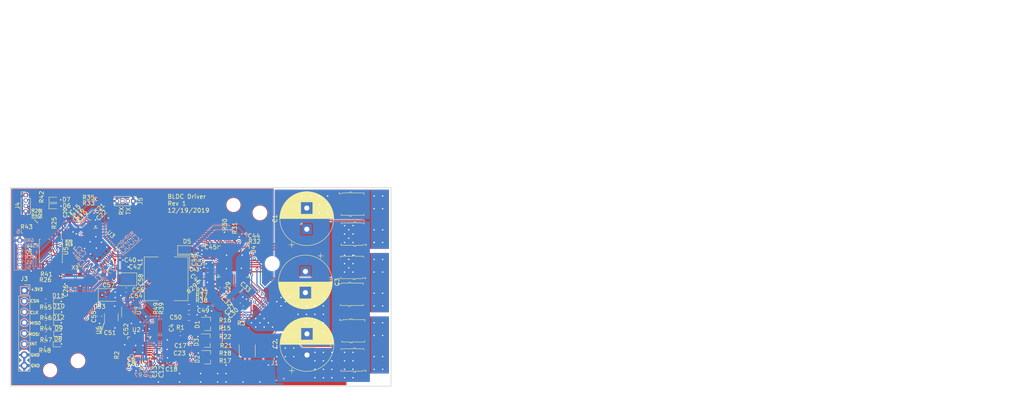
<source format=kicad_pcb>
(kicad_pcb (version 20171130) (host pcbnew 5.1.5-52549c5~84~ubuntu19.10.1)

  (general
    (thickness 1.6)
    (drawings 40)
    (tracks 1588)
    (zones 0)
    (modules 126)
    (nets 88)
  )

  (page USLetter)
  (title_block
    (title "Project Title")
  )

  (layers
    (0 F.Cu signal)
    (31 B.Cu signal)
    (34 B.Paste user)
    (35 F.Paste user)
    (36 B.SilkS user)
    (37 F.SilkS user)
    (38 B.Mask user)
    (39 F.Mask user)
    (40 Dwgs.User user)
    (44 Edge.Cuts user)
    (46 B.CrtYd user)
    (47 F.CrtYd user)
    (48 B.Fab user)
    (49 F.Fab user)
  )

  (setup
    (last_trace_width 0.254)
    (user_trace_width 0.1524)
    (user_trace_width 0.254)
    (user_trace_width 0.3302)
    (user_trace_width 0.508)
    (user_trace_width 0.762)
    (user_trace_width 1.27)
    (trace_clearance 0.1524)
    (zone_clearance 0.254)
    (zone_45_only yes)
    (trace_min 0.1524)
    (via_size 0.6858)
    (via_drill 0.3302)
    (via_min_size 0.6858)
    (via_min_drill 0.3302)
    (user_via 0.6858 0.3302)
    (user_via 0.762 0.4064)
    (user_via 0.8636 0.508)
    (uvia_size 0.6858)
    (uvia_drill 0.3302)
    (uvias_allowed no)
    (uvia_min_size 0)
    (uvia_min_drill 0)
    (edge_width 0.1524)
    (segment_width 0.1524)
    (pcb_text_width 0.1524)
    (pcb_text_size 1.016 1.016)
    (mod_edge_width 0.1524)
    (mod_text_size 1.016 1.016)
    (mod_text_width 0.1524)
    (pad_size 1.524 1.524)
    (pad_drill 0.762)
    (pad_to_mask_clearance 0.0508)
    (solder_mask_min_width 0.1016)
    (pad_to_paste_clearance -0.0762)
    (aux_axis_origin 0 0)
    (visible_elements FFFFDF7D)
    (pcbplotparams
      (layerselection 0x310fc_ffffffff)
      (usegerberextensions true)
      (usegerberattributes false)
      (usegerberadvancedattributes false)
      (creategerberjobfile false)
      (excludeedgelayer true)
      (linewidth 0.100000)
      (plotframeref false)
      (viasonmask false)
      (mode 1)
      (useauxorigin false)
      (hpglpennumber 1)
      (hpglpenspeed 20)
      (hpglpendiameter 15.000000)
      (psnegative false)
      (psa4output false)
      (plotreference true)
      (plotvalue true)
      (plotinvisibletext false)
      (padsonsilk false)
      (subtractmaskfromsilk false)
      (outputformat 1)
      (mirror false)
      (drillshape 0)
      (scaleselection 1)
      (outputdirectory "bldc-drivr-gerbers"))
  )

  (net 0 "")
  (net 1 GND)
  (net 2 /VDRAIN)
  (net 3 "Net-(C4-Pad1)")
  (net 4 /FPGA_IO_3V3)
  (net 5 /FPGA_CORE_1V2)
  (net 6 /A_ADC)
  (net 7 /C_ADC)
  (net 8 /B_ADC)
  (net 9 "Net-(C29-Pad1)")
  (net 10 "Net-(C32-Pad2)")
  (net 11 "Net-(C32-Pad1)")
  (net 12 "Net-(C33-Pad2)")
  (net 13 "Net-(C35-Pad1)")
  (net 14 "Net-(C43-Pad1)")
  (net 15 "Net-(C45-Pad1)")
  (net 16 "Net-(C46-Pad2)")
  (net 17 "Net-(C46-Pad1)")
  (net 18 "Net-(C49-Pad1)")
  (net 19 /VBUCK_5V0)
  (net 20 /FPGA_SCL)
  (net 21 /FPGA_SDA)
  (net 22 /IF_INT)
  (net 23 /IF_DIN)
  (net 24 /IF_SCK)
  (net 25 /IF_nCS)
  (net 26 /IF_DOUT)
  (net 27 /C)
  (net 28 /A)
  (net 29 /B)
  (net 30 "Net-(J3-Pad6)")
  (net 31 "Net-(J3-Pad5)")
  (net 32 "Net-(J3-Pad4)")
  (net 33 "Net-(J3-Pad3)")
  (net 34 "Net-(J3-Pad2)")
  (net 35 /DBG_RXD)
  (net 36 /DBG_TXD)
  (net 37 "Net-(L1-Pad2)")
  (net 38 /GHA)
  (net 39 /GLA)
  (net 40 /GHB)
  (net 41 /GLB)
  (net 42 /GHC)
  (net 43 /GLC)
  (net 44 /SOA)
  (net 45 /ADC_CNVSTN)
  (net 46 /SNA)
  (net 47 /SPA)
  (net 48 /ADC_SCK)
  (net 49 /ADC_CSN)
  (net 50 /ADC_DIN)
  (net 51 "Net-(R20-Pad2)")
  (net 52 /FLASH_SS)
  (net 53 /FLASH_SCK)
  (net 54 "Net-(R29-Pad1)")
  (net 55 /DRV_EN)
  (net 56 /DRV_SDO)
  (net 57 /DRV_nFAULT)
  (net 58 "Net-(R34-Pad1)")
  (net 59 /FB)
  (net 60 "Net-(R40-Pad2)")
  (net 61 "Net-(R41-Pad2)")
  (net 62 /ADC_EOCN)
  (net 63 /ADC_DOUT)
  (net 64 /DRV_nCS)
  (net 65 /INHA)
  (net 66 /INLA)
  (net 67 /INHB)
  (net 68 /INLB)
  (net 69 /INHC)
  (net 70 /INLC)
  (net 71 "Net-(U3-Pad31)")
  (net 72 /ICE40_CLK_25MHZ)
  (net 73 /FLASH_SI)
  (net 74 /FLASH_SO)
  (net 75 /DRV_SDI)
  (net 76 /DRV_SCK)
  (net 77 "Net-(U4-Pad24)")
  (net 78 "Net-(U4-Pad23)")
  (net 79 "Net-(X1-Pad1)")
  (net 80 /VSOURCE)
  (net 81 "Net-(U3-Pad12)")
  (net 82 "Net-(U3-Pad11)")
  (net 83 "Net-(U3-Pad10)")
  (net 84 "Net-(U3-Pad9)")
  (net 85 "Net-(U3-Pad6)")
  (net 86 "Net-(U3-Pad13)")
  (net 87 /FPGA_RSTN)

  (net_class Default "This is the default net class."
    (clearance 0.1524)
    (trace_width 0.1524)
    (via_dia 0.6858)
    (via_drill 0.3302)
    (uvia_dia 0.6858)
    (uvia_drill 0.3302)
    (add_net /A)
    (add_net /ADC_CNVSTN)
    (add_net /ADC_CSN)
    (add_net /ADC_DIN)
    (add_net /ADC_DOUT)
    (add_net /ADC_EOCN)
    (add_net /ADC_SCK)
    (add_net /A_ADC)
    (add_net /B)
    (add_net /B_ADC)
    (add_net /C)
    (add_net /C_ADC)
    (add_net /DBG_RXD)
    (add_net /DBG_TXD)
    (add_net /DRV_EN)
    (add_net /DRV_SCK)
    (add_net /DRV_SDI)
    (add_net /DRV_SDO)
    (add_net /DRV_nCS)
    (add_net /DRV_nFAULT)
    (add_net /FB)
    (add_net /FLASH_SCK)
    (add_net /FLASH_SI)
    (add_net /FLASH_SO)
    (add_net /FLASH_SS)
    (add_net /FPGA_CORE_1V2)
    (add_net /FPGA_IO_3V3)
    (add_net /FPGA_RSTN)
    (add_net /FPGA_SCL)
    (add_net /FPGA_SDA)
    (add_net /GHA)
    (add_net /GHB)
    (add_net /GHC)
    (add_net /GLA)
    (add_net /GLB)
    (add_net /GLC)
    (add_net /ICE40_CLK_25MHZ)
    (add_net /IF_DIN)
    (add_net /IF_DOUT)
    (add_net /IF_INT)
    (add_net /IF_SCK)
    (add_net /IF_nCS)
    (add_net /INHA)
    (add_net /INHB)
    (add_net /INHC)
    (add_net /INLA)
    (add_net /INLB)
    (add_net /INLC)
    (add_net /SNA)
    (add_net /SOA)
    (add_net /SPA)
    (add_net /VBUCK_5V0)
    (add_net /VDRAIN)
    (add_net /VSOURCE)
    (add_net GND)
    (add_net "Net-(C29-Pad1)")
    (add_net "Net-(C32-Pad1)")
    (add_net "Net-(C32-Pad2)")
    (add_net "Net-(C33-Pad2)")
    (add_net "Net-(C35-Pad1)")
    (add_net "Net-(C4-Pad1)")
    (add_net "Net-(C43-Pad1)")
    (add_net "Net-(C45-Pad1)")
    (add_net "Net-(C46-Pad1)")
    (add_net "Net-(C46-Pad2)")
    (add_net "Net-(C49-Pad1)")
    (add_net "Net-(J3-Pad2)")
    (add_net "Net-(J3-Pad3)")
    (add_net "Net-(J3-Pad4)")
    (add_net "Net-(J3-Pad5)")
    (add_net "Net-(J3-Pad6)")
    (add_net "Net-(L1-Pad2)")
    (add_net "Net-(R20-Pad2)")
    (add_net "Net-(R29-Pad1)")
    (add_net "Net-(R34-Pad1)")
    (add_net "Net-(R40-Pad2)")
    (add_net "Net-(R41-Pad2)")
    (add_net "Net-(U3-Pad10)")
    (add_net "Net-(U3-Pad11)")
    (add_net "Net-(U3-Pad12)")
    (add_net "Net-(U3-Pad13)")
    (add_net "Net-(U3-Pad31)")
    (add_net "Net-(U3-Pad6)")
    (add_net "Net-(U3-Pad9)")
    (add_net "Net-(U4-Pad23)")
    (add_net "Net-(U4-Pad24)")
    (add_net "Net-(X1-Pad1)")
  )

  (module bldc-parts:stencil_alignment_pin (layer F.Cu) (tedit 5DFB7EF9) (tstamp 5DFBF96A)
    (at 69.75 107.125)
    (path /5E00EE37)
    (fp_text reference H5 (at 0 0.5) (layer F.SilkS) hide
      (effects (font (size 1 1) (thickness 0.15)))
    )
    (fp_text value MountingHole (at 0 -0.5) (layer F.Fab) hide
      (effects (font (size 1 1) (thickness 0.15)))
    )
    (pad "" np_thru_hole circle (at 0 0) (size 3.05 3.05) (drill 3.05) (layers *.Cu *.Paste *.Mask))
  )

  (module bldc-parts:stencil_alignment_pin (layer F.Cu) (tedit 5DFB7EF9) (tstamp 5DFBF965)
    (at 78.925 121)
    (path /5E00EA64)
    (fp_text reference H4 (at 0 0.5) (layer F.SilkS) hide
      (effects (font (size 1 1) (thickness 0.15)))
    )
    (fp_text value MountingHole (at 0 -0.5) (layer F.Fab) hide
      (effects (font (size 1 1) (thickness 0.15)))
    )
    (pad "" np_thru_hole circle (at 0 0) (size 3.05 3.05) (drill 3.05) (layers *.Cu *.Paste *.Mask))
  )

  (module bldc-parts:stencil_alignment_pin (layer F.Cu) (tedit 5DFB7EF9) (tstamp 5DFC0402)
    (at 26.425 146.225)
    (path /5E00E72A)
    (fp_text reference H3 (at 0 0.5) (layer F.SilkS) hide
      (effects (font (size 1 1) (thickness 0.15)))
    )
    (fp_text value MountingHole (at 0 -0.5) (layer F.Fab) hide
      (effects (font (size 1 1) (thickness 0.15)))
    )
    (pad "" np_thru_hole circle (at 0 0) (size 3.05 3.05) (drill 3.05) (layers *.Cu *.Paste *.Mask))
  )

  (module Connector_PinSocket_1.27mm:PinSocket_1x06_P1.27mm_Vertical (layer B.Cu) (tedit 5A19A420) (tstamp 5DFB9F2F)
    (at 19.25 115.5 180)
    (descr "Through hole straight socket strip, 1x06, 1.27mm pitch, single row (from Kicad 4.0.7), script generated")
    (tags "Through hole socket strip THT 1x06 1.27mm single row")
    (path /5DFFFE4A)
    (fp_text reference J6 (at 0 2.135 180) (layer B.SilkS)
      (effects (font (size 1 1) (thickness 0.15)) (justify mirror))
    )
    (fp_text value Conn_01x06 (at 0 -8.485 180) (layer B.Fab)
      (effects (font (size 1 1) (thickness 0.15)) (justify mirror))
    )
    (fp_text user %R (at 0 -3.175 90) (layer B.Fab)
      (effects (font (size 1 1) (thickness 0.15)) (justify mirror))
    )
    (fp_line (start -1.8 -7.5) (end -1.8 1.15) (layer B.CrtYd) (width 0.05))
    (fp_line (start 1.75 -7.5) (end -1.8 -7.5) (layer B.CrtYd) (width 0.05))
    (fp_line (start 1.75 1.15) (end 1.75 -7.5) (layer B.CrtYd) (width 0.05))
    (fp_line (start -1.8 1.15) (end 1.75 1.15) (layer B.CrtYd) (width 0.05))
    (fp_line (start 0 0.76) (end 1.33 0.76) (layer B.SilkS) (width 0.12))
    (fp_line (start 1.33 0.76) (end 1.33 0) (layer B.SilkS) (width 0.12))
    (fp_line (start 1.33 -0.635) (end 1.33 -7.045) (layer B.SilkS) (width 0.12))
    (fp_line (start 0.30753 -7.045) (end 1.33 -7.045) (layer B.SilkS) (width 0.12))
    (fp_line (start -1.33 -7.045) (end -0.30753 -7.045) (layer B.SilkS) (width 0.12))
    (fp_line (start -1.33 -0.635) (end -1.33 -7.045) (layer B.SilkS) (width 0.12))
    (fp_line (start 0.76 -0.635) (end 1.33 -0.635) (layer B.SilkS) (width 0.12))
    (fp_line (start -1.33 -0.635) (end -0.76 -0.635) (layer B.SilkS) (width 0.12))
    (fp_line (start -1.27 -6.985) (end -1.27 0.635) (layer B.Fab) (width 0.1))
    (fp_line (start 1.27 -6.985) (end -1.27 -6.985) (layer B.Fab) (width 0.1))
    (fp_line (start 1.27 0) (end 1.27 -6.985) (layer B.Fab) (width 0.1))
    (fp_line (start 0.635 0.635) (end 1.27 0) (layer B.Fab) (width 0.1))
    (fp_line (start -1.27 0.635) (end 0.635 0.635) (layer B.Fab) (width 0.1))
    (pad 6 thru_hole oval (at 0 -6.35 180) (size 1 1) (drill 0.7) (layers *.Cu *.Mask)
      (net 73 /FLASH_SI))
    (pad 5 thru_hole oval (at 0 -5.08 180) (size 1 1) (drill 0.7) (layers *.Cu *.Mask)
      (net 52 /FLASH_SS))
    (pad 4 thru_hole oval (at 0 -3.81 180) (size 1 1) (drill 0.7) (layers *.Cu *.Mask)
      (net 53 /FLASH_SCK))
    (pad 3 thru_hole oval (at 0 -2.54 180) (size 1 1) (drill 0.7) (layers *.Cu *.Mask)
      (net 74 /FLASH_SO))
    (pad 2 thru_hole oval (at 0 -1.27 180) (size 1 1) (drill 0.7) (layers *.Cu *.Mask)
      (net 87 /FPGA_RSTN))
    (pad 1 thru_hole rect (at 0 0 180) (size 1 1) (drill 0.7) (layers *.Cu *.Mask)
      (net 1 GND))
    (model ${KISYS3DMOD}/Connector_PinSocket_1.27mm.3dshapes/PinSocket_1x06_P1.27mm_Vertical.wrl
      (at (xyz 0 0 0))
      (scale (xyz 1 1 1))
      (rotate (xyz 0 0 0))
    )
  )

  (module MountingHole:MountingHole_3.2mm_M3 (layer F.Cu) (tedit 56D1B4CB) (tstamp 5DFB9E61)
    (at 76 109)
    (descr "Mounting Hole 3.2mm, no annular, M3")
    (tags "mounting hole 3.2mm no annular m3")
    (path /5DFFE80E)
    (attr virtual)
    (fp_text reference H2 (at 0.35 -0.25) (layer F.SilkS) hide
      (effects (font (size 1 1) (thickness 0.15)))
    )
    (fp_text value MountingHole (at 0 4.2) (layer F.Fab) hide
      (effects (font (size 1 1) (thickness 0.15)))
    )
    (fp_circle (center 0 0) (end 3.45 0) (layer F.CrtYd) (width 0.05))
    (fp_circle (center 0 0) (end 3.2 0) (layer Cmts.User) (width 0.15))
    (fp_text user %R (at 0.3 0) (layer F.Fab)
      (effects (font (size 1 1) (thickness 0.15)))
    )
    (pad 1 np_thru_hole circle (at 0 0) (size 3.2 3.2) (drill 3.2) (layers *.Cu *.Mask))
  )

  (module MountingHole:MountingHole_3.2mm_M3 (layer F.Cu) (tedit 56D1B4CB) (tstamp 5DFB9E59)
    (at 33 144)
    (descr "Mounting Hole 3.2mm, no annular, M3")
    (tags "mounting hole 3.2mm no annular m3")
    (path /5DFFD63B)
    (attr virtual)
    (fp_text reference H1 (at 0 -4.2) (layer F.SilkS) hide
      (effects (font (size 1 1) (thickness 0.15)))
    )
    (fp_text value MountingHole (at 0 4.2) (layer F.Fab) hide
      (effects (font (size 1 1) (thickness 0.15)))
    )
    (fp_circle (center 0 0) (end 3.45 0) (layer F.CrtYd) (width 0.05))
    (fp_circle (center 0 0) (end 3.2 0) (layer Cmts.User) (width 0.15))
    (fp_text user %R (at 0.3 0) (layer F.Fab)
      (effects (font (size 1 1) (thickness 0.15)))
    )
    (pad 1 np_thru_hole circle (at 0 0) (size 3.2 3.2) (drill 3.2) (layers *.Cu *.Mask))
  )

  (module bldc-parts:TI_RGZ-48 (layer F.Cu) (tedit 5DFB090A) (tstamp 5DE3F89E)
    (at 69.73 120.51 90)
    (path /5DCD5043)
    (fp_text reference U4 (at 2.81 4.77 90) (layer F.SilkS)
      (effects (font (size 1 1) (thickness 0.15)))
    )
    (fp_text value DRV8353RSRGZ (at 0 -0.5 90) (layer F.Fab) hide
      (effects (font (size 1 1) (thickness 0.15)))
    )
    (fp_poly (pts (xy 0.84 1.261) (xy 0.84 2.631) (xy 2.12 2.631) (xy 2.12 1.261)) (layer F.Paste) (width 0.1))
    (fp_poly (pts (xy 0.84 -0.497) (xy 0.84 0.873) (xy 2.12 0.873) (xy 2.12 -0.497)) (layer F.Paste) (width 0.1))
    (fp_poly (pts (xy 0.84 -2.255) (xy 0.84 -0.885) (xy 2.12 -0.885) (xy 2.12 -2.255)) (layer F.Paste) (width 0.1))
    (fp_poly (pts (xy -0.64 1.261) (xy -0.64 2.631) (xy 0.64 2.631) (xy 0.64 1.261)) (layer F.Paste) (width 0.1))
    (fp_poly (pts (xy -0.64 -0.497) (xy -0.64 0.873) (xy 0.64 0.873) (xy 0.64 -0.497)) (layer F.Paste) (width 0.1))
    (fp_poly (pts (xy -0.64 -2.255) (xy -0.64 -0.885) (xy 0.64 -0.885) (xy 0.64 -2.255)) (layer F.Paste) (width 0.1))
    (fp_poly (pts (xy -2.12 1.261) (xy -2.12 2.631) (xy -0.84 2.631) (xy -0.84 1.261)) (layer F.Paste) (width 0.1))
    (fp_poly (pts (xy -2.12 -0.497) (xy -2.12 0.873) (xy -0.84 0.873) (xy -0.84 -0.497)) (layer F.Paste) (width 0.1))
    (fp_poly (pts (xy -2.12 -2.255) (xy -2.12 -0.885) (xy -0.84 -0.885) (xy -0.84 -2.255)) (layer F.Paste) (width 0.1))
    (fp_line (start -3.85 -3.02) (end -3.8 -3.02) (layer F.CrtYd) (width 0.15))
    (fp_line (start -3.85 3.02) (end -3.85 -3.02) (layer F.CrtYd) (width 0.15))
    (fp_line (start -3.8 3.02) (end -3.85 3.02) (layer F.CrtYd) (width 0.15))
    (fp_line (start -3.8 3.8) (end -3.8 3.02) (layer F.CrtYd) (width 0.15))
    (fp_line (start 3.8 3.8) (end -3.8 3.8) (layer F.CrtYd) (width 0.15))
    (fp_line (start 3.8 3.02) (end 3.8 3.8) (layer F.CrtYd) (width 0.15))
    (fp_line (start 3.85 3.02) (end 3.8 3.02) (layer F.CrtYd) (width 0.15))
    (fp_line (start 3.85 -3.02) (end 3.85 3.02) (layer F.CrtYd) (width 0.15))
    (fp_line (start 3.8 -3.02) (end 3.85 -3.02) (layer F.CrtYd) (width 0.15))
    (fp_line (start 3.8 -3.8) (end 3.8 -3.02) (layer F.CrtYd) (width 0.15))
    (fp_line (start -3.8 -3.8) (end 3.8 -3.8) (layer F.CrtYd) (width 0.15))
    (fp_line (start -3.8 -3.02) (end -3.8 -3.8) (layer F.CrtYd) (width 0.15))
    (fp_line (start -3.55 -3.25) (end -3.55 3.55) (layer F.Fab) (width 0.15))
    (fp_line (start -3.55 3.55) (end 3.55 3.55) (layer F.Fab) (width 0.15))
    (fp_line (start 3.55 3.55) (end 3.55 -3.55) (layer F.Fab) (width 0.15))
    (fp_line (start 3.55 -3.55) (end -3.25 -3.55) (layer F.Fab) (width 0.15))
    (fp_line (start -3.25 -3.55) (end -3.55 -3.25) (layer F.Fab) (width 0.15))
    (fp_circle (center -3.7 -3.7) (end -3.7 -3.85) (layer F.SilkS) (width 0.15))
    (fp_line (start 3.7 -3.7) (end 3.07 -3.7) (layer F.SilkS) (width 0.15))
    (fp_line (start 3.7 -3.07) (end 3.7 -3.7) (layer F.SilkS) (width 0.15))
    (fp_line (start 3.7 3.7) (end 3.7 3.07) (layer F.SilkS) (width 0.15))
    (fp_line (start 3.07 3.7) (end 3.7 3.7) (layer F.SilkS) (width 0.15))
    (fp_line (start -3.07 3.7) (end -3.7 3.7) (layer F.SilkS) (width 0.15))
    (fp_line (start -3.7 3.7) (end -3.7 3.07) (layer F.SilkS) (width 0.15))
    (fp_line (start -3.7 -3.07) (end -3.07 -3.7) (layer F.SilkS) (width 0.15))
    (fp_text user %R (at 0 0 90) (layer F.Fab)
      (effects (font (size 1 1) (thickness 0.15)))
    )
    (pad 0 smd roundrect (at 0 0.188 90) (size 4.6 4.975) (layers F.Cu F.Mask) (roundrect_rratio 0.011)
      (net 1 GND) (solder_mask_margin 0.1))
    (pad 48 smd roundrect (at -2.75 -3.4 90) (size 0.24 0.6) (layers F.Cu F.Paste F.Mask) (roundrect_rratio 0.2083333333333333)
      (net 59 /FB) (solder_mask_margin 0.1))
    (pad 47 smd roundrect (at -2.25 -3.4 90) (size 0.24 0.6) (layers F.Cu F.Paste F.Mask) (roundrect_rratio 0.2083333333333333)
      (net 58 "Net-(R34-Pad1)") (solder_mask_margin 0.1))
    (pad 46 smd roundrect (at -1.75 -3.4 90) (size 0.24 0.6) (layers F.Cu F.Paste F.Mask) (roundrect_rratio 0.2083333333333333)
      (net 54 "Net-(R29-Pad1)") (solder_mask_margin 0.1))
    (pad 45 smd roundrect (at -1.25 -3.4 90) (size 0.24 0.6) (layers F.Cu F.Paste F.Mask) (roundrect_rratio 0.2083333333333333)
      (net 17 "Net-(C46-Pad1)") (solder_mask_margin 0.1))
    (pad 44 smd roundrect (at -0.75 -3.4 90) (size 0.24 0.6) (layers F.Cu F.Paste F.Mask) (roundrect_rratio 0.2083333333333333)
      (net 14 "Net-(C43-Pad1)") (solder_mask_margin 0.1))
    (pad 43 smd roundrect (at -0.25 -3.4 90) (size 0.24 0.6) (layers F.Cu F.Paste F.Mask) (roundrect_rratio 0.2083333333333333)
      (net 2 /VDRAIN) (solder_mask_margin 0.1))
    (pad 42 smd roundrect (at 0.25 -3.4 90) (size 0.24 0.6) (layers F.Cu F.Paste F.Mask) (roundrect_rratio 0.2083333333333333)
      (net 16 "Net-(C46-Pad2)") (solder_mask_margin 0.1))
    (pad 41 smd roundrect (at 0.75 -3.4 90) (size 0.24 0.6) (layers F.Cu F.Paste F.Mask) (roundrect_rratio 0.2083333333333333)
      (net 1 GND) (solder_mask_margin 0.1))
    (pad 40 smd roundrect (at 1.25 -3.4 90) (size 0.24 0.6) (layers F.Cu F.Paste F.Mask) (roundrect_rratio 0.2083333333333333)
      (net 15 "Net-(C45-Pad1)") (solder_mask_margin 0.1))
    (pad 39 smd roundrect (at 1.75 -3.4 90) (size 0.24 0.6) (layers F.Cu F.Paste F.Mask) (roundrect_rratio 0.2083333333333333)
      (net 70 /INLC) (solder_mask_margin 0.1))
    (pad 38 smd roundrect (at 2.25 -3.4 90) (size 0.24 0.6) (layers F.Cu F.Paste F.Mask) (roundrect_rratio 0.2083333333333333)
      (net 69 /INHC) (solder_mask_margin 0.1))
    (pad 37 smd roundrect (at 2.75 -3.4 90) (size 0.24 0.6) (layers F.Cu F.Paste F.Mask) (roundrect_rratio 0.2083333333333333)
      (net 68 /INLB) (solder_mask_margin 0.1))
    (pad 36 smd roundrect (at 3.4 -2.75 90) (size 0.6 0.24) (layers F.Cu F.Paste F.Mask) (roundrect_rratio 0.2083333333333333)
      (net 67 /INHB) (solder_mask_margin 0.1))
    (pad 35 smd roundrect (at 3.4 -2.25 90) (size 0.6 0.24) (layers F.Cu F.Paste F.Mask) (roundrect_rratio 0.2083333333333333)
      (net 66 /INLA) (solder_mask_margin 0.1))
    (pad 34 smd roundrect (at 3.4 -1.75 90) (size 0.6 0.24) (layers F.Cu F.Paste F.Mask) (roundrect_rratio 0.2083333333333333)
      (net 65 /INHA) (solder_mask_margin 0.1))
    (pad 33 smd roundrect (at 3.4 -1.25 90) (size 0.6 0.24) (layers F.Cu F.Paste F.Mask) (roundrect_rratio 0.2083333333333333)
      (net 55 /DRV_EN) (solder_mask_margin 0.1))
    (pad 32 smd roundrect (at 3.4 -0.75 90) (size 0.6 0.24) (layers F.Cu F.Paste F.Mask) (roundrect_rratio 0.2083333333333333)
      (net 64 /DRV_nCS) (solder_mask_margin 0.1))
    (pad 31 smd roundrect (at 3.4 -0.25 90) (size 0.6 0.24) (layers F.Cu F.Paste F.Mask) (roundrect_rratio 0.2083333333333333)
      (net 76 /DRV_SCK) (solder_mask_margin 0.1))
    (pad 30 smd roundrect (at 3.4 0.25 90) (size 0.6 0.24) (layers F.Cu F.Paste F.Mask) (roundrect_rratio 0.2083333333333333)
      (net 75 /DRV_SDI) (solder_mask_margin 0.1))
    (pad 29 smd roundrect (at 3.4 0.75 90) (size 0.6 0.24) (layers F.Cu F.Paste F.Mask) (roundrect_rratio 0.2083333333333333)
      (net 56 /DRV_SDO) (solder_mask_margin 0.1))
    (pad 28 smd roundrect (at 3.4 1.25 90) (size 0.6 0.24) (layers F.Cu F.Paste F.Mask) (roundrect_rratio 0.2083333333333333)
      (net 57 /DRV_nFAULT) (solder_mask_margin 0.1))
    (pad 27 smd roundrect (at 3.4 1.75 90) (size 0.6 0.24) (layers F.Cu F.Paste F.Mask) (roundrect_rratio 0.2083333333333333)
      (net 1 GND) (solder_mask_margin 0.1))
    (pad 26 smd roundrect (at 3.4 2.25 90) (size 0.6 0.24) (layers F.Cu F.Paste F.Mask) (roundrect_rratio 0.2083333333333333)
      (net 4 /FPGA_IO_3V3) (solder_mask_margin 0.1))
    (pad 25 smd roundrect (at 3.4 2.75 90) (size 0.6 0.24) (layers F.Cu F.Paste F.Mask) (roundrect_rratio 0.2083333333333333)
      (net 44 /SOA) (solder_mask_margin 0.1))
    (pad 24 smd roundrect (at 2.75 3.4 90) (size 0.24 0.6) (layers F.Cu F.Paste F.Mask) (roundrect_rratio 0.2083333333333333)
      (net 77 "Net-(U4-Pad24)") (solder_mask_margin 0.1))
    (pad 23 smd roundrect (at 2.25 3.4 90) (size 0.24 0.6) (layers F.Cu F.Paste F.Mask) (roundrect_rratio 0.2083333333333333)
      (net 78 "Net-(U4-Pad23)") (solder_mask_margin 0.1))
    (pad 22 smd roundrect (at 1.75 3.4 90) (size 0.24 0.6) (layers F.Cu F.Paste F.Mask) (roundrect_rratio 0.2083333333333333)
      (net 1 GND) (solder_mask_margin 0.1))
    (pad 21 smd roundrect (at 1.25 3.4 90) (size 0.24 0.6) (layers F.Cu F.Paste F.Mask) (roundrect_rratio 0.2083333333333333)
      (net 47 /SPA) (solder_mask_margin 0.1))
    (pad 20 smd roundrect (at 0.75 3.4 90) (size 0.24 0.6) (layers F.Cu F.Paste F.Mask) (roundrect_rratio 0.2083333333333333)
      (net 43 /GLC) (solder_mask_margin 0.1))
    (pad 19 smd roundrect (at 0.25 3.4 90) (size 0.24 0.6) (layers F.Cu F.Paste F.Mask) (roundrect_rratio 0.2083333333333333)
      (net 27 /C) (solder_mask_margin 0.1))
    (pad 18 smd roundrect (at -0.25 3.4 90) (size 0.24 0.6) (layers F.Cu F.Paste F.Mask) (roundrect_rratio 0.2083333333333333)
      (net 42 /GHC) (solder_mask_margin 0.1))
    (pad 17 smd roundrect (at -0.75 3.4 90) (size 0.24 0.6) (layers F.Cu F.Paste F.Mask) (roundrect_rratio 0.2083333333333333)
      (net 40 /GHB) (solder_mask_margin 0.1))
    (pad 16 smd roundrect (at -1.25 3.4 90) (size 0.24 0.6) (layers F.Cu F.Paste F.Mask) (roundrect_rratio 0.2083333333333333)
      (net 29 /B) (solder_mask_margin 0.1))
    (pad 15 smd roundrect (at -1.75 3.4 90) (size 0.24 0.6) (layers F.Cu F.Paste F.Mask) (roundrect_rratio 0.2083333333333333)
      (net 41 /GLB) (solder_mask_margin 0.1))
    (pad 14 smd roundrect (at -2.25 3.4 90) (size 0.24 0.6) (layers F.Cu F.Paste F.Mask) (roundrect_rratio 0.2083333333333333)
      (net 47 /SPA) (solder_mask_margin 0.1))
    (pad 13 smd roundrect (at -2.75 3.4 90) (size 0.24 0.6) (layers F.Cu F.Paste F.Mask) (roundrect_rratio 0.2083333333333333)
      (net 1 GND) (solder_mask_margin 0.1))
    (pad 12 smd roundrect (at -3.4 2.75 90) (size 0.6 0.24) (layers F.Cu F.Paste F.Mask) (roundrect_rratio 0.2083333333333333)
      (net 46 /SNA) (solder_mask_margin 0.1))
    (pad 11 smd roundrect (at -3.4 2.25 90) (size 0.6 0.24) (layers F.Cu F.Paste F.Mask) (roundrect_rratio 0.2083333333333333)
      (net 47 /SPA) (solder_mask_margin 0.1))
    (pad 10 smd roundrect (at -3.4 1.75 90) (size 0.6 0.24) (layers F.Cu F.Paste F.Mask) (roundrect_rratio 0.2083333333333333)
      (net 39 /GLA) (solder_mask_margin 0.1))
    (pad 9 smd roundrect (at -3.4 1.25 90) (size 0.6 0.24) (layers F.Cu F.Paste F.Mask) (roundrect_rratio 0.2083333333333333)
      (net 28 /A) (solder_mask_margin 0.1))
    (pad 8 smd roundrect (at -3.4 0.75 90) (size 0.6 0.24) (layers F.Cu F.Paste F.Mask) (roundrect_rratio 0.2083333333333333)
      (net 38 /GHA) (solder_mask_margin 0.1))
    (pad 7 smd roundrect (at -3.4 0.25 90) (size 0.6 0.24) (layers F.Cu F.Paste F.Mask) (roundrect_rratio 0.2083333333333333)
      (net 12 "Net-(C33-Pad2)") (solder_mask_margin 0.1))
    (pad 6 smd roundrect (at -3.4 -0.25 90) (size 0.6 0.24) (layers F.Cu F.Paste F.Mask) (roundrect_rratio 0.2083333333333333)
      (net 2 /VDRAIN) (solder_mask_margin 0.1))
    (pad 5 smd roundrect (at -3.4 -0.75 90) (size 0.6 0.24) (layers F.Cu F.Paste F.Mask) (roundrect_rratio 0.2083333333333333)
      (net 2 /VDRAIN) (solder_mask_margin 0.1))
    (pad 4 smd roundrect (at -3.4 -1.25 90) (size 0.6 0.24) (layers F.Cu F.Paste F.Mask) (roundrect_rratio 0.2083333333333333)
      (net 11 "Net-(C32-Pad1)") (solder_mask_margin 0.1))
    (pad 3 smd roundrect (at -3.4 -1.75 90) (size 0.6 0.24) (layers F.Cu F.Paste F.Mask) (roundrect_rratio 0.2083333333333333)
      (net 10 "Net-(C32-Pad2)") (solder_mask_margin 0.1))
    (pad 2 smd roundrect (at -3.4 -2.25 90) (size 0.6 0.24) (layers F.Cu F.Paste F.Mask) (roundrect_rratio 0.2083333333333333)
      (net 9 "Net-(C29-Pad1)") (solder_mask_margin 0.1))
    (pad 1 smd roundrect (at -3.4 -2.75 90) (size 0.6 0.24) (layers F.Cu F.Paste F.Mask) (roundrect_rratio 0.2083333333333333)
      (net 1 GND) (solder_mask_margin 0.1))
  )

  (module bldc-parts:Infineon_PG-TDSON-8-33 (layer F.Cu) (tedit 5DFB0DF4) (tstamp 5DFC751D)
    (at 97.76 121.85 90)
    (path /5DE87C22)
    (fp_text reference Q3 (at 0.35 4.74 90) (layer F.SilkS) hide
      (effects (font (size 1 1) (thickness 0.15)))
    )
    (fp_text value IPC90N04S5L3R3ATMA1 (at 0 -0.5 90) (layer F.Fab)
      (effects (font (size 1 1) (thickness 0.15)))
    )
    (fp_poly (pts (xy 0.1 -2.24) (xy 0.1 -0.74) (xy 1.6 -0.74) (xy 1.6 -2.24)) (layer F.Paste) (width 0.1))
    (fp_poly (pts (xy -1.6 -2.24) (xy -1.6 -0.74) (xy -0.1 -0.74) (xy -0.1 -2.24)) (layer F.Paste) (width 0.1))
    (fp_poly (pts (xy -1.6 -0.54) (xy -1.6 0.96) (xy -0.1 0.96) (xy -0.1 -0.54)) (layer F.Paste) (width 0.1))
    (fp_poly (pts (xy 0.1 -0.54) (xy 0.1 0.96) (xy 1.6 0.96) (xy 1.6 -0.54)) (layer F.Paste) (width 0.1))
    (fp_poly (pts (xy -2.155 2.87) (xy -2.155 3.72) (xy -1.655 3.72) (xy -1.655 2.87)) (layer F.Paste) (width 0.1))
    (fp_poly (pts (xy -0.885 2.87) (xy -0.885 3.72) (xy -0.385 3.72) (xy -0.385 2.87)) (layer F.Paste) (width 0.1))
    (fp_poly (pts (xy 0.385 2.87) (xy 0.385 3.72) (xy 0.885 3.72) (xy 0.885 2.87)) (layer F.Paste) (width 0.1))
    (fp_poly (pts (xy -2.165 2.25) (xy -2.165 2.75) (xy -1.315 2.75) (xy -1.315 2.25)) (layer F.Paste) (width 0.1))
    (fp_poly (pts (xy 0.035 2.25) (xy 0.035 2.75) (xy 0.885 2.75) (xy 0.885 2.25)) (layer F.Paste) (width 0.1))
    (fp_poly (pts (xy -1.065 2.25) (xy -1.065 2.75) (xy -0.215 2.75) (xy -0.215 2.25)) (layer F.Paste) (width 0.1))
    (fp_poly (pts (xy 1.655 2.52) (xy 1.655 3.72) (xy 2.155 3.72) (xy 2.155 2.52)) (layer F.Paste) (width 0.1))
    (fp_poly (pts (xy 1.655 -3.72) (xy 1.655 -2.52) (xy 2.155 -2.52) (xy 2.155 -3.72)) (layer F.Paste) (width 0.1))
    (fp_poly (pts (xy 0.385 -3.72) (xy 0.385 -2.52) (xy 0.885 -2.52) (xy 0.885 -3.72)) (layer F.Paste) (width 0.1))
    (fp_poly (pts (xy -0.885 -3.72) (xy -0.885 -2.52) (xy -0.385 -2.52) (xy -0.385 -3.72)) (layer F.Paste) (width 0.1))
    (fp_poly (pts (xy -2.155 -3.72) (xy -2.155 -2.52) (xy -1.655 -2.52) (xy -1.655 -3.72)) (layer F.Paste) (width 0.1))
    (fp_line (start -3 4) (end -3 -4) (layer F.CrtYd) (width 0.12))
    (fp_line (start 3 4) (end -3 4) (layer F.CrtYd) (width 0.12))
    (fp_line (start 3 -4) (end 3 4) (layer F.CrtYd) (width 0.12))
    (fp_line (start -3 -4) (end 3 -4) (layer F.CrtYd) (width 0.12))
    (fp_line (start -2.9 3.3) (end -2.9 -3.9) (layer F.Fab) (width 0.12))
    (fp_line (start -2.3 3.9) (end -2.9 3.3) (layer F.Fab) (width 0.12))
    (fp_line (start 2.9 3.9) (end -2.3 3.9) (layer F.Fab) (width 0.12))
    (fp_line (start 2.9 -3.9) (end 2.9 3.9) (layer F.Fab) (width 0.12))
    (fp_line (start -2.9 -3.9) (end 2.9 -3.9) (layer F.Fab) (width 0.12))
    (fp_line (start 2.6 0.3) (end 2.6 -2.7) (layer F.SilkS) (width 0.12))
    (fp_line (start -2.7 0.3) (end -2.7 -2.7) (layer F.SilkS) (width 0.12))
    (fp_line (start -2.9 0.7) (end -2.7 0.7) (layer F.SilkS) (width 0.12))
    (fp_line (start -2.9 0.3) (end -2.9 0.7) (layer F.SilkS) (width 0.12))
    (fp_line (start -2.7 0.3) (end -2.9 0.3) (layer F.SilkS) (width 0.12))
    (fp_line (start 2.8 0.7) (end 2.6 0.7) (layer F.SilkS) (width 0.12))
    (fp_line (start 2.8 0.3) (end 2.8 0.7) (layer F.SilkS) (width 0.12))
    (fp_line (start 2.6 0.3) (end 2.8 0.3) (layer F.SilkS) (width 0.12))
    (fp_line (start 2.6 -2.7) (end 2.3 -2.7) (layer F.SilkS) (width 0.12))
    (fp_line (start 2.3 2.7) (end 2.6 2.7) (layer F.SilkS) (width 0.12))
    (fp_line (start 2.6 0.7) (end 2.6 2.7) (layer F.SilkS) (width 0.12))
    (fp_line (start -2.7 2.4) (end -2.4 2.7) (layer F.SilkS) (width 0.12))
    (fp_line (start -2.7 0.7) (end -2.7 2.4) (layer F.SilkS) (width 0.12))
    (fp_line (start -2.3 -2.7) (end -2.7 -2.7) (layer F.SilkS) (width 0.12))
    (fp_circle (center -2.6 3.1) (end -2.458579 3.1) (layer F.SilkS) (width 0.12))
    (pad 1 smd rect (at -0.635 2.5275 90) (size 3.14 0.615) (layers F.Cu F.Mask)
      (net 29 /B))
    (pad 5 smd rect (at 0 -0.6475 90) (size 4.41 3.55) (layers F.Cu F.Mask)
      (net 2 /VDRAIN))
    (pad 5 smd rect (at 1.905 -3.095 90) (size 0.6 1.35) (layers F.Cu F.Mask)
      (net 2 /VDRAIN))
    (pad 8 smd rect (at -1.905 -3.095 90) (size 0.6 1.35) (layers F.Cu F.Mask)
      (net 2 /VDRAIN))
    (pad 7 smd rect (at -0.635 -3.095 90) (size 0.6 1.35) (layers F.Cu F.Mask)
      (net 2 /VDRAIN))
    (pad 1 smd rect (at -1.905 2.995 90) (size 0.6 1.55) (layers F.Cu F.Mask)
      (net 29 /B))
    (pad 4 smd rect (at 1.905 2.995 90) (size 0.6 1.55) (layers F.Cu F.Mask)
      (net 40 /GHB))
    (pad 2 smd rect (at -0.635 2.995 90) (size 0.6 1.55) (layers F.Cu F.Mask)
      (net 29 /B))
    (pad 3 smd rect (at 0.635 2.995 90) (size 0.6 1.55) (layers F.Cu F.Mask)
      (net 29 /B))
    (pad 6 smd rect (at 0.635 -3.095 90) (size 0.6 1.35) (layers F.Cu F.Mask)
      (net 2 /VDRAIN))
  )

  (module bldc-parts:Infineon_PG-TDSON-8-33 (layer F.Cu) (tedit 5DFB0DF4) (tstamp 5DE3F55C)
    (at 97.9 106.97 270)
    (path /5DE8AE13)
    (fp_text reference Q6 (at 0 -4.1 90) (layer F.SilkS) hide
      (effects (font (size 1 1) (thickness 0.15)))
    )
    (fp_text value IPC90N04S5L3R3ATMA1 (at 0 -0.5 90) (layer F.Fab)
      (effects (font (size 1 1) (thickness 0.15)))
    )
    (fp_poly (pts (xy 0.1 -2.24) (xy 0.1 -0.74) (xy 1.6 -0.74) (xy 1.6 -2.24)) (layer F.Paste) (width 0.1))
    (fp_poly (pts (xy -1.6 -2.24) (xy -1.6 -0.74) (xy -0.1 -0.74) (xy -0.1 -2.24)) (layer F.Paste) (width 0.1))
    (fp_poly (pts (xy -1.6 -0.54) (xy -1.6 0.96) (xy -0.1 0.96) (xy -0.1 -0.54)) (layer F.Paste) (width 0.1))
    (fp_poly (pts (xy 0.1 -0.54) (xy 0.1 0.96) (xy 1.6 0.96) (xy 1.6 -0.54)) (layer F.Paste) (width 0.1))
    (fp_poly (pts (xy -2.155 2.87) (xy -2.155 3.72) (xy -1.655 3.72) (xy -1.655 2.87)) (layer F.Paste) (width 0.1))
    (fp_poly (pts (xy -0.885 2.87) (xy -0.885 3.72) (xy -0.385 3.72) (xy -0.385 2.87)) (layer F.Paste) (width 0.1))
    (fp_poly (pts (xy 0.385 2.87) (xy 0.385 3.72) (xy 0.885 3.72) (xy 0.885 2.87)) (layer F.Paste) (width 0.1))
    (fp_poly (pts (xy -2.165 2.25) (xy -2.165 2.75) (xy -1.315 2.75) (xy -1.315 2.25)) (layer F.Paste) (width 0.1))
    (fp_poly (pts (xy 0.035 2.25) (xy 0.035 2.75) (xy 0.885 2.75) (xy 0.885 2.25)) (layer F.Paste) (width 0.1))
    (fp_poly (pts (xy -1.065 2.25) (xy -1.065 2.75) (xy -0.215 2.75) (xy -0.215 2.25)) (layer F.Paste) (width 0.1))
    (fp_poly (pts (xy 1.655 2.52) (xy 1.655 3.72) (xy 2.155 3.72) (xy 2.155 2.52)) (layer F.Paste) (width 0.1))
    (fp_poly (pts (xy 1.655 -3.72) (xy 1.655 -2.52) (xy 2.155 -2.52) (xy 2.155 -3.72)) (layer F.Paste) (width 0.1))
    (fp_poly (pts (xy 0.385 -3.72) (xy 0.385 -2.52) (xy 0.885 -2.52) (xy 0.885 -3.72)) (layer F.Paste) (width 0.1))
    (fp_poly (pts (xy -0.885 -3.72) (xy -0.885 -2.52) (xy -0.385 -2.52) (xy -0.385 -3.72)) (layer F.Paste) (width 0.1))
    (fp_poly (pts (xy -2.155 -3.72) (xy -2.155 -2.52) (xy -1.655 -2.52) (xy -1.655 -3.72)) (layer F.Paste) (width 0.1))
    (fp_line (start -3 4) (end -3 -4) (layer F.CrtYd) (width 0.12))
    (fp_line (start 3 4) (end -3 4) (layer F.CrtYd) (width 0.12))
    (fp_line (start 3 -4) (end 3 4) (layer F.CrtYd) (width 0.12))
    (fp_line (start -3 -4) (end 3 -4) (layer F.CrtYd) (width 0.12))
    (fp_line (start -2.9 3.3) (end -2.9 -3.9) (layer F.Fab) (width 0.12))
    (fp_line (start -2.3 3.9) (end -2.9 3.3) (layer F.Fab) (width 0.12))
    (fp_line (start 2.9 3.9) (end -2.3 3.9) (layer F.Fab) (width 0.12))
    (fp_line (start 2.9 -3.9) (end 2.9 3.9) (layer F.Fab) (width 0.12))
    (fp_line (start -2.9 -3.9) (end 2.9 -3.9) (layer F.Fab) (width 0.12))
    (fp_line (start 2.6 0.3) (end 2.6 -2.7) (layer F.SilkS) (width 0.12))
    (fp_line (start -2.7 0.3) (end -2.7 -2.7) (layer F.SilkS) (width 0.12))
    (fp_line (start -2.9 0.7) (end -2.7 0.7) (layer F.SilkS) (width 0.12))
    (fp_line (start -2.9 0.3) (end -2.9 0.7) (layer F.SilkS) (width 0.12))
    (fp_line (start -2.7 0.3) (end -2.9 0.3) (layer F.SilkS) (width 0.12))
    (fp_line (start 2.8 0.7) (end 2.6 0.7) (layer F.SilkS) (width 0.12))
    (fp_line (start 2.8 0.3) (end 2.8 0.7) (layer F.SilkS) (width 0.12))
    (fp_line (start 2.6 0.3) (end 2.8 0.3) (layer F.SilkS) (width 0.12))
    (fp_line (start 2.6 -2.7) (end 2.3 -2.7) (layer F.SilkS) (width 0.12))
    (fp_line (start 2.3 2.7) (end 2.6 2.7) (layer F.SilkS) (width 0.12))
    (fp_line (start 2.6 0.7) (end 2.6 2.7) (layer F.SilkS) (width 0.12))
    (fp_line (start -2.7 2.4) (end -2.4 2.7) (layer F.SilkS) (width 0.12))
    (fp_line (start -2.7 0.7) (end -2.7 2.4) (layer F.SilkS) (width 0.12))
    (fp_line (start -2.3 -2.7) (end -2.7 -2.7) (layer F.SilkS) (width 0.12))
    (fp_circle (center -2.6 3.1) (end -2.458579 3.1) (layer F.SilkS) (width 0.12))
    (pad 1 smd rect (at -0.635 2.5275 270) (size 3.14 0.615) (layers F.Cu F.Mask)
      (net 80 /VSOURCE))
    (pad 5 smd rect (at 0 -0.6475 270) (size 4.41 3.55) (layers F.Cu F.Mask)
      (net 27 /C))
    (pad 5 smd rect (at 1.905 -3.095 270) (size 0.6 1.35) (layers F.Cu F.Mask)
      (net 27 /C))
    (pad 8 smd rect (at -1.905 -3.095 270) (size 0.6 1.35) (layers F.Cu F.Mask)
      (net 27 /C))
    (pad 7 smd rect (at -0.635 -3.095 270) (size 0.6 1.35) (layers F.Cu F.Mask)
      (net 27 /C))
    (pad 1 smd rect (at -1.905 2.995 270) (size 0.6 1.55) (layers F.Cu F.Mask)
      (net 80 /VSOURCE))
    (pad 4 smd rect (at 1.905 2.995 270) (size 0.6 1.55) (layers F.Cu F.Mask)
      (net 43 /GLC))
    (pad 2 smd rect (at -0.635 2.995 270) (size 0.6 1.55) (layers F.Cu F.Mask)
      (net 80 /VSOURCE))
    (pad 3 smd rect (at 0.635 2.995 270) (size 0.6 1.55) (layers F.Cu F.Mask)
      (net 80 /VSOURCE))
    (pad 6 smd rect (at 0.635 -3.095 270) (size 0.6 1.35) (layers F.Cu F.Mask)
      (net 27 /C))
  )

  (module bldc-parts:Infineon_PG-TDSON-8-33 (layer F.Cu) (tedit 5DFB0DF4) (tstamp 5DE3F531)
    (at 97.94 113.97 90)
    (path /5DE89DC8)
    (fp_text reference Q5 (at -0.53 4.56 90) (layer F.SilkS) hide
      (effects (font (size 1 1) (thickness 0.15)))
    )
    (fp_text value IPC90N04S5L3R3ATMA1 (at 0 -0.5 90) (layer F.Fab)
      (effects (font (size 1 1) (thickness 0.15)))
    )
    (fp_poly (pts (xy 0.1 -2.24) (xy 0.1 -0.74) (xy 1.6 -0.74) (xy 1.6 -2.24)) (layer F.Paste) (width 0.1))
    (fp_poly (pts (xy -1.6 -2.24) (xy -1.6 -0.74) (xy -0.1 -0.74) (xy -0.1 -2.24)) (layer F.Paste) (width 0.1))
    (fp_poly (pts (xy -1.6 -0.54) (xy -1.6 0.96) (xy -0.1 0.96) (xy -0.1 -0.54)) (layer F.Paste) (width 0.1))
    (fp_poly (pts (xy 0.1 -0.54) (xy 0.1 0.96) (xy 1.6 0.96) (xy 1.6 -0.54)) (layer F.Paste) (width 0.1))
    (fp_poly (pts (xy -2.155 2.87) (xy -2.155 3.72) (xy -1.655 3.72) (xy -1.655 2.87)) (layer F.Paste) (width 0.1))
    (fp_poly (pts (xy -0.885 2.87) (xy -0.885 3.72) (xy -0.385 3.72) (xy -0.385 2.87)) (layer F.Paste) (width 0.1))
    (fp_poly (pts (xy 0.385 2.87) (xy 0.385 3.72) (xy 0.885 3.72) (xy 0.885 2.87)) (layer F.Paste) (width 0.1))
    (fp_poly (pts (xy -2.165 2.25) (xy -2.165 2.75) (xy -1.315 2.75) (xy -1.315 2.25)) (layer F.Paste) (width 0.1))
    (fp_poly (pts (xy 0.035 2.25) (xy 0.035 2.75) (xy 0.885 2.75) (xy 0.885 2.25)) (layer F.Paste) (width 0.1))
    (fp_poly (pts (xy -1.065 2.25) (xy -1.065 2.75) (xy -0.215 2.75) (xy -0.215 2.25)) (layer F.Paste) (width 0.1))
    (fp_poly (pts (xy 1.655 2.52) (xy 1.655 3.72) (xy 2.155 3.72) (xy 2.155 2.52)) (layer F.Paste) (width 0.1))
    (fp_poly (pts (xy 1.655 -3.72) (xy 1.655 -2.52) (xy 2.155 -2.52) (xy 2.155 -3.72)) (layer F.Paste) (width 0.1))
    (fp_poly (pts (xy 0.385 -3.72) (xy 0.385 -2.52) (xy 0.885 -2.52) (xy 0.885 -3.72)) (layer F.Paste) (width 0.1))
    (fp_poly (pts (xy -0.885 -3.72) (xy -0.885 -2.52) (xy -0.385 -2.52) (xy -0.385 -3.72)) (layer F.Paste) (width 0.1))
    (fp_poly (pts (xy -2.155 -3.72) (xy -2.155 -2.52) (xy -1.655 -2.52) (xy -1.655 -3.72)) (layer F.Paste) (width 0.1))
    (fp_line (start -3 4) (end -3 -4) (layer F.CrtYd) (width 0.12))
    (fp_line (start 3 4) (end -3 4) (layer F.CrtYd) (width 0.12))
    (fp_line (start 3 -4) (end 3 4) (layer F.CrtYd) (width 0.12))
    (fp_line (start -3 -4) (end 3 -4) (layer F.CrtYd) (width 0.12))
    (fp_line (start -2.9 3.3) (end -2.9 -3.9) (layer F.Fab) (width 0.12))
    (fp_line (start -2.3 3.9) (end -2.9 3.3) (layer F.Fab) (width 0.12))
    (fp_line (start 2.9 3.9) (end -2.3 3.9) (layer F.Fab) (width 0.12))
    (fp_line (start 2.9 -3.9) (end 2.9 3.9) (layer F.Fab) (width 0.12))
    (fp_line (start -2.9 -3.9) (end 2.9 -3.9) (layer F.Fab) (width 0.12))
    (fp_line (start 2.6 0.3) (end 2.6 -2.7) (layer F.SilkS) (width 0.12))
    (fp_line (start -2.7 0.3) (end -2.7 -2.7) (layer F.SilkS) (width 0.12))
    (fp_line (start -2.9 0.7) (end -2.7 0.7) (layer F.SilkS) (width 0.12))
    (fp_line (start -2.9 0.3) (end -2.9 0.7) (layer F.SilkS) (width 0.12))
    (fp_line (start -2.7 0.3) (end -2.9 0.3) (layer F.SilkS) (width 0.12))
    (fp_line (start 2.8 0.7) (end 2.6 0.7) (layer F.SilkS) (width 0.12))
    (fp_line (start 2.8 0.3) (end 2.8 0.7) (layer F.SilkS) (width 0.12))
    (fp_line (start 2.6 0.3) (end 2.8 0.3) (layer F.SilkS) (width 0.12))
    (fp_line (start 2.6 -2.7) (end 2.3 -2.7) (layer F.SilkS) (width 0.12))
    (fp_line (start 2.3 2.7) (end 2.6 2.7) (layer F.SilkS) (width 0.12))
    (fp_line (start 2.6 0.7) (end 2.6 2.7) (layer F.SilkS) (width 0.12))
    (fp_line (start -2.7 2.4) (end -2.4 2.7) (layer F.SilkS) (width 0.12))
    (fp_line (start -2.7 0.7) (end -2.7 2.4) (layer F.SilkS) (width 0.12))
    (fp_line (start -2.3 -2.7) (end -2.7 -2.7) (layer F.SilkS) (width 0.12))
    (fp_circle (center -2.6 3.1) (end -2.458579 3.1) (layer F.SilkS) (width 0.12))
    (pad 1 smd rect (at -0.635 2.5275 90) (size 3.14 0.615) (layers F.Cu F.Mask)
      (net 27 /C))
    (pad 5 smd rect (at 0 -0.6475 90) (size 4.41 3.55) (layers F.Cu F.Mask)
      (net 2 /VDRAIN))
    (pad 5 smd rect (at 1.905 -3.095 90) (size 0.6 1.35) (layers F.Cu F.Mask)
      (net 2 /VDRAIN))
    (pad 8 smd rect (at -1.905 -3.095 90) (size 0.6 1.35) (layers F.Cu F.Mask)
      (net 2 /VDRAIN))
    (pad 7 smd rect (at -0.635 -3.095 90) (size 0.6 1.35) (layers F.Cu F.Mask)
      (net 2 /VDRAIN))
    (pad 1 smd rect (at -1.905 2.995 90) (size 0.6 1.55) (layers F.Cu F.Mask)
      (net 27 /C))
    (pad 4 smd rect (at 1.905 2.995 90) (size 0.6 1.55) (layers F.Cu F.Mask)
      (net 42 /GHC))
    (pad 2 smd rect (at -0.635 2.995 90) (size 0.6 1.55) (layers F.Cu F.Mask)
      (net 27 /C))
    (pad 3 smd rect (at 0.635 2.995 90) (size 0.6 1.55) (layers F.Cu F.Mask)
      (net 27 /C))
    (pad 6 smd rect (at 0.635 -3.095 90) (size 0.6 1.35) (layers F.Cu F.Mask)
      (net 2 /VDRAIN))
  )

  (module bldc-parts:Infineon_PG-TDSON-8-33 (layer F.Cu) (tedit 5DFB0DF4) (tstamp 5DE3F506)
    (at 97.69 128.31 270)
    (path /5DE892AF)
    (fp_text reference Q4 (at 1.19 -4.81 90) (layer F.SilkS) hide
      (effects (font (size 1 1) (thickness 0.15)))
    )
    (fp_text value IPC90N04S5L3R3ATMA1 (at 0 -0.5 90) (layer F.Fab)
      (effects (font (size 1 1) (thickness 0.15)))
    )
    (fp_poly (pts (xy 0.1 -2.24) (xy 0.1 -0.74) (xy 1.6 -0.74) (xy 1.6 -2.24)) (layer F.Paste) (width 0.1))
    (fp_poly (pts (xy -1.6 -2.24) (xy -1.6 -0.74) (xy -0.1 -0.74) (xy -0.1 -2.24)) (layer F.Paste) (width 0.1))
    (fp_poly (pts (xy -1.6 -0.54) (xy -1.6 0.96) (xy -0.1 0.96) (xy -0.1 -0.54)) (layer F.Paste) (width 0.1))
    (fp_poly (pts (xy 0.1 -0.54) (xy 0.1 0.96) (xy 1.6 0.96) (xy 1.6 -0.54)) (layer F.Paste) (width 0.1))
    (fp_poly (pts (xy -2.155 2.87) (xy -2.155 3.72) (xy -1.655 3.72) (xy -1.655 2.87)) (layer F.Paste) (width 0.1))
    (fp_poly (pts (xy -0.885 2.87) (xy -0.885 3.72) (xy -0.385 3.72) (xy -0.385 2.87)) (layer F.Paste) (width 0.1))
    (fp_poly (pts (xy 0.385 2.87) (xy 0.385 3.72) (xy 0.885 3.72) (xy 0.885 2.87)) (layer F.Paste) (width 0.1))
    (fp_poly (pts (xy -2.165 2.25) (xy -2.165 2.75) (xy -1.315 2.75) (xy -1.315 2.25)) (layer F.Paste) (width 0.1))
    (fp_poly (pts (xy 0.035 2.25) (xy 0.035 2.75) (xy 0.885 2.75) (xy 0.885 2.25)) (layer F.Paste) (width 0.1))
    (fp_poly (pts (xy -1.065 2.25) (xy -1.065 2.75) (xy -0.215 2.75) (xy -0.215 2.25)) (layer F.Paste) (width 0.1))
    (fp_poly (pts (xy 1.655 2.52) (xy 1.655 3.72) (xy 2.155 3.72) (xy 2.155 2.52)) (layer F.Paste) (width 0.1))
    (fp_poly (pts (xy 1.655 -3.72) (xy 1.655 -2.52) (xy 2.155 -2.52) (xy 2.155 -3.72)) (layer F.Paste) (width 0.1))
    (fp_poly (pts (xy 0.385 -3.72) (xy 0.385 -2.52) (xy 0.885 -2.52) (xy 0.885 -3.72)) (layer F.Paste) (width 0.1))
    (fp_poly (pts (xy -0.885 -3.72) (xy -0.885 -2.52) (xy -0.385 -2.52) (xy -0.385 -3.72)) (layer F.Paste) (width 0.1))
    (fp_poly (pts (xy -2.155 -3.72) (xy -2.155 -2.52) (xy -1.655 -2.52) (xy -1.655 -3.72)) (layer F.Paste) (width 0.1))
    (fp_line (start -3 4) (end -3 -4) (layer F.CrtYd) (width 0.12))
    (fp_line (start 3 4) (end -3 4) (layer F.CrtYd) (width 0.12))
    (fp_line (start 3 -4) (end 3 4) (layer F.CrtYd) (width 0.12))
    (fp_line (start -3 -4) (end 3 -4) (layer F.CrtYd) (width 0.12))
    (fp_line (start -2.9 3.3) (end -2.9 -3.9) (layer F.Fab) (width 0.12))
    (fp_line (start -2.3 3.9) (end -2.9 3.3) (layer F.Fab) (width 0.12))
    (fp_line (start 2.9 3.9) (end -2.3 3.9) (layer F.Fab) (width 0.12))
    (fp_line (start 2.9 -3.9) (end 2.9 3.9) (layer F.Fab) (width 0.12))
    (fp_line (start -2.9 -3.9) (end 2.9 -3.9) (layer F.Fab) (width 0.12))
    (fp_line (start 2.6 0.3) (end 2.6 -2.7) (layer F.SilkS) (width 0.12))
    (fp_line (start -2.7 0.3) (end -2.7 -2.7) (layer F.SilkS) (width 0.12))
    (fp_line (start -2.9 0.7) (end -2.7 0.7) (layer F.SilkS) (width 0.12))
    (fp_line (start -2.9 0.3) (end -2.9 0.7) (layer F.SilkS) (width 0.12))
    (fp_line (start -2.7 0.3) (end -2.9 0.3) (layer F.SilkS) (width 0.12))
    (fp_line (start 2.8 0.7) (end 2.6 0.7) (layer F.SilkS) (width 0.12))
    (fp_line (start 2.8 0.3) (end 2.8 0.7) (layer F.SilkS) (width 0.12))
    (fp_line (start 2.6 0.3) (end 2.8 0.3) (layer F.SilkS) (width 0.12))
    (fp_line (start 2.6 -2.7) (end 2.3 -2.7) (layer F.SilkS) (width 0.12))
    (fp_line (start 2.3 2.7) (end 2.6 2.7) (layer F.SilkS) (width 0.12))
    (fp_line (start 2.6 0.7) (end 2.6 2.7) (layer F.SilkS) (width 0.12))
    (fp_line (start -2.7 2.4) (end -2.4 2.7) (layer F.SilkS) (width 0.12))
    (fp_line (start -2.7 0.7) (end -2.7 2.4) (layer F.SilkS) (width 0.12))
    (fp_line (start -2.3 -2.7) (end -2.7 -2.7) (layer F.SilkS) (width 0.12))
    (fp_circle (center -2.6 3.1) (end -2.458579 3.1) (layer F.SilkS) (width 0.12))
    (pad 1 smd rect (at -0.635 2.5275 270) (size 3.14 0.615) (layers F.Cu F.Mask)
      (net 80 /VSOURCE))
    (pad 5 smd rect (at 0 -0.6475 270) (size 4.41 3.55) (layers F.Cu F.Mask)
      (net 29 /B))
    (pad 5 smd rect (at 1.905 -3.095 270) (size 0.6 1.35) (layers F.Cu F.Mask)
      (net 29 /B))
    (pad 8 smd rect (at -1.905 -3.095 270) (size 0.6 1.35) (layers F.Cu F.Mask)
      (net 29 /B))
    (pad 7 smd rect (at -0.635 -3.095 270) (size 0.6 1.35) (layers F.Cu F.Mask)
      (net 29 /B))
    (pad 1 smd rect (at -1.905 2.995 270) (size 0.6 1.55) (layers F.Cu F.Mask)
      (net 80 /VSOURCE))
    (pad 4 smd rect (at 1.905 2.995 270) (size 0.6 1.55) (layers F.Cu F.Mask)
      (net 41 /GLB))
    (pad 2 smd rect (at -0.635 2.995 270) (size 0.6 1.55) (layers F.Cu F.Mask)
      (net 80 /VSOURCE))
    (pad 3 smd rect (at 0.635 2.995 270) (size 0.6 1.55) (layers F.Cu F.Mask)
      (net 80 /VSOURCE))
    (pad 6 smd rect (at 0.635 -3.095 270) (size 0.6 1.35) (layers F.Cu F.Mask)
      (net 29 /B))
  )

  (module bldc-parts:Infineon_PG-TDSON-8-33 (layer F.Cu) (tedit 5DFB0DF4) (tstamp 5DE3F4B0)
    (at 98.07 136.94 270)
    (path /5DE86A1D)
    (fp_text reference Q2 (at 0 0.5 90) (layer F.SilkS) hide
      (effects (font (size 1 1) (thickness 0.15)))
    )
    (fp_text value IPC90N04S5L3R3ATMA1 (at 0 -0.5 90) (layer F.Fab)
      (effects (font (size 1 1) (thickness 0.15)))
    )
    (fp_poly (pts (xy 0.1 -2.24) (xy 0.1 -0.74) (xy 1.6 -0.74) (xy 1.6 -2.24)) (layer F.Paste) (width 0.1))
    (fp_poly (pts (xy -1.6 -2.24) (xy -1.6 -0.74) (xy -0.1 -0.74) (xy -0.1 -2.24)) (layer F.Paste) (width 0.1))
    (fp_poly (pts (xy -1.6 -0.54) (xy -1.6 0.96) (xy -0.1 0.96) (xy -0.1 -0.54)) (layer F.Paste) (width 0.1))
    (fp_poly (pts (xy 0.1 -0.54) (xy 0.1 0.96) (xy 1.6 0.96) (xy 1.6 -0.54)) (layer F.Paste) (width 0.1))
    (fp_poly (pts (xy -2.155 2.87) (xy -2.155 3.72) (xy -1.655 3.72) (xy -1.655 2.87)) (layer F.Paste) (width 0.1))
    (fp_poly (pts (xy -0.885 2.87) (xy -0.885 3.72) (xy -0.385 3.72) (xy -0.385 2.87)) (layer F.Paste) (width 0.1))
    (fp_poly (pts (xy 0.385 2.87) (xy 0.385 3.72) (xy 0.885 3.72) (xy 0.885 2.87)) (layer F.Paste) (width 0.1))
    (fp_poly (pts (xy -2.165 2.25) (xy -2.165 2.75) (xy -1.315 2.75) (xy -1.315 2.25)) (layer F.Paste) (width 0.1))
    (fp_poly (pts (xy 0.035 2.25) (xy 0.035 2.75) (xy 0.885 2.75) (xy 0.885 2.25)) (layer F.Paste) (width 0.1))
    (fp_poly (pts (xy -1.065 2.25) (xy -1.065 2.75) (xy -0.215 2.75) (xy -0.215 2.25)) (layer F.Paste) (width 0.1))
    (fp_poly (pts (xy 1.655 2.52) (xy 1.655 3.72) (xy 2.155 3.72) (xy 2.155 2.52)) (layer F.Paste) (width 0.1))
    (fp_poly (pts (xy 1.655 -3.72) (xy 1.655 -2.52) (xy 2.155 -2.52) (xy 2.155 -3.72)) (layer F.Paste) (width 0.1))
    (fp_poly (pts (xy 0.385 -3.72) (xy 0.385 -2.52) (xy 0.885 -2.52) (xy 0.885 -3.72)) (layer F.Paste) (width 0.1))
    (fp_poly (pts (xy -0.885 -3.72) (xy -0.885 -2.52) (xy -0.385 -2.52) (xy -0.385 -3.72)) (layer F.Paste) (width 0.1))
    (fp_poly (pts (xy -2.155 -3.72) (xy -2.155 -2.52) (xy -1.655 -2.52) (xy -1.655 -3.72)) (layer F.Paste) (width 0.1))
    (fp_line (start -3 4) (end -3 -4) (layer F.CrtYd) (width 0.12))
    (fp_line (start 3 4) (end -3 4) (layer F.CrtYd) (width 0.12))
    (fp_line (start 3 -4) (end 3 4) (layer F.CrtYd) (width 0.12))
    (fp_line (start -3 -4) (end 3 -4) (layer F.CrtYd) (width 0.12))
    (fp_line (start -2.9 3.3) (end -2.9 -3.9) (layer F.Fab) (width 0.12))
    (fp_line (start -2.3 3.9) (end -2.9 3.3) (layer F.Fab) (width 0.12))
    (fp_line (start 2.9 3.9) (end -2.3 3.9) (layer F.Fab) (width 0.12))
    (fp_line (start 2.9 -3.9) (end 2.9 3.9) (layer F.Fab) (width 0.12))
    (fp_line (start -2.9 -3.9) (end 2.9 -3.9) (layer F.Fab) (width 0.12))
    (fp_line (start 2.6 0.3) (end 2.6 -2.7) (layer F.SilkS) (width 0.12))
    (fp_line (start -2.7 0.3) (end -2.7 -2.7) (layer F.SilkS) (width 0.12))
    (fp_line (start -2.9 0.7) (end -2.7 0.7) (layer F.SilkS) (width 0.12))
    (fp_line (start -2.9 0.3) (end -2.9 0.7) (layer F.SilkS) (width 0.12))
    (fp_line (start -2.7 0.3) (end -2.9 0.3) (layer F.SilkS) (width 0.12))
    (fp_line (start 2.8 0.7) (end 2.6 0.7) (layer F.SilkS) (width 0.12))
    (fp_line (start 2.8 0.3) (end 2.8 0.7) (layer F.SilkS) (width 0.12))
    (fp_line (start 2.6 0.3) (end 2.8 0.3) (layer F.SilkS) (width 0.12))
    (fp_line (start 2.6 -2.7) (end 2.3 -2.7) (layer F.SilkS) (width 0.12))
    (fp_line (start 2.3 2.7) (end 2.6 2.7) (layer F.SilkS) (width 0.12))
    (fp_line (start 2.6 0.7) (end 2.6 2.7) (layer F.SilkS) (width 0.12))
    (fp_line (start -2.7 2.4) (end -2.4 2.7) (layer F.SilkS) (width 0.12))
    (fp_line (start -2.7 0.7) (end -2.7 2.4) (layer F.SilkS) (width 0.12))
    (fp_line (start -2.3 -2.7) (end -2.7 -2.7) (layer F.SilkS) (width 0.12))
    (fp_circle (center -2.6 3.1) (end -2.458579 3.1) (layer F.SilkS) (width 0.12))
    (pad 1 smd rect (at -0.635 2.5275 270) (size 3.14 0.615) (layers F.Cu F.Mask)
      (net 80 /VSOURCE))
    (pad 5 smd rect (at 0 -0.6475 270) (size 4.41 3.55) (layers F.Cu F.Mask)
      (net 28 /A))
    (pad 5 smd rect (at 1.905 -3.095 270) (size 0.6 1.35) (layers F.Cu F.Mask)
      (net 28 /A))
    (pad 8 smd rect (at -1.905 -3.095 270) (size 0.6 1.35) (layers F.Cu F.Mask)
      (net 28 /A))
    (pad 7 smd rect (at -0.635 -3.095 270) (size 0.6 1.35) (layers F.Cu F.Mask)
      (net 28 /A))
    (pad 1 smd rect (at -1.905 2.995 270) (size 0.6 1.55) (layers F.Cu F.Mask)
      (net 80 /VSOURCE))
    (pad 4 smd rect (at 1.905 2.995 270) (size 0.6 1.55) (layers F.Cu F.Mask)
      (net 39 /GLA))
    (pad 2 smd rect (at -0.635 2.995 270) (size 0.6 1.55) (layers F.Cu F.Mask)
      (net 80 /VSOURCE))
    (pad 3 smd rect (at 0.635 2.995 270) (size 0.6 1.55) (layers F.Cu F.Mask)
      (net 80 /VSOURCE))
    (pad 6 smd rect (at 0.635 -3.095 270) (size 0.6 1.35) (layers F.Cu F.Mask)
      (net 28 /A))
  )

  (module bldc-parts:Infineon_PG-TDSON-8-33 (layer F.Cu) (tedit 5DFB0DF4) (tstamp 5DE3F485)
    (at 97.86 143.75 90)
    (path /5DE85513)
    (fp_text reference Q1 (at 0 0.5 90) (layer F.SilkS) hide
      (effects (font (size 1 1) (thickness 0.15)))
    )
    (fp_text value IPC90N04S5L3R3ATMA1 (at 0 -0.5 90) (layer F.Fab)
      (effects (font (size 1 1) (thickness 0.15)))
    )
    (fp_poly (pts (xy 0.1 -2.24) (xy 0.1 -0.74) (xy 1.6 -0.74) (xy 1.6 -2.24)) (layer F.Paste) (width 0.1))
    (fp_poly (pts (xy -1.6 -2.24) (xy -1.6 -0.74) (xy -0.1 -0.74) (xy -0.1 -2.24)) (layer F.Paste) (width 0.1))
    (fp_poly (pts (xy -1.6 -0.54) (xy -1.6 0.96) (xy -0.1 0.96) (xy -0.1 -0.54)) (layer F.Paste) (width 0.1))
    (fp_poly (pts (xy 0.1 -0.54) (xy 0.1 0.96) (xy 1.6 0.96) (xy 1.6 -0.54)) (layer F.Paste) (width 0.1))
    (fp_poly (pts (xy -2.155 2.87) (xy -2.155 3.72) (xy -1.655 3.72) (xy -1.655 2.87)) (layer F.Paste) (width 0.1))
    (fp_poly (pts (xy -0.885 2.87) (xy -0.885 3.72) (xy -0.385 3.72) (xy -0.385 2.87)) (layer F.Paste) (width 0.1))
    (fp_poly (pts (xy 0.385 2.87) (xy 0.385 3.72) (xy 0.885 3.72) (xy 0.885 2.87)) (layer F.Paste) (width 0.1))
    (fp_poly (pts (xy -2.165 2.25) (xy -2.165 2.75) (xy -1.315 2.75) (xy -1.315 2.25)) (layer F.Paste) (width 0.1))
    (fp_poly (pts (xy 0.035 2.25) (xy 0.035 2.75) (xy 0.885 2.75) (xy 0.885 2.25)) (layer F.Paste) (width 0.1))
    (fp_poly (pts (xy -1.065 2.25) (xy -1.065 2.75) (xy -0.215 2.75) (xy -0.215 2.25)) (layer F.Paste) (width 0.1))
    (fp_poly (pts (xy 1.655 2.52) (xy 1.655 3.72) (xy 2.155 3.72) (xy 2.155 2.52)) (layer F.Paste) (width 0.1))
    (fp_poly (pts (xy 1.655 -3.72) (xy 1.655 -2.52) (xy 2.155 -2.52) (xy 2.155 -3.72)) (layer F.Paste) (width 0.1))
    (fp_poly (pts (xy 0.385 -3.72) (xy 0.385 -2.52) (xy 0.885 -2.52) (xy 0.885 -3.72)) (layer F.Paste) (width 0.1))
    (fp_poly (pts (xy -0.885 -3.72) (xy -0.885 -2.52) (xy -0.385 -2.52) (xy -0.385 -3.72)) (layer F.Paste) (width 0.1))
    (fp_poly (pts (xy -2.155 -3.72) (xy -2.155 -2.52) (xy -1.655 -2.52) (xy -1.655 -3.72)) (layer F.Paste) (width 0.1))
    (fp_line (start -3 4) (end -3 -4) (layer F.CrtYd) (width 0.12))
    (fp_line (start 3 4) (end -3 4) (layer F.CrtYd) (width 0.12))
    (fp_line (start 3 -4) (end 3 4) (layer F.CrtYd) (width 0.12))
    (fp_line (start -3 -4) (end 3 -4) (layer F.CrtYd) (width 0.12))
    (fp_line (start -2.9 3.3) (end -2.9 -3.9) (layer F.Fab) (width 0.12))
    (fp_line (start -2.3 3.9) (end -2.9 3.3) (layer F.Fab) (width 0.12))
    (fp_line (start 2.9 3.9) (end -2.3 3.9) (layer F.Fab) (width 0.12))
    (fp_line (start 2.9 -3.9) (end 2.9 3.9) (layer F.Fab) (width 0.12))
    (fp_line (start -2.9 -3.9) (end 2.9 -3.9) (layer F.Fab) (width 0.12))
    (fp_line (start 2.6 0.3) (end 2.6 -2.7) (layer F.SilkS) (width 0.12))
    (fp_line (start -2.7 0.3) (end -2.7 -2.7) (layer F.SilkS) (width 0.12))
    (fp_line (start -2.9 0.7) (end -2.7 0.7) (layer F.SilkS) (width 0.12))
    (fp_line (start -2.9 0.3) (end -2.9 0.7) (layer F.SilkS) (width 0.12))
    (fp_line (start -2.7 0.3) (end -2.9 0.3) (layer F.SilkS) (width 0.12))
    (fp_line (start 2.8 0.7) (end 2.6 0.7) (layer F.SilkS) (width 0.12))
    (fp_line (start 2.8 0.3) (end 2.8 0.7) (layer F.SilkS) (width 0.12))
    (fp_line (start 2.6 0.3) (end 2.8 0.3) (layer F.SilkS) (width 0.12))
    (fp_line (start 2.6 -2.7) (end 2.3 -2.7) (layer F.SilkS) (width 0.12))
    (fp_line (start 2.3 2.7) (end 2.6 2.7) (layer F.SilkS) (width 0.12))
    (fp_line (start 2.6 0.7) (end 2.6 2.7) (layer F.SilkS) (width 0.12))
    (fp_line (start -2.7 2.4) (end -2.4 2.7) (layer F.SilkS) (width 0.12))
    (fp_line (start -2.7 0.7) (end -2.7 2.4) (layer F.SilkS) (width 0.12))
    (fp_line (start -2.3 -2.7) (end -2.7 -2.7) (layer F.SilkS) (width 0.12))
    (fp_circle (center -2.6 3.1) (end -2.458579 3.1) (layer F.SilkS) (width 0.12))
    (pad 1 smd rect (at -0.635 2.5275 90) (size 3.14 0.615) (layers F.Cu F.Mask)
      (net 28 /A))
    (pad 5 smd rect (at 0 -0.6475 90) (size 4.41 3.55) (layers F.Cu F.Mask)
      (net 2 /VDRAIN))
    (pad 5 smd rect (at 1.905 -3.095 90) (size 0.6 1.35) (layers F.Cu F.Mask)
      (net 2 /VDRAIN))
    (pad 8 smd rect (at -1.905 -3.095 90) (size 0.6 1.35) (layers F.Cu F.Mask)
      (net 2 /VDRAIN))
    (pad 7 smd rect (at -0.635 -3.095 90) (size 0.6 1.35) (layers F.Cu F.Mask)
      (net 2 /VDRAIN))
    (pad 1 smd rect (at -1.905 2.995 90) (size 0.6 1.55) (layers F.Cu F.Mask)
      (net 28 /A))
    (pad 4 smd rect (at 1.905 2.995 90) (size 0.6 1.55) (layers F.Cu F.Mask)
      (net 38 /GHA))
    (pad 2 smd rect (at -0.635 2.995 90) (size 0.6 1.55) (layers F.Cu F.Mask)
      (net 28 /A))
    (pad 3 smd rect (at 0.635 2.995 90) (size 0.6 1.55) (layers F.Cu F.Mask)
      (net 28 /A))
    (pad 6 smd rect (at 0.635 -3.095 90) (size 0.6 1.35) (layers F.Cu F.Mask)
      (net 2 /VDRAIN))
  )

  (module Capacitor_THT:CP_Radial_D12.5mm_P5.00mm (layer F.Cu) (tedit 5AE50EF1) (tstamp 5DE3EFD5)
    (at 86.75 122.86 270)
    (descr "CP, Radial series, Radial, pin pitch=5.00mm, , diameter=12.5mm, Electrolytic Capacitor")
    (tags "CP Radial series Radial pin pitch 5.00mm  diameter 12.5mm Electrolytic Capacitor")
    (path /5DCAFF60)
    (fp_text reference C3 (at 2.5 -7.5 90) (layer F.SilkS)
      (effects (font (size 1 1) (thickness 0.15)))
    )
    (fp_text value "470 uF 63V" (at 2.5 7.5 90) (layer F.Fab)
      (effects (font (size 1 1) (thickness 0.15)))
    )
    (fp_text user %R (at 2.5 0 90) (layer F.Fab)
      (effects (font (size 1 1) (thickness 0.15)))
    )
    (fp_line (start -3.692082 -4.2) (end -3.692082 -2.95) (layer F.SilkS) (width 0.12))
    (fp_line (start -4.317082 -3.575) (end -3.067082 -3.575) (layer F.SilkS) (width 0.12))
    (fp_line (start 8.861 -0.317) (end 8.861 0.317) (layer F.SilkS) (width 0.12))
    (fp_line (start 8.821 -0.757) (end 8.821 0.757) (layer F.SilkS) (width 0.12))
    (fp_line (start 8.781 -1.028) (end 8.781 1.028) (layer F.SilkS) (width 0.12))
    (fp_line (start 8.741 -1.241) (end 8.741 1.241) (layer F.SilkS) (width 0.12))
    (fp_line (start 8.701 -1.422) (end 8.701 1.422) (layer F.SilkS) (width 0.12))
    (fp_line (start 8.661 -1.583) (end 8.661 1.583) (layer F.SilkS) (width 0.12))
    (fp_line (start 8.621 -1.728) (end 8.621 1.728) (layer F.SilkS) (width 0.12))
    (fp_line (start 8.581 -1.861) (end 8.581 1.861) (layer F.SilkS) (width 0.12))
    (fp_line (start 8.541 -1.984) (end 8.541 1.984) (layer F.SilkS) (width 0.12))
    (fp_line (start 8.501 -2.1) (end 8.501 2.1) (layer F.SilkS) (width 0.12))
    (fp_line (start 8.461 -2.209) (end 8.461 2.209) (layer F.SilkS) (width 0.12))
    (fp_line (start 8.421 -2.312) (end 8.421 2.312) (layer F.SilkS) (width 0.12))
    (fp_line (start 8.381 -2.41) (end 8.381 2.41) (layer F.SilkS) (width 0.12))
    (fp_line (start 8.341 -2.504) (end 8.341 2.504) (layer F.SilkS) (width 0.12))
    (fp_line (start 8.301 -2.594) (end 8.301 2.594) (layer F.SilkS) (width 0.12))
    (fp_line (start 8.261 -2.681) (end 8.261 2.681) (layer F.SilkS) (width 0.12))
    (fp_line (start 8.221 -2.764) (end 8.221 2.764) (layer F.SilkS) (width 0.12))
    (fp_line (start 8.181 -2.844) (end 8.181 2.844) (layer F.SilkS) (width 0.12))
    (fp_line (start 8.141 -2.921) (end 8.141 2.921) (layer F.SilkS) (width 0.12))
    (fp_line (start 8.101 -2.996) (end 8.101 2.996) (layer F.SilkS) (width 0.12))
    (fp_line (start 8.061 -3.069) (end 8.061 3.069) (layer F.SilkS) (width 0.12))
    (fp_line (start 8.021 -3.14) (end 8.021 3.14) (layer F.SilkS) (width 0.12))
    (fp_line (start 7.981 -3.208) (end 7.981 3.208) (layer F.SilkS) (width 0.12))
    (fp_line (start 7.941 -3.275) (end 7.941 3.275) (layer F.SilkS) (width 0.12))
    (fp_line (start 7.901 -3.339) (end 7.901 3.339) (layer F.SilkS) (width 0.12))
    (fp_line (start 7.861 -3.402) (end 7.861 3.402) (layer F.SilkS) (width 0.12))
    (fp_line (start 7.821 -3.464) (end 7.821 3.464) (layer F.SilkS) (width 0.12))
    (fp_line (start 7.781 -3.524) (end 7.781 3.524) (layer F.SilkS) (width 0.12))
    (fp_line (start 7.741 -3.583) (end 7.741 3.583) (layer F.SilkS) (width 0.12))
    (fp_line (start 7.701 -3.64) (end 7.701 3.64) (layer F.SilkS) (width 0.12))
    (fp_line (start 7.661 -3.696) (end 7.661 3.696) (layer F.SilkS) (width 0.12))
    (fp_line (start 7.621 -3.75) (end 7.621 3.75) (layer F.SilkS) (width 0.12))
    (fp_line (start 7.581 -3.804) (end 7.581 3.804) (layer F.SilkS) (width 0.12))
    (fp_line (start 7.541 -3.856) (end 7.541 3.856) (layer F.SilkS) (width 0.12))
    (fp_line (start 7.501 -3.907) (end 7.501 3.907) (layer F.SilkS) (width 0.12))
    (fp_line (start 7.461 -3.957) (end 7.461 3.957) (layer F.SilkS) (width 0.12))
    (fp_line (start 7.421 -4.007) (end 7.421 4.007) (layer F.SilkS) (width 0.12))
    (fp_line (start 7.381 -4.055) (end 7.381 4.055) (layer F.SilkS) (width 0.12))
    (fp_line (start 7.341 -4.102) (end 7.341 4.102) (layer F.SilkS) (width 0.12))
    (fp_line (start 7.301 -4.148) (end 7.301 4.148) (layer F.SilkS) (width 0.12))
    (fp_line (start 7.261 -4.194) (end 7.261 4.194) (layer F.SilkS) (width 0.12))
    (fp_line (start 7.221 -4.238) (end 7.221 4.238) (layer F.SilkS) (width 0.12))
    (fp_line (start 7.181 -4.282) (end 7.181 4.282) (layer F.SilkS) (width 0.12))
    (fp_line (start 7.141 -4.325) (end 7.141 4.325) (layer F.SilkS) (width 0.12))
    (fp_line (start 7.101 -4.367) (end 7.101 4.367) (layer F.SilkS) (width 0.12))
    (fp_line (start 7.061 -4.408) (end 7.061 4.408) (layer F.SilkS) (width 0.12))
    (fp_line (start 7.021 -4.449) (end 7.021 4.449) (layer F.SilkS) (width 0.12))
    (fp_line (start 6.981 -4.489) (end 6.981 4.489) (layer F.SilkS) (width 0.12))
    (fp_line (start 6.941 -4.528) (end 6.941 4.528) (layer F.SilkS) (width 0.12))
    (fp_line (start 6.901 -4.567) (end 6.901 4.567) (layer F.SilkS) (width 0.12))
    (fp_line (start 6.861 -4.605) (end 6.861 4.605) (layer F.SilkS) (width 0.12))
    (fp_line (start 6.821 -4.642) (end 6.821 4.642) (layer F.SilkS) (width 0.12))
    (fp_line (start 6.781 -4.678) (end 6.781 4.678) (layer F.SilkS) (width 0.12))
    (fp_line (start 6.741 -4.714) (end 6.741 4.714) (layer F.SilkS) (width 0.12))
    (fp_line (start 6.701 -4.75) (end 6.701 4.75) (layer F.SilkS) (width 0.12))
    (fp_line (start 6.661 -4.785) (end 6.661 4.785) (layer F.SilkS) (width 0.12))
    (fp_line (start 6.621 -4.819) (end 6.621 4.819) (layer F.SilkS) (width 0.12))
    (fp_line (start 6.581 -4.852) (end 6.581 4.852) (layer F.SilkS) (width 0.12))
    (fp_line (start 6.541 -4.885) (end 6.541 4.885) (layer F.SilkS) (width 0.12))
    (fp_line (start 6.501 -4.918) (end 6.501 4.918) (layer F.SilkS) (width 0.12))
    (fp_line (start 6.461 -4.95) (end 6.461 4.95) (layer F.SilkS) (width 0.12))
    (fp_line (start 6.421 1.44) (end 6.421 4.982) (layer F.SilkS) (width 0.12))
    (fp_line (start 6.421 -4.982) (end 6.421 -1.44) (layer F.SilkS) (width 0.12))
    (fp_line (start 6.381 1.44) (end 6.381 5.012) (layer F.SilkS) (width 0.12))
    (fp_line (start 6.381 -5.012) (end 6.381 -1.44) (layer F.SilkS) (width 0.12))
    (fp_line (start 6.341 1.44) (end 6.341 5.043) (layer F.SilkS) (width 0.12))
    (fp_line (start 6.341 -5.043) (end 6.341 -1.44) (layer F.SilkS) (width 0.12))
    (fp_line (start 6.301 1.44) (end 6.301 5.073) (layer F.SilkS) (width 0.12))
    (fp_line (start 6.301 -5.073) (end 6.301 -1.44) (layer F.SilkS) (width 0.12))
    (fp_line (start 6.261 1.44) (end 6.261 5.102) (layer F.SilkS) (width 0.12))
    (fp_line (start 6.261 -5.102) (end 6.261 -1.44) (layer F.SilkS) (width 0.12))
    (fp_line (start 6.221 1.44) (end 6.221 5.131) (layer F.SilkS) (width 0.12))
    (fp_line (start 6.221 -5.131) (end 6.221 -1.44) (layer F.SilkS) (width 0.12))
    (fp_line (start 6.181 1.44) (end 6.181 5.16) (layer F.SilkS) (width 0.12))
    (fp_line (start 6.181 -5.16) (end 6.181 -1.44) (layer F.SilkS) (width 0.12))
    (fp_line (start 6.141 1.44) (end 6.141 5.188) (layer F.SilkS) (width 0.12))
    (fp_line (start 6.141 -5.188) (end 6.141 -1.44) (layer F.SilkS) (width 0.12))
    (fp_line (start 6.101 1.44) (end 6.101 5.216) (layer F.SilkS) (width 0.12))
    (fp_line (start 6.101 -5.216) (end 6.101 -1.44) (layer F.SilkS) (width 0.12))
    (fp_line (start 6.061 1.44) (end 6.061 5.243) (layer F.SilkS) (width 0.12))
    (fp_line (start 6.061 -5.243) (end 6.061 -1.44) (layer F.SilkS) (width 0.12))
    (fp_line (start 6.021 1.44) (end 6.021 5.27) (layer F.SilkS) (width 0.12))
    (fp_line (start 6.021 -5.27) (end 6.021 -1.44) (layer F.SilkS) (width 0.12))
    (fp_line (start 5.981 1.44) (end 5.981 5.296) (layer F.SilkS) (width 0.12))
    (fp_line (start 5.981 -5.296) (end 5.981 -1.44) (layer F.SilkS) (width 0.12))
    (fp_line (start 5.941 1.44) (end 5.941 5.322) (layer F.SilkS) (width 0.12))
    (fp_line (start 5.941 -5.322) (end 5.941 -1.44) (layer F.SilkS) (width 0.12))
    (fp_line (start 5.901 1.44) (end 5.901 5.347) (layer F.SilkS) (width 0.12))
    (fp_line (start 5.901 -5.347) (end 5.901 -1.44) (layer F.SilkS) (width 0.12))
    (fp_line (start 5.861 1.44) (end 5.861 5.372) (layer F.SilkS) (width 0.12))
    (fp_line (start 5.861 -5.372) (end 5.861 -1.44) (layer F.SilkS) (width 0.12))
    (fp_line (start 5.821 1.44) (end 5.821 5.397) (layer F.SilkS) (width 0.12))
    (fp_line (start 5.821 -5.397) (end 5.821 -1.44) (layer F.SilkS) (width 0.12))
    (fp_line (start 5.781 1.44) (end 5.781 5.421) (layer F.SilkS) (width 0.12))
    (fp_line (start 5.781 -5.421) (end 5.781 -1.44) (layer F.SilkS) (width 0.12))
    (fp_line (start 5.741 1.44) (end 5.741 5.445) (layer F.SilkS) (width 0.12))
    (fp_line (start 5.741 -5.445) (end 5.741 -1.44) (layer F.SilkS) (width 0.12))
    (fp_line (start 5.701 1.44) (end 5.701 5.468) (layer F.SilkS) (width 0.12))
    (fp_line (start 5.701 -5.468) (end 5.701 -1.44) (layer F.SilkS) (width 0.12))
    (fp_line (start 5.661 1.44) (end 5.661 5.491) (layer F.SilkS) (width 0.12))
    (fp_line (start 5.661 -5.491) (end 5.661 -1.44) (layer F.SilkS) (width 0.12))
    (fp_line (start 5.621 1.44) (end 5.621 5.514) (layer F.SilkS) (width 0.12))
    (fp_line (start 5.621 -5.514) (end 5.621 -1.44) (layer F.SilkS) (width 0.12))
    (fp_line (start 5.581 1.44) (end 5.581 5.536) (layer F.SilkS) (width 0.12))
    (fp_line (start 5.581 -5.536) (end 5.581 -1.44) (layer F.SilkS) (width 0.12))
    (fp_line (start 5.541 1.44) (end 5.541 5.558) (layer F.SilkS) (width 0.12))
    (fp_line (start 5.541 -5.558) (end 5.541 -1.44) (layer F.SilkS) (width 0.12))
    (fp_line (start 5.501 1.44) (end 5.501 5.58) (layer F.SilkS) (width 0.12))
    (fp_line (start 5.501 -5.58) (end 5.501 -1.44) (layer F.SilkS) (width 0.12))
    (fp_line (start 5.461 1.44) (end 5.461 5.601) (layer F.SilkS) (width 0.12))
    (fp_line (start 5.461 -5.601) (end 5.461 -1.44) (layer F.SilkS) (width 0.12))
    (fp_line (start 5.421 1.44) (end 5.421 5.622) (layer F.SilkS) (width 0.12))
    (fp_line (start 5.421 -5.622) (end 5.421 -1.44) (layer F.SilkS) (width 0.12))
    (fp_line (start 5.381 1.44) (end 5.381 5.642) (layer F.SilkS) (width 0.12))
    (fp_line (start 5.381 -5.642) (end 5.381 -1.44) (layer F.SilkS) (width 0.12))
    (fp_line (start 5.341 1.44) (end 5.341 5.662) (layer F.SilkS) (width 0.12))
    (fp_line (start 5.341 -5.662) (end 5.341 -1.44) (layer F.SilkS) (width 0.12))
    (fp_line (start 5.301 1.44) (end 5.301 5.682) (layer F.SilkS) (width 0.12))
    (fp_line (start 5.301 -5.682) (end 5.301 -1.44) (layer F.SilkS) (width 0.12))
    (fp_line (start 5.261 1.44) (end 5.261 5.702) (layer F.SilkS) (width 0.12))
    (fp_line (start 5.261 -5.702) (end 5.261 -1.44) (layer F.SilkS) (width 0.12))
    (fp_line (start 5.221 1.44) (end 5.221 5.721) (layer F.SilkS) (width 0.12))
    (fp_line (start 5.221 -5.721) (end 5.221 -1.44) (layer F.SilkS) (width 0.12))
    (fp_line (start 5.181 1.44) (end 5.181 5.739) (layer F.SilkS) (width 0.12))
    (fp_line (start 5.181 -5.739) (end 5.181 -1.44) (layer F.SilkS) (width 0.12))
    (fp_line (start 5.141 1.44) (end 5.141 5.758) (layer F.SilkS) (width 0.12))
    (fp_line (start 5.141 -5.758) (end 5.141 -1.44) (layer F.SilkS) (width 0.12))
    (fp_line (start 5.101 1.44) (end 5.101 5.776) (layer F.SilkS) (width 0.12))
    (fp_line (start 5.101 -5.776) (end 5.101 -1.44) (layer F.SilkS) (width 0.12))
    (fp_line (start 5.061 1.44) (end 5.061 5.793) (layer F.SilkS) (width 0.12))
    (fp_line (start 5.061 -5.793) (end 5.061 -1.44) (layer F.SilkS) (width 0.12))
    (fp_line (start 5.021 1.44) (end 5.021 5.811) (layer F.SilkS) (width 0.12))
    (fp_line (start 5.021 -5.811) (end 5.021 -1.44) (layer F.SilkS) (width 0.12))
    (fp_line (start 4.981 1.44) (end 4.981 5.828) (layer F.SilkS) (width 0.12))
    (fp_line (start 4.981 -5.828) (end 4.981 -1.44) (layer F.SilkS) (width 0.12))
    (fp_line (start 4.941 1.44) (end 4.941 5.845) (layer F.SilkS) (width 0.12))
    (fp_line (start 4.941 -5.845) (end 4.941 -1.44) (layer F.SilkS) (width 0.12))
    (fp_line (start 4.901 1.44) (end 4.901 5.861) (layer F.SilkS) (width 0.12))
    (fp_line (start 4.901 -5.861) (end 4.901 -1.44) (layer F.SilkS) (width 0.12))
    (fp_line (start 4.861 1.44) (end 4.861 5.877) (layer F.SilkS) (width 0.12))
    (fp_line (start 4.861 -5.877) (end 4.861 -1.44) (layer F.SilkS) (width 0.12))
    (fp_line (start 4.821 1.44) (end 4.821 5.893) (layer F.SilkS) (width 0.12))
    (fp_line (start 4.821 -5.893) (end 4.821 -1.44) (layer F.SilkS) (width 0.12))
    (fp_line (start 4.781 1.44) (end 4.781 5.908) (layer F.SilkS) (width 0.12))
    (fp_line (start 4.781 -5.908) (end 4.781 -1.44) (layer F.SilkS) (width 0.12))
    (fp_line (start 4.741 1.44) (end 4.741 5.924) (layer F.SilkS) (width 0.12))
    (fp_line (start 4.741 -5.924) (end 4.741 -1.44) (layer F.SilkS) (width 0.12))
    (fp_line (start 4.701 1.44) (end 4.701 5.939) (layer F.SilkS) (width 0.12))
    (fp_line (start 4.701 -5.939) (end 4.701 -1.44) (layer F.SilkS) (width 0.12))
    (fp_line (start 4.661 1.44) (end 4.661 5.953) (layer F.SilkS) (width 0.12))
    (fp_line (start 4.661 -5.953) (end 4.661 -1.44) (layer F.SilkS) (width 0.12))
    (fp_line (start 4.621 1.44) (end 4.621 5.967) (layer F.SilkS) (width 0.12))
    (fp_line (start 4.621 -5.967) (end 4.621 -1.44) (layer F.SilkS) (width 0.12))
    (fp_line (start 4.581 1.44) (end 4.581 5.981) (layer F.SilkS) (width 0.12))
    (fp_line (start 4.581 -5.981) (end 4.581 -1.44) (layer F.SilkS) (width 0.12))
    (fp_line (start 4.541 1.44) (end 4.541 5.995) (layer F.SilkS) (width 0.12))
    (fp_line (start 4.541 -5.995) (end 4.541 -1.44) (layer F.SilkS) (width 0.12))
    (fp_line (start 4.501 1.44) (end 4.501 6.008) (layer F.SilkS) (width 0.12))
    (fp_line (start 4.501 -6.008) (end 4.501 -1.44) (layer F.SilkS) (width 0.12))
    (fp_line (start 4.461 1.44) (end 4.461 6.021) (layer F.SilkS) (width 0.12))
    (fp_line (start 4.461 -6.021) (end 4.461 -1.44) (layer F.SilkS) (width 0.12))
    (fp_line (start 4.421 1.44) (end 4.421 6.034) (layer F.SilkS) (width 0.12))
    (fp_line (start 4.421 -6.034) (end 4.421 -1.44) (layer F.SilkS) (width 0.12))
    (fp_line (start 4.381 1.44) (end 4.381 6.047) (layer F.SilkS) (width 0.12))
    (fp_line (start 4.381 -6.047) (end 4.381 -1.44) (layer F.SilkS) (width 0.12))
    (fp_line (start 4.341 1.44) (end 4.341 6.059) (layer F.SilkS) (width 0.12))
    (fp_line (start 4.341 -6.059) (end 4.341 -1.44) (layer F.SilkS) (width 0.12))
    (fp_line (start 4.301 1.44) (end 4.301 6.071) (layer F.SilkS) (width 0.12))
    (fp_line (start 4.301 -6.071) (end 4.301 -1.44) (layer F.SilkS) (width 0.12))
    (fp_line (start 4.261 1.44) (end 4.261 6.083) (layer F.SilkS) (width 0.12))
    (fp_line (start 4.261 -6.083) (end 4.261 -1.44) (layer F.SilkS) (width 0.12))
    (fp_line (start 4.221 1.44) (end 4.221 6.094) (layer F.SilkS) (width 0.12))
    (fp_line (start 4.221 -6.094) (end 4.221 -1.44) (layer F.SilkS) (width 0.12))
    (fp_line (start 4.181 1.44) (end 4.181 6.105) (layer F.SilkS) (width 0.12))
    (fp_line (start 4.181 -6.105) (end 4.181 -1.44) (layer F.SilkS) (width 0.12))
    (fp_line (start 4.141 1.44) (end 4.141 6.116) (layer F.SilkS) (width 0.12))
    (fp_line (start 4.141 -6.116) (end 4.141 -1.44) (layer F.SilkS) (width 0.12))
    (fp_line (start 4.101 1.44) (end 4.101 6.126) (layer F.SilkS) (width 0.12))
    (fp_line (start 4.101 -6.126) (end 4.101 -1.44) (layer F.SilkS) (width 0.12))
    (fp_line (start 4.061 1.44) (end 4.061 6.137) (layer F.SilkS) (width 0.12))
    (fp_line (start 4.061 -6.137) (end 4.061 -1.44) (layer F.SilkS) (width 0.12))
    (fp_line (start 4.021 1.44) (end 4.021 6.146) (layer F.SilkS) (width 0.12))
    (fp_line (start 4.021 -6.146) (end 4.021 -1.44) (layer F.SilkS) (width 0.12))
    (fp_line (start 3.981 1.44) (end 3.981 6.156) (layer F.SilkS) (width 0.12))
    (fp_line (start 3.981 -6.156) (end 3.981 -1.44) (layer F.SilkS) (width 0.12))
    (fp_line (start 3.941 1.44) (end 3.941 6.166) (layer F.SilkS) (width 0.12))
    (fp_line (start 3.941 -6.166) (end 3.941 -1.44) (layer F.SilkS) (width 0.12))
    (fp_line (start 3.901 1.44) (end 3.901 6.175) (layer F.SilkS) (width 0.12))
    (fp_line (start 3.901 -6.175) (end 3.901 -1.44) (layer F.SilkS) (width 0.12))
    (fp_line (start 3.861 1.44) (end 3.861 6.184) (layer F.SilkS) (width 0.12))
    (fp_line (start 3.861 -6.184) (end 3.861 -1.44) (layer F.SilkS) (width 0.12))
    (fp_line (start 3.821 1.44) (end 3.821 6.192) (layer F.SilkS) (width 0.12))
    (fp_line (start 3.821 -6.192) (end 3.821 -1.44) (layer F.SilkS) (width 0.12))
    (fp_line (start 3.781 1.44) (end 3.781 6.201) (layer F.SilkS) (width 0.12))
    (fp_line (start 3.781 -6.201) (end 3.781 -1.44) (layer F.SilkS) (width 0.12))
    (fp_line (start 3.741 1.44) (end 3.741 6.209) (layer F.SilkS) (width 0.12))
    (fp_line (start 3.741 -6.209) (end 3.741 -1.44) (layer F.SilkS) (width 0.12))
    (fp_line (start 3.701 1.44) (end 3.701 6.216) (layer F.SilkS) (width 0.12))
    (fp_line (start 3.701 -6.216) (end 3.701 -1.44) (layer F.SilkS) (width 0.12))
    (fp_line (start 3.661 1.44) (end 3.661 6.224) (layer F.SilkS) (width 0.12))
    (fp_line (start 3.661 -6.224) (end 3.661 -1.44) (layer F.SilkS) (width 0.12))
    (fp_line (start 3.621 1.44) (end 3.621 6.231) (layer F.SilkS) (width 0.12))
    (fp_line (start 3.621 -6.231) (end 3.621 -1.44) (layer F.SilkS) (width 0.12))
    (fp_line (start 3.581 1.44) (end 3.581 6.238) (layer F.SilkS) (width 0.12))
    (fp_line (start 3.581 -6.238) (end 3.581 -1.44) (layer F.SilkS) (width 0.12))
    (fp_line (start 3.541 -6.245) (end 3.541 6.245) (layer F.SilkS) (width 0.12))
    (fp_line (start 3.501 -6.252) (end 3.501 6.252) (layer F.SilkS) (width 0.12))
    (fp_line (start 3.461 -6.258) (end 3.461 6.258) (layer F.SilkS) (width 0.12))
    (fp_line (start 3.421 -6.264) (end 3.421 6.264) (layer F.SilkS) (width 0.12))
    (fp_line (start 3.381 -6.269) (end 3.381 6.269) (layer F.SilkS) (width 0.12))
    (fp_line (start 3.341 -6.275) (end 3.341 6.275) (layer F.SilkS) (width 0.12))
    (fp_line (start 3.301 -6.28) (end 3.301 6.28) (layer F.SilkS) (width 0.12))
    (fp_line (start 3.261 -6.285) (end 3.261 6.285) (layer F.SilkS) (width 0.12))
    (fp_line (start 3.221 -6.29) (end 3.221 6.29) (layer F.SilkS) (width 0.12))
    (fp_line (start 3.18 -6.294) (end 3.18 6.294) (layer F.SilkS) (width 0.12))
    (fp_line (start 3.14 -6.298) (end 3.14 6.298) (layer F.SilkS) (width 0.12))
    (fp_line (start 3.1 -6.302) (end 3.1 6.302) (layer F.SilkS) (width 0.12))
    (fp_line (start 3.06 -6.306) (end 3.06 6.306) (layer F.SilkS) (width 0.12))
    (fp_line (start 3.02 -6.309) (end 3.02 6.309) (layer F.SilkS) (width 0.12))
    (fp_line (start 2.98 -6.312) (end 2.98 6.312) (layer F.SilkS) (width 0.12))
    (fp_line (start 2.94 -6.315) (end 2.94 6.315) (layer F.SilkS) (width 0.12))
    (fp_line (start 2.9 -6.318) (end 2.9 6.318) (layer F.SilkS) (width 0.12))
    (fp_line (start 2.86 -6.32) (end 2.86 6.32) (layer F.SilkS) (width 0.12))
    (fp_line (start 2.82 -6.322) (end 2.82 6.322) (layer F.SilkS) (width 0.12))
    (fp_line (start 2.78 -6.324) (end 2.78 6.324) (layer F.SilkS) (width 0.12))
    (fp_line (start 2.74 -6.326) (end 2.74 6.326) (layer F.SilkS) (width 0.12))
    (fp_line (start 2.7 -6.327) (end 2.7 6.327) (layer F.SilkS) (width 0.12))
    (fp_line (start 2.66 -6.328) (end 2.66 6.328) (layer F.SilkS) (width 0.12))
    (fp_line (start 2.62 -6.329) (end 2.62 6.329) (layer F.SilkS) (width 0.12))
    (fp_line (start 2.58 -6.33) (end 2.58 6.33) (layer F.SilkS) (width 0.12))
    (fp_line (start 2.54 -6.33) (end 2.54 6.33) (layer F.SilkS) (width 0.12))
    (fp_line (start 2.5 -6.33) (end 2.5 6.33) (layer F.SilkS) (width 0.12))
    (fp_line (start -2.241489 -3.3625) (end -2.241489 -2.1125) (layer F.Fab) (width 0.1))
    (fp_line (start -2.866489 -2.7375) (end -1.616489 -2.7375) (layer F.Fab) (width 0.1))
    (fp_circle (center 2.5 0) (end 9 0) (layer F.CrtYd) (width 0.05))
    (fp_circle (center 2.5 0) (end 8.87 0) (layer F.SilkS) (width 0.12))
    (fp_circle (center 2.5 0) (end 8.75 0) (layer F.Fab) (width 0.1))
    (pad 2 thru_hole circle (at 5 0 270) (size 2.4 2.4) (drill 1.2) (layers *.Cu *.Mask)
      (net 80 /VSOURCE))
    (pad 1 thru_hole rect (at 0 0 270) (size 2.4 2.4) (drill 1.2) (layers *.Cu *.Mask)
      (net 2 /VDRAIN))
    (model ${KISYS3DMOD}/Capacitor_THT.3dshapes/CP_Radial_D12.5mm_P5.00mm.wrl
      (at (xyz 0 0 0))
      (scale (xyz 1 1 1))
      (rotate (xyz 0 0 0))
    )
  )

  (module Oscillator:Oscillator_SMD_EuroQuartz_XO32-4Pin_3.2x2.5mm (layer F.Cu) (tedit 58CD3344) (tstamp 5DE3F901)
    (at 32.39 124.39)
    (descr "Miniature Crystal Clock Oscillator EuroQuartz XO32 series, http://cdn-reichelt.de/documents/datenblatt/B400/XO32.pdf, 3.2x2.5mm^2 package")
    (tags "SMD SMT crystal oscillator")
    (path /6138DA17)
    (attr smd)
    (fp_text reference X1 (at 0 -2.45) (layer F.SilkS)
      (effects (font (size 1 1) (thickness 0.15)))
    )
    (fp_text value ECS-3225MV-250-BN-TR (at 0 2.45) (layer F.Fab)
      (effects (font (size 1 1) (thickness 0.15)))
    )
    (fp_circle (center 0 0) (end 0.058333 0) (layer F.Adhes) (width 0.116667))
    (fp_circle (center 0 0) (end 0.133333 0) (layer F.Adhes) (width 0.083333))
    (fp_circle (center 0 0) (end 0.208333 0) (layer F.Adhes) (width 0.083333))
    (fp_circle (center 0 0) (end 0.25 0) (layer F.Adhes) (width 0.1))
    (fp_line (start 1.9 -1.5) (end -1.9 -1.5) (layer F.CrtYd) (width 0.05))
    (fp_line (start 1.9 1.5) (end 1.9 -1.5) (layer F.CrtYd) (width 0.05))
    (fp_line (start -1.9 1.5) (end 1.9 1.5) (layer F.CrtYd) (width 0.05))
    (fp_line (start -1.9 -1.5) (end -1.9 1.5) (layer F.CrtYd) (width 0.05))
    (fp_line (start -1.6 0.25) (end -0.6 1.25) (layer F.Fab) (width 0.1))
    (fp_line (start -1.6 -1.15) (end -1.5 -1.25) (layer F.Fab) (width 0.1))
    (fp_line (start -1.6 1.15) (end -1.6 -1.15) (layer F.Fab) (width 0.1))
    (fp_line (start -1.5 1.25) (end -1.6 1.15) (layer F.Fab) (width 0.1))
    (fp_line (start 1.5 1.25) (end -1.5 1.25) (layer F.Fab) (width 0.1))
    (fp_line (start 1.6 1.15) (end 1.5 1.25) (layer F.Fab) (width 0.1))
    (fp_line (start 1.6 -1.15) (end 1.6 1.15) (layer F.Fab) (width 0.1))
    (fp_line (start 1.5 -1.25) (end 1.6 -1.15) (layer F.Fab) (width 0.1))
    (fp_line (start -1.5 -1.25) (end 1.5 -1.25) (layer F.Fab) (width 0.1))
    (fp_text user %R (at 0 0) (layer F.Fab)
      (effects (font (size 0.7 0.7) (thickness 0.105)))
    )
    (pad 4 smd rect (at -1.075 -0.775) (size 1 0.9) (layers F.Cu F.Paste F.Mask)
      (net 4 /FPGA_IO_3V3))
    (pad 3 smd rect (at 1.075 -0.775) (size 1 0.9) (layers F.Cu F.Paste F.Mask)
      (net 72 /ICE40_CLK_25MHZ))
    (pad 2 smd rect (at 1.075 0.775) (size 1 0.9) (layers F.Cu F.Paste F.Mask)
      (net 1 GND))
    (pad 1 smd rect (at -1.075 0.775) (size 1 0.9) (layers F.Cu F.Paste F.Mask)
      (net 79 "Net-(X1-Pad1)"))
    (model ${KISYS3DMOD}/Oscillator.3dshapes/Oscillator_SMD_EuroQuartz_XO32-4Pin_3.2x2.5mm.wrl
      (at (xyz 0 0 0))
      (scale (xyz 1 1 1))
      (rotate (xyz 0 0 0))
    )
  )

  (module Package_TO_SOT_SMD:SOT-23-5 (layer F.Cu) (tedit 5A02FF57) (tstamp 5DE3F8E7)
    (at 44.92 132.13 90)
    (descr "5-pin SOT23 package")
    (tags SOT-23-5)
    (path /60A063D7)
    (attr smd)
    (fp_text reference U7 (at -0.02 2.43 90) (layer F.SilkS)
      (effects (font (size 1 1) (thickness 0.15)))
    )
    (fp_text value RP111N331D-TR-FE (at 0 2.9 90) (layer F.Fab)
      (effects (font (size 1 1) (thickness 0.15)))
    )
    (fp_line (start 0.9 -1.55) (end 0.9 1.55) (layer F.Fab) (width 0.1))
    (fp_line (start 0.9 1.55) (end -0.9 1.55) (layer F.Fab) (width 0.1))
    (fp_line (start -0.9 -0.9) (end -0.9 1.55) (layer F.Fab) (width 0.1))
    (fp_line (start 0.9 -1.55) (end -0.25 -1.55) (layer F.Fab) (width 0.1))
    (fp_line (start -0.9 -0.9) (end -0.25 -1.55) (layer F.Fab) (width 0.1))
    (fp_line (start -1.9 1.8) (end -1.9 -1.8) (layer F.CrtYd) (width 0.05))
    (fp_line (start 1.9 1.8) (end -1.9 1.8) (layer F.CrtYd) (width 0.05))
    (fp_line (start 1.9 -1.8) (end 1.9 1.8) (layer F.CrtYd) (width 0.05))
    (fp_line (start -1.9 -1.8) (end 1.9 -1.8) (layer F.CrtYd) (width 0.05))
    (fp_line (start 0.9 -1.61) (end -1.55 -1.61) (layer F.SilkS) (width 0.12))
    (fp_line (start -0.9 1.61) (end 0.9 1.61) (layer F.SilkS) (width 0.12))
    (fp_text user %R (at 0 0) (layer F.Fab)
      (effects (font (size 0.5 0.5) (thickness 0.075)))
    )
    (pad 5 smd rect (at 1.1 -0.95 90) (size 1.06 0.65) (layers F.Cu F.Paste F.Mask)
      (net 4 /FPGA_IO_3V3))
    (pad 4 smd rect (at 1.1 0.95 90) (size 1.06 0.65) (layers F.Cu F.Paste F.Mask)
      (net 4 /FPGA_IO_3V3))
    (pad 3 smd rect (at -1.1 0.95 90) (size 1.06 0.65) (layers F.Cu F.Paste F.Mask)
      (net 5 /FPGA_CORE_1V2))
    (pad 2 smd rect (at -1.1 0 90) (size 1.06 0.65) (layers F.Cu F.Paste F.Mask)
      (net 1 GND))
    (pad 1 smd rect (at -1.1 -0.95 90) (size 1.06 0.65) (layers F.Cu F.Paste F.Mask)
      (net 19 /VBUCK_5V0))
    (model ${KISYS3DMOD}/Package_TO_SOT_SMD.3dshapes/SOT-23-5.wrl
      (at (xyz 0 0 0))
      (scale (xyz 1 1 1))
      (rotate (xyz 0 0 0))
    )
  )

  (module Package_TO_SOT_SMD:SOT-23-5 (layer F.Cu) (tedit 5A02FF57) (tstamp 5DE3F8D2)
    (at 40.88 133.69 90)
    (descr "5-pin SOT23 package")
    (tags SOT-23-5)
    (path /608AF23E)
    (attr smd)
    (fp_text reference U6 (at -3.06 -3.03 90) (layer F.SilkS)
      (effects (font (size 1 1) (thickness 0.15)))
    )
    (fp_text value RP111N121D-TR-FE (at 0 2.9 90) (layer F.Fab)
      (effects (font (size 1 1) (thickness 0.15)))
    )
    (fp_line (start 0.9 -1.55) (end 0.9 1.55) (layer F.Fab) (width 0.1))
    (fp_line (start 0.9 1.55) (end -0.9 1.55) (layer F.Fab) (width 0.1))
    (fp_line (start -0.9 -0.9) (end -0.9 1.55) (layer F.Fab) (width 0.1))
    (fp_line (start 0.9 -1.55) (end -0.25 -1.55) (layer F.Fab) (width 0.1))
    (fp_line (start -0.9 -0.9) (end -0.25 -1.55) (layer F.Fab) (width 0.1))
    (fp_line (start -1.9 1.8) (end -1.9 -1.8) (layer F.CrtYd) (width 0.05))
    (fp_line (start 1.9 1.8) (end -1.9 1.8) (layer F.CrtYd) (width 0.05))
    (fp_line (start 1.9 -1.8) (end 1.9 1.8) (layer F.CrtYd) (width 0.05))
    (fp_line (start -1.9 -1.8) (end 1.9 -1.8) (layer F.CrtYd) (width 0.05))
    (fp_line (start 0.9 -1.61) (end -1.55 -1.61) (layer F.SilkS) (width 0.12))
    (fp_line (start -0.9 1.61) (end 0.9 1.61) (layer F.SilkS) (width 0.12))
    (fp_text user %R (at 0 0) (layer F.Fab)
      (effects (font (size 0.5 0.5) (thickness 0.075)))
    )
    (pad 5 smd rect (at 1.1 -0.95 90) (size 1.06 0.65) (layers F.Cu F.Paste F.Mask)
      (net 5 /FPGA_CORE_1V2))
    (pad 4 smd rect (at 1.1 0.95 90) (size 1.06 0.65) (layers F.Cu F.Paste F.Mask)
      (net 5 /FPGA_CORE_1V2))
    (pad 3 smd rect (at -1.1 0.95 90) (size 1.06 0.65) (layers F.Cu F.Paste F.Mask)
      (net 19 /VBUCK_5V0))
    (pad 2 smd rect (at -1.1 0 90) (size 1.06 0.65) (layers F.Cu F.Paste F.Mask)
      (net 1 GND))
    (pad 1 smd rect (at -1.1 -0.95 90) (size 1.06 0.65) (layers F.Cu F.Paste F.Mask)
      (net 19 /VBUCK_5V0))
    (model ${KISYS3DMOD}/Package_TO_SOT_SMD.3dshapes/SOT-23-5.wrl
      (at (xyz 0 0 0))
      (scale (xyz 1 1 1))
      (rotate (xyz 0 0 0))
    )
  )

  (module Package_SO:SOIC-8_5.23x5.23mm_P1.27mm (layer F.Cu) (tedit 5D9F72B1) (tstamp 5DE3F8BD)
    (at 26.6 117.99 270)
    (descr "SOIC, 8 Pin (http://www.winbond.com/resource-files/w25q32jv%20revg%2003272018%20plus.pdf#page=68), generated with kicad-footprint-generator ipc_gullwing_generator.py")
    (tags "SOIC SO")
    (path /6168A299)
    (attr smd)
    (fp_text reference U5 (at 0 -3.56 90) (layer F.SilkS)
      (effects (font (size 1 1) (thickness 0.15)))
    )
    (fp_text value W25X40CLSNIG (at 0 3.56 90) (layer F.Fab)
      (effects (font (size 1 1) (thickness 0.15)))
    )
    (fp_text user %R (at 0 0 90) (layer F.Fab)
      (effects (font (size 1 1) (thickness 0.15)))
    )
    (fp_line (start 4.65 -2.86) (end -4.65 -2.86) (layer F.CrtYd) (width 0.05))
    (fp_line (start 4.65 2.86) (end 4.65 -2.86) (layer F.CrtYd) (width 0.05))
    (fp_line (start -4.65 2.86) (end 4.65 2.86) (layer F.CrtYd) (width 0.05))
    (fp_line (start -4.65 -2.86) (end -4.65 2.86) (layer F.CrtYd) (width 0.05))
    (fp_line (start -2.615 -1.615) (end -1.615 -2.615) (layer F.Fab) (width 0.1))
    (fp_line (start -2.615 2.615) (end -2.615 -1.615) (layer F.Fab) (width 0.1))
    (fp_line (start 2.615 2.615) (end -2.615 2.615) (layer F.Fab) (width 0.1))
    (fp_line (start 2.615 -2.615) (end 2.615 2.615) (layer F.Fab) (width 0.1))
    (fp_line (start -1.615 -2.615) (end 2.615 -2.615) (layer F.Fab) (width 0.1))
    (fp_line (start -2.725 -2.465) (end -4.4 -2.465) (layer F.SilkS) (width 0.12))
    (fp_line (start -2.725 -2.725) (end -2.725 -2.465) (layer F.SilkS) (width 0.12))
    (fp_line (start 0 -2.725) (end -2.725 -2.725) (layer F.SilkS) (width 0.12))
    (fp_line (start 2.725 -2.725) (end 2.725 -2.465) (layer F.SilkS) (width 0.12))
    (fp_line (start 0 -2.725) (end 2.725 -2.725) (layer F.SilkS) (width 0.12))
    (fp_line (start -2.725 2.725) (end -2.725 2.465) (layer F.SilkS) (width 0.12))
    (fp_line (start 0 2.725) (end -2.725 2.725) (layer F.SilkS) (width 0.12))
    (fp_line (start 2.725 2.725) (end 2.725 2.465) (layer F.SilkS) (width 0.12))
    (fp_line (start 0 2.725) (end 2.725 2.725) (layer F.SilkS) (width 0.12))
    (pad 8 smd roundrect (at 3.6 -1.905 270) (size 1.6 0.6) (layers F.Cu F.Paste F.Mask) (roundrect_rratio 0.25)
      (net 4 /FPGA_IO_3V3))
    (pad 7 smd roundrect (at 3.6 -0.635 270) (size 1.6 0.6) (layers F.Cu F.Paste F.Mask) (roundrect_rratio 0.25)
      (net 61 "Net-(R41-Pad2)"))
    (pad 6 smd roundrect (at 3.6 0.635 270) (size 1.6 0.6) (layers F.Cu F.Paste F.Mask) (roundrect_rratio 0.25)
      (net 53 /FLASH_SCK))
    (pad 5 smd roundrect (at 3.6 1.905 270) (size 1.6 0.6) (layers F.Cu F.Paste F.Mask) (roundrect_rratio 0.25)
      (net 73 /FLASH_SI))
    (pad 4 smd roundrect (at -3.6 1.905 270) (size 1.6 0.6) (layers F.Cu F.Paste F.Mask) (roundrect_rratio 0.25)
      (net 1 GND))
    (pad 3 smd roundrect (at -3.6 0.635 270) (size 1.6 0.6) (layers F.Cu F.Paste F.Mask) (roundrect_rratio 0.25)
      (net 60 "Net-(R40-Pad2)"))
    (pad 2 smd roundrect (at -3.6 -0.635 270) (size 1.6 0.6) (layers F.Cu F.Paste F.Mask) (roundrect_rratio 0.25)
      (net 74 /FLASH_SO))
    (pad 1 smd roundrect (at -3.6 -1.905 270) (size 1.6 0.6) (layers F.Cu F.Paste F.Mask) (roundrect_rratio 0.25)
      (net 52 /FLASH_SS))
    (model ${KISYS3DMOD}/Package_SO.3dshapes/SOIC-8_5.23x5.23mm_P1.27mm.wrl
      (at (xyz 0 0 0))
      (scale (xyz 1 1 1))
      (rotate (xyz 0 0 0))
    )
  )

  (module bldc-parts:Lattice_QFN-48UP (layer F.Cu) (tedit 5DE35271) (tstamp 5DE3F846)
    (at 37.17 117.41 315)
    (path /5DCF9670)
    (fp_text reference U3 (at 0.190919 -4.942676 135) (layer F.SilkS)
      (effects (font (size 1 1) (thickness 0.15)))
    )
    (fp_text value ICE40UP5K-SG48 (at 0 -0.499999 135) (layer F.Fab) hide
      (effects (font (size 1 1) (thickness 0.15)))
    )
    (fp_poly (pts (xy 0.15 0.15) (xy 0.15 2.65) (xy 2.65 2.65) (xy 2.65 0.15)) (layer F.Paste) (width 0.1))
    (fp_poly (pts (xy -2.65 0.15) (xy -2.65 2.65) (xy -0.15 2.65) (xy -0.15 0.15)) (layer F.Paste) (width 0.1))
    (fp_poly (pts (xy -2.65 -2.65) (xy -2.65 -0.15) (xy -0.15 -0.15) (xy -0.15 -2.65)) (layer F.Paste) (width 0.1))
    (fp_poly (pts (xy 0.15 -2.65) (xy 0.15 -0.15) (xy 2.65 -0.15) (xy 2.65 -2.65)) (layer F.Paste) (width 0.1))
    (fp_line (start -4.05 -3.02) (end -3.8 -3.02) (layer F.CrtYd) (width 0.15))
    (fp_line (start -4.05 3.02) (end -4.05 -3.02) (layer F.CrtYd) (width 0.15))
    (fp_line (start -3.8 3.02) (end -4.05 3.02) (layer F.CrtYd) (width 0.15))
    (fp_line (start -3.8 3.8) (end -3.8 3.02) (layer F.CrtYd) (width 0.15))
    (fp_line (start 3.8 3.8) (end -3.8 3.8) (layer F.CrtYd) (width 0.15))
    (fp_line (start 3.8 3.02) (end 3.8 3.8) (layer F.CrtYd) (width 0.15))
    (fp_line (start 4.05 3.02) (end 3.8 3.02) (layer F.CrtYd) (width 0.15))
    (fp_line (start 4.05 -3.02) (end 4.05 3.02) (layer F.CrtYd) (width 0.15))
    (fp_line (start 3.8 -3.02) (end 4.05 -3.02) (layer F.CrtYd) (width 0.15))
    (fp_line (start 3.8 -3.8) (end 3.8 -3.02) (layer F.CrtYd) (width 0.15))
    (fp_line (start -3.8 -3.8) (end 3.8 -3.8) (layer F.CrtYd) (width 0.15))
    (fp_line (start -3.8 -3.02) (end -3.8 -3.8) (layer F.CrtYd) (width 0.15))
    (fp_line (start -3.55 -3.25) (end -3.55 3.55) (layer F.Fab) (width 0.15))
    (fp_line (start -3.55 3.55) (end 3.55 3.55) (layer F.Fab) (width 0.15))
    (fp_line (start 3.55 3.55) (end 3.55 -3.55) (layer F.Fab) (width 0.15))
    (fp_line (start 3.55 -3.55) (end -3.25 -3.55) (layer F.Fab) (width 0.15))
    (fp_line (start -3.25 -3.55) (end -3.55 -3.25) (layer F.Fab) (width 0.15))
    (fp_circle (center -3.7 -3.7) (end -3.7 -3.85) (layer F.SilkS) (width 0.15))
    (fp_line (start 3.7 -3.7) (end 3.07 -3.7) (layer F.SilkS) (width 0.15))
    (fp_line (start 3.7 -3.07) (end 3.7 -3.7) (layer F.SilkS) (width 0.15))
    (fp_line (start 3.7 3.7) (end 3.7 3.07) (layer F.SilkS) (width 0.15))
    (fp_line (start 3.07 3.7) (end 3.7 3.7) (layer F.SilkS) (width 0.15))
    (fp_line (start -3.07 3.7) (end -3.7 3.7) (layer F.SilkS) (width 0.15))
    (fp_line (start -3.7 3.7) (end -3.7 3.07) (layer F.SilkS) (width 0.15))
    (fp_line (start -3.7 -3.07) (end -3.07 -3.7) (layer F.SilkS) (width 0.15))
    (fp_text user %R (at 0 0 135) (layer F.Fab)
      (effects (font (size 1 1) (thickness 0.15)))
    )
    (pad 0 smd rect (at 0 0 315) (size 5.5 5.5) (layers F.Cu F.Mask)
      (net 1 GND) (solder_mask_margin 0.07))
    (pad 48 smd roundrect (at -2.75 -3.5 315) (size 0.24 0.8) (layers F.Cu F.Paste F.Mask) (roundrect_rratio 0.5)
      (net 36 /DBG_TXD) (solder_mask_margin 0.07))
    (pad 47 smd roundrect (at -2.25 -3.5 315) (size 0.24 0.8) (layers F.Cu F.Paste F.Mask) (roundrect_rratio 0.5)
      (net 56 /DRV_SDO) (solder_mask_margin 0.07))
    (pad 46 smd roundrect (at -1.75 -3.5 315) (size 0.24 0.8) (layers F.Cu F.Paste F.Mask) (roundrect_rratio 0.5)
      (net 75 /DRV_SDI) (solder_mask_margin 0.07))
    (pad 45 smd roundrect (at -1.25 -3.5 315) (size 0.24 0.8) (layers F.Cu F.Paste F.Mask) (roundrect_rratio 0.5)
      (net 76 /DRV_SCK) (solder_mask_margin 0.07))
    (pad 44 smd roundrect (at -0.75 -3.5 315) (size 0.24 0.8) (layers F.Cu F.Paste F.Mask) (roundrect_rratio 0.5)
      (net 64 /DRV_nCS) (solder_mask_margin 0.07))
    (pad 43 smd roundrect (at -0.25 -3.5 315) (size 0.24 0.8) (layers F.Cu F.Paste F.Mask) (roundrect_rratio 0.5)
      (net 55 /DRV_EN) (solder_mask_margin 0.07))
    (pad 42 smd roundrect (at 0.25 -3.5 315) (size 0.24 0.8) (layers F.Cu F.Paste F.Mask) (roundrect_rratio 0.5)
      (net 65 /INHA) (solder_mask_margin 0.07))
    (pad 41 smd roundrect (at 0.75 -3.5 315) (size 0.24 0.8) (layers F.Cu F.Paste F.Mask) (roundrect_rratio 0.5)
      (net 66 /INLA) (solder_mask_margin 0.07))
    (pad 40 smd roundrect (at 1.25 -3.5 315) (size 0.24 0.8) (layers F.Cu F.Paste F.Mask) (roundrect_rratio 0.5)
      (net 67 /INHB) (solder_mask_margin 0.07))
    (pad 39 smd roundrect (at 1.75 -3.5 315) (size 0.24 0.8) (layers F.Cu F.Paste F.Mask) (roundrect_rratio 0.5)
      (net 68 /INLB) (solder_mask_margin 0.07))
    (pad 38 smd roundrect (at 2.25 -3.5 315) (size 0.24 0.8) (layers F.Cu F.Paste F.Mask) (roundrect_rratio 0.5)
      (net 69 /INHC) (solder_mask_margin 0.07))
    (pad 37 smd roundrect (at 2.75 -3.5 315) (size 0.24 0.8) (layers F.Cu F.Paste F.Mask) (roundrect_rratio 0.5)
      (net 70 /INLC) (solder_mask_margin 0.07))
    (pad 36 smd roundrect (at 3.5 -2.75 315) (size 0.8 0.24) (layers F.Cu F.Paste F.Mask) (roundrect_rratio 0.5)
      (net 57 /DRV_nFAULT) (solder_mask_margin 0.07))
    (pad 35 smd roundrect (at 3.5 -2.25 315) (size 0.8 0.24) (layers F.Cu F.Paste F.Mask) (roundrect_rratio 0.5)
      (net 45 /ADC_CNVSTN) (solder_mask_margin 0.07))
    (pad 34 smd roundrect (at 3.5 -1.75 315) (size 0.8 0.24) (layers F.Cu F.Paste F.Mask) (roundrect_rratio 0.5)
      (net 62 /ADC_EOCN) (solder_mask_margin 0.07))
    (pad 33 smd roundrect (at 3.5 -1.25 315) (size 0.8 0.24) (layers F.Cu F.Paste F.Mask) (roundrect_rratio 0.5)
      (net 4 /FPGA_IO_3V3) (solder_mask_margin 0.07))
    (pad 32 smd roundrect (at 3.5 -0.75 315) (size 0.8 0.24) (layers F.Cu F.Paste F.Mask) (roundrect_rratio 0.5)
      (net 22 /IF_INT) (solder_mask_margin 0.07))
    (pad 31 smd roundrect (at 3.5 -0.25 315) (size 0.8 0.24) (layers F.Cu F.Paste F.Mask) (roundrect_rratio 0.5)
      (net 71 "Net-(U3-Pad31)") (solder_mask_margin 0.07))
    (pad 30 smd roundrect (at 3.5 0.25 315) (size 0.8 0.24) (layers F.Cu F.Paste F.Mask) (roundrect_rratio 0.5)
      (net 5 /FPGA_CORE_1V2) (solder_mask_margin 0.07))
    (pad 29 smd roundrect (at 3.5 0.75 315) (size 0.8 0.24) (layers F.Cu F.Paste F.Mask) (roundrect_rratio 0.5)
      (net 13 "Net-(C35-Pad1)") (solder_mask_margin 0.07))
    (pad 28 smd roundrect (at 3.5 1.25 315) (size 0.8 0.24) (layers F.Cu F.Paste F.Mask) (roundrect_rratio 0.5)
      (net 48 /ADC_SCK) (solder_mask_margin 0.07))
    (pad 27 smd roundrect (at 3.5 1.75 315) (size 0.8 0.24) (layers F.Cu F.Paste F.Mask) (roundrect_rratio 0.5)
      (net 49 /ADC_CSN) (solder_mask_margin 0.07))
    (pad 26 smd roundrect (at 3.5 2.25 315) (size 0.8 0.24) (layers F.Cu F.Paste F.Mask) (roundrect_rratio 0.5)
      (net 50 /ADC_DIN) (solder_mask_margin 0.07))
    (pad 25 smd roundrect (at 3.5 2.75 315) (size 0.8 0.24) (layers F.Cu F.Paste F.Mask) (roundrect_rratio 0.5)
      (net 63 /ADC_DOUT) (solder_mask_margin 0.07))
    (pad 24 smd roundrect (at 2.75 3.5 315) (size 0.24 0.8) (layers F.Cu F.Paste F.Mask) (roundrect_rratio 0.5)
      (net 4 /FPGA_IO_3V3) (solder_mask_margin 0.07))
    (pad 23 smd roundrect (at 2.25 3.5 315) (size 0.24 0.8) (layers F.Cu F.Paste F.Mask) (roundrect_rratio 0.5)
      (net 23 /IF_DIN) (solder_mask_margin 0.07))
    (pad 22 smd roundrect (at 1.75 3.5 315) (size 0.24 0.8) (layers F.Cu F.Paste F.Mask) (roundrect_rratio 0.5)
      (net 4 /FPGA_IO_3V3) (solder_mask_margin 0.07))
    (pad 21 smd roundrect (at 1.25 3.5 315) (size 0.24 0.8) (layers F.Cu F.Paste F.Mask) (roundrect_rratio 0.5)
      (net 26 /IF_DOUT) (solder_mask_margin 0.07))
    (pad 20 smd roundrect (at 0.75 3.5 315) (size 0.24 0.8) (layers F.Cu F.Paste F.Mask) (roundrect_rratio 0.5)
      (net 72 /ICE40_CLK_25MHZ) (solder_mask_margin 0.07))
    (pad 19 smd roundrect (at 0.25 3.5 315) (size 0.24 0.8) (layers F.Cu F.Paste F.Mask) (roundrect_rratio 0.5)
      (net 24 /IF_SCK) (solder_mask_margin 0.07))
    (pad 18 smd roundrect (at -0.25 3.5 315) (size 0.24 0.8) (layers F.Cu F.Paste F.Mask) (roundrect_rratio 0.5)
      (net 25 /IF_nCS) (solder_mask_margin 0.07))
    (pad 17 smd roundrect (at -0.75 3.5 315) (size 0.24 0.8) (layers F.Cu F.Paste F.Mask) (roundrect_rratio 0.5)
      (net 73 /FLASH_SI) (solder_mask_margin 0.07))
    (pad 16 smd roundrect (at -1.25 3.5 315) (size 0.24 0.8) (layers F.Cu F.Paste F.Mask) (roundrect_rratio 0.5)
      (net 52 /FLASH_SS) (solder_mask_margin 0.07))
    (pad 15 smd roundrect (at -1.75 3.5 315) (size 0.24 0.8) (layers F.Cu F.Paste F.Mask) (roundrect_rratio 0.5)
      (net 53 /FLASH_SCK) (solder_mask_margin 0.07))
    (pad 14 smd roundrect (at -2.25 3.5 315) (size 0.24 0.8) (layers F.Cu F.Paste F.Mask) (roundrect_rratio 0.5)
      (net 74 /FLASH_SO) (solder_mask_margin 0.07))
    (pad 13 smd roundrect (at -2.75 3.5 315) (size 0.24 0.8) (layers F.Cu F.Paste F.Mask) (roundrect_rratio 0.5)
      (net 86 "Net-(U3-Pad13)") (solder_mask_margin 0.07))
    (pad 12 smd roundrect (at -3.5 2.75 315) (size 0.8 0.24) (layers F.Cu F.Paste F.Mask) (roundrect_rratio 0.5)
      (net 81 "Net-(U3-Pad12)") (solder_mask_margin 0.07))
    (pad 11 smd roundrect (at -3.5 2.25 315) (size 0.8 0.24) (layers F.Cu F.Paste F.Mask) (roundrect_rratio 0.5)
      (net 82 "Net-(U3-Pad11)") (solder_mask_margin 0.07))
    (pad 10 smd roundrect (at -3.5 1.75 315) (size 0.8 0.24) (layers F.Cu F.Paste F.Mask) (roundrect_rratio 0.5)
      (net 83 "Net-(U3-Pad10)") (solder_mask_margin 0.07))
    (pad 9 smd roundrect (at -3.5 1.25 315) (size 0.8 0.24) (layers F.Cu F.Paste F.Mask) (roundrect_rratio 0.5)
      (net 84 "Net-(U3-Pad9)") (solder_mask_margin 0.07))
    (pad 8 smd roundrect (at -3.5 0.75 315) (size 0.8 0.24) (layers F.Cu F.Paste F.Mask) (roundrect_rratio 0.5)
      (net 87 /FPGA_RSTN) (solder_mask_margin 0.07))
    (pad 7 smd roundrect (at -3.5 0.25 315) (size 0.8 0.24) (layers F.Cu F.Paste F.Mask) (roundrect_rratio 0.5)
      (net 51 "Net-(R20-Pad2)") (solder_mask_margin 0.07))
    (pad 6 smd roundrect (at -3.5 -0.25 315) (size 0.8 0.24) (layers F.Cu F.Paste F.Mask) (roundrect_rratio 0.5)
      (net 85 "Net-(U3-Pad6)") (solder_mask_margin 0.07))
    (pad 5 smd roundrect (at -3.5 -0.75 315) (size 0.8 0.24) (layers F.Cu F.Paste F.Mask) (roundrect_rratio 0.5)
      (net 5 /FPGA_CORE_1V2) (solder_mask_margin 0.07))
    (pad 4 smd roundrect (at -3.5 -1.25 315) (size 0.8 0.24) (layers F.Cu F.Paste F.Mask) (roundrect_rratio 0.5)
      (net 20 /FPGA_SCL) (solder_mask_margin 0.07))
    (pad 3 smd roundrect (at -3.5 -1.75 315) (size 0.8 0.24) (layers F.Cu F.Paste F.Mask) (roundrect_rratio 0.5)
      (net 21 /FPGA_SDA) (solder_mask_margin 0.07))
    (pad 2 smd roundrect (at -3.5 -2.25 315) (size 0.8 0.24) (layers F.Cu F.Paste F.Mask) (roundrect_rratio 0.5)
      (net 35 /DBG_RXD) (solder_mask_margin 0.07))
    (pad 1 smd roundrect (at -3.5 -2.75 315) (size 0.8 0.24) (layers F.Cu F.Paste F.Mask) (roundrect_rratio 0.5)
      (net 4 /FPGA_IO_3V3) (solder_mask_margin 0.07))
  )

  (module bldc-parts:Maxim_TQFN-28 (layer F.Cu) (tedit 5DE34D78) (tstamp 5DE3F7F3)
    (at 47.45 141.05 180)
    (path /5E20E584)
    (fp_text reference U2 (at 0.625 4.4) (layer F.SilkS)
      (effects (font (size 1 1) (thickness 0.15)))
    )
    (fp_text value MAX11138 (at 0 -0.5) (layer F.Fab) hide
      (effects (font (size 1 1) (thickness 0.15)))
    )
    (fp_line (start -1.8 2.64) (end -1.8 2.8) (layer F.CrtYd) (width 0.15))
    (fp_line (start 1.8 2.64) (end -1.8 2.64) (layer F.CrtYd) (width 0.15))
    (fp_line (start 1.8 2.8) (end 1.8 2.64) (layer F.CrtYd) (width 0.15))
    (fp_line (start 2.8 2.8) (end 1.8 2.8) (layer F.CrtYd) (width 0.15))
    (fp_line (start 2.8 -2.8) (end 2.8 2.8) (layer F.CrtYd) (width 0.15))
    (fp_line (start 1.8 -2.8) (end 2.8 -2.8) (layer F.CrtYd) (width 0.15))
    (fp_line (start 1.8 -2.64) (end 1.8 -2.8) (layer F.CrtYd) (width 0.15))
    (fp_line (start -1.8 -2.64) (end 1.8 -2.64) (layer F.CrtYd) (width 0.15))
    (fp_line (start -1.8 -2.8) (end -1.8 -2.64) (layer F.CrtYd) (width 0.15))
    (fp_line (start -2.8 -2.8) (end -1.8 -2.8) (layer F.CrtYd) (width 0.15))
    (fp_line (start -2.8 2.8) (end -2.8 -2.8) (layer F.CrtYd) (width 0.15))
    (fp_line (start -1.8 2.8) (end -2.8 2.8) (layer F.CrtYd) (width 0.15))
    (fp_line (start -2.25 2.55) (end 2.55 2.55) (layer F.Fab) (width 0.15))
    (fp_line (start 2.55 2.55) (end 2.55 -2.55) (layer F.Fab) (width 0.15))
    (fp_line (start 2.55 -2.55) (end -2.55 -2.55) (layer F.Fab) (width 0.15))
    (fp_line (start -2.55 -2.55) (end -2.55 2.25) (layer F.Fab) (width 0.15))
    (fp_line (start -2.55 2.25) (end -2.25 2.55) (layer F.Fab) (width 0.15))
    (fp_circle (center -2.7 2.7) (end -2.85 2.7) (layer F.SilkS) (width 0.15))
    (fp_line (start -2.7 -2.7) (end -2.7 -2.175) (layer F.SilkS) (width 0.15))
    (fp_line (start -2.175 -2.7) (end -2.7 -2.7) (layer F.SilkS) (width 0.15))
    (fp_line (start 2.7 -2.7) (end 2.175 -2.7) (layer F.SilkS) (width 0.15))
    (fp_line (start 2.7 -2.175) (end 2.7 -2.7) (layer F.SilkS) (width 0.15))
    (fp_line (start 2.7 2.175) (end 2.7 2.7) (layer F.SilkS) (width 0.15))
    (fp_line (start 2.7 2.7) (end 2.175 2.7) (layer F.SilkS) (width 0.15))
    (fp_line (start -2.175 2.7) (end -2.7 2.175) (layer F.SilkS) (width 0.15))
    (fp_text user %R (at 0 0) (layer F.Fab)
      (effects (font (size 1 1) (thickness 0.15)))
    )
    (pad 0 smd rect (at 0 0 180) (size 3.25 3.25) (layers F.Cu F.Paste F.Mask)
      (net 1 GND) (solder_mask_margin 0.1))
    (pad 28 smd rect (at -2.34 1.5 180) (size 0.95 0.3) (layers F.Cu F.Paste F.Mask)
      (net 6 /A_ADC) (solder_mask_margin 0.1))
    (pad 27 smd rect (at -2.34 1 180) (size 0.95 0.3) (layers F.Cu F.Paste F.Mask)
      (net 8 /B_ADC) (solder_mask_margin 0.1))
    (pad 26 smd rect (at -2.34 0.5 180) (size 0.95 0.3) (layers F.Cu F.Paste F.Mask)
      (net 7 /C_ADC) (solder_mask_margin 0.1))
    (pad 25 smd rect (at -2.34 0 180) (size 0.95 0.3) (layers F.Cu F.Paste F.Mask)
      (net 62 /ADC_EOCN) (solder_mask_margin 0.1))
    (pad 24 smd rect (at -2.34 -0.5 180) (size 0.95 0.3) (layers F.Cu F.Paste F.Mask)
      (net 63 /ADC_DOUT) (solder_mask_margin 0.1))
    (pad 23 smd rect (at -2.34 -1 180) (size 0.95 0.3) (layers F.Cu F.Paste F.Mask)
      (net 4 /FPGA_IO_3V3) (solder_mask_margin 0.1))
    (pad 22 smd rect (at -2.34 -1.5 180) (size 0.95 0.3) (layers F.Cu F.Paste F.Mask)
      (net 1 GND) (solder_mask_margin 0.1))
    (pad 21 smd rect (at -1.5 -2.34 180) (size 0.3 0.95) (layers F.Cu F.Paste F.Mask)
      (net 50 /ADC_DIN) (solder_mask_margin 0.1))
    (pad 20 smd rect (at -1 -2.34 180) (size 0.3 0.95) (layers F.Cu F.Paste F.Mask)
      (net 49 /ADC_CSN) (solder_mask_margin 0.1))
    (pad 19 smd rect (at -0.5 -2.34 180) (size 0.3 0.95) (layers F.Cu F.Paste F.Mask)
      (net 48 /ADC_SCK) (solder_mask_margin 0.1))
    (pad 18 smd rect (at 0 -2.34 180) (size 0.3 0.95) (layers F.Cu F.Paste F.Mask)
      (net 4 /FPGA_IO_3V3) (solder_mask_margin 0.1))
    (pad 17 smd rect (at 0.5 -2.34 180) (size 0.3 0.95) (layers F.Cu F.Paste F.Mask)
      (net 4 /FPGA_IO_3V3) (solder_mask_margin 0.1))
    (pad 16 smd rect (at 1 -2.34 180) (size 0.3 0.95) (layers F.Cu F.Paste F.Mask)
      (net 1 GND) (solder_mask_margin 0.1))
    (pad 15 smd rect (at 1.5 -2.34 180) (size 0.3 0.95) (layers F.Cu F.Paste F.Mask)
      (net 4 /FPGA_IO_3V3) (solder_mask_margin 0.1))
    (pad 14 smd rect (at 2.34 -1.5 180) (size 0.95 0.3) (layers F.Cu F.Paste F.Mask)
      (net 1 GND) (solder_mask_margin 0.1))
    (pad 13 smd rect (at 2.34 -1 180) (size 0.95 0.3) (layers F.Cu F.Paste F.Mask)
      (net 1 GND) (solder_mask_margin 0.1))
    (pad 12 smd rect (at 2.34 -0.5 180) (size 0.95 0.3) (layers F.Cu F.Paste F.Mask)
      (net 45 /ADC_CNVSTN) (solder_mask_margin 0.1))
    (pad 11 smd rect (at 2.34 0 180) (size 0.95 0.3) (layers F.Cu F.Paste F.Mask)
      (net 1 GND) (solder_mask_margin 0.1))
    (pad 10 smd rect (at 2.34 0.5 180) (size 0.95 0.3) (layers F.Cu F.Paste F.Mask)
      (net 1 GND) (solder_mask_margin 0.1))
    (pad 9 smd rect (at 2.34 1 180) (size 0.95 0.3) (layers F.Cu F.Paste F.Mask)
      (net 1 GND) (solder_mask_margin 0.1))
    (pad 8 smd rect (at 2.34 1.5 180) (size 0.95 0.3) (layers F.Cu F.Paste F.Mask)
      (net 1 GND) (solder_mask_margin 0.1))
    (pad 7 smd rect (at 1.5 2.34 180) (size 0.3 0.95) (layers F.Cu F.Paste F.Mask)
      (net 1 GND) (solder_mask_margin 0.1))
    (pad 6 smd rect (at 1 2.34 180) (size 0.3 0.95) (layers F.Cu F.Paste F.Mask)
      (net 1 GND) (solder_mask_margin 0.1))
    (pad 5 smd rect (at 0.5 2.34 180) (size 0.3 0.95) (layers F.Cu F.Paste F.Mask)
      (net 1 GND) (solder_mask_margin 0.1))
    (pad 4 smd rect (at 0 2.34 180) (size 0.3 0.95) (layers F.Cu F.Paste F.Mask)
      (net 1 GND) (solder_mask_margin 0.1))
    (pad 3 smd rect (at -0.5 2.34 180) (size 0.3 0.95) (layers F.Cu F.Paste F.Mask)
      (net 1 GND) (solder_mask_margin 0.1))
    (pad 2 smd rect (at -1 2.34 180) (size 0.3 0.95) (layers F.Cu F.Paste F.Mask)
      (net 1 GND) (solder_mask_margin 0.1))
    (pad 1 smd rect (at -1.5 2.34 180) (size 0.3 0.95) (layers F.Cu F.Paste F.Mask)
      (net 3 "Net-(C4-Pad1)") (solder_mask_margin 0.1))
  )

  (module Resistor_SMD:R_0402_1005Metric (layer F.Cu) (tedit 5B301BBD) (tstamp 5DE3F7B8)
    (at 53.83 131.37 270)
    (descr "Resistor SMD 0402 (1005 Metric), square (rectangular) end terminal, IPC_7351 nominal, (Body size source: http://www.tortai-tech.com/upload/download/2011102023233369053.pdf), generated with kicad-footprint-generator")
    (tags resistor)
    (path /63B240CC)
    (attr smd)
    (fp_text reference R49 (at 0.23 2.43 90) (layer F.SilkS)
      (effects (font (size 1 1) (thickness 0.15)))
    )
    (fp_text value 3R0 (at 0 1.17 90) (layer F.Fab)
      (effects (font (size 1 1) (thickness 0.15)))
    )
    (fp_text user %R (at 0 0 90) (layer F.Fab)
      (effects (font (size 0.25 0.25) (thickness 0.04)))
    )
    (fp_line (start 0.93 0.47) (end -0.93 0.47) (layer F.CrtYd) (width 0.05))
    (fp_line (start 0.93 -0.47) (end 0.93 0.47) (layer F.CrtYd) (width 0.05))
    (fp_line (start -0.93 -0.47) (end 0.93 -0.47) (layer F.CrtYd) (width 0.05))
    (fp_line (start -0.93 0.47) (end -0.93 -0.47) (layer F.CrtYd) (width 0.05))
    (fp_line (start 0.5 0.25) (end -0.5 0.25) (layer F.Fab) (width 0.1))
    (fp_line (start 0.5 -0.25) (end 0.5 0.25) (layer F.Fab) (width 0.1))
    (fp_line (start -0.5 -0.25) (end 0.5 -0.25) (layer F.Fab) (width 0.1))
    (fp_line (start -0.5 0.25) (end -0.5 -0.25) (layer F.Fab) (width 0.1))
    (pad 2 smd roundrect (at 0.485 0 270) (size 0.59 0.64) (layers F.Cu F.Paste F.Mask) (roundrect_rratio 0.25)
      (net 19 /VBUCK_5V0))
    (pad 1 smd roundrect (at -0.485 0 270) (size 0.59 0.64) (layers F.Cu F.Paste F.Mask) (roundrect_rratio 0.25)
      (net 37 "Net-(L1-Pad2)"))
    (model ${KISYS3DMOD}/Resistor_SMD.3dshapes/R_0402_1005Metric.wrl
      (at (xyz 0 0 0))
      (scale (xyz 1 1 1))
      (rotate (xyz 0 0 0))
    )
  )

  (module Resistor_SMD:R_0603_1608Metric (layer F.Cu) (tedit 5B301BBD) (tstamp 5DE3F7A9)
    (at 25.18 140.12 180)
    (descr "Resistor SMD 0603 (1608 Metric), square (rectangular) end terminal, IPC_7351 nominal, (Body size source: http://www.tortai-tech.com/upload/download/2011102023233369053.pdf), generated with kicad-footprint-generator")
    (tags resistor)
    (path /6284A0DE)
    (attr smd)
    (fp_text reference R48 (at 0 -1.43) (layer F.SilkS)
      (effects (font (size 1 1) (thickness 0.15)))
    )
    (fp_text value 100R (at 0 1.43) (layer F.Fab)
      (effects (font (size 1 1) (thickness 0.15)))
    )
    (fp_text user %R (at 0 0) (layer F.Fab)
      (effects (font (size 0.4 0.4) (thickness 0.06)))
    )
    (fp_line (start 1.48 0.73) (end -1.48 0.73) (layer F.CrtYd) (width 0.05))
    (fp_line (start 1.48 -0.73) (end 1.48 0.73) (layer F.CrtYd) (width 0.05))
    (fp_line (start -1.48 -0.73) (end 1.48 -0.73) (layer F.CrtYd) (width 0.05))
    (fp_line (start -1.48 0.73) (end -1.48 -0.73) (layer F.CrtYd) (width 0.05))
    (fp_line (start -0.162779 0.51) (end 0.162779 0.51) (layer F.SilkS) (width 0.12))
    (fp_line (start -0.162779 -0.51) (end 0.162779 -0.51) (layer F.SilkS) (width 0.12))
    (fp_line (start 0.8 0.4) (end -0.8 0.4) (layer F.Fab) (width 0.1))
    (fp_line (start 0.8 -0.4) (end 0.8 0.4) (layer F.Fab) (width 0.1))
    (fp_line (start -0.8 -0.4) (end 0.8 -0.4) (layer F.Fab) (width 0.1))
    (fp_line (start -0.8 0.4) (end -0.8 -0.4) (layer F.Fab) (width 0.1))
    (pad 2 smd roundrect (at 0.7875 0 180) (size 0.875 0.95) (layers F.Cu F.Paste F.Mask) (roundrect_rratio 0.25)
      (net 30 "Net-(J3-Pad6)"))
    (pad 1 smd roundrect (at -0.7875 0 180) (size 0.875 0.95) (layers F.Cu F.Paste F.Mask) (roundrect_rratio 0.25)
      (net 22 /IF_INT))
    (model ${KISYS3DMOD}/Resistor_SMD.3dshapes/R_0603_1608Metric.wrl
      (at (xyz 0 0 0))
      (scale (xyz 1 1 1))
      (rotate (xyz 0 0 0))
    )
  )

  (module Resistor_SMD:R_0603_1608Metric (layer F.Cu) (tedit 5B301BBD) (tstamp 5DE3F798)
    (at 25.45 137.62 180)
    (descr "Resistor SMD 0603 (1608 Metric), square (rectangular) end terminal, IPC_7351 nominal, (Body size source: http://www.tortai-tech.com/upload/download/2011102023233369053.pdf), generated with kicad-footprint-generator")
    (tags resistor)
    (path /62849EEA)
    (attr smd)
    (fp_text reference R47 (at 0 -1.43) (layer F.SilkS)
      (effects (font (size 1 1) (thickness 0.15)))
    )
    (fp_text value 100R (at 0 1.43) (layer F.Fab)
      (effects (font (size 1 1) (thickness 0.15)))
    )
    (fp_text user %R (at 0 0) (layer F.Fab)
      (effects (font (size 0.4 0.4) (thickness 0.06)))
    )
    (fp_line (start 1.48 0.73) (end -1.48 0.73) (layer F.CrtYd) (width 0.05))
    (fp_line (start 1.48 -0.73) (end 1.48 0.73) (layer F.CrtYd) (width 0.05))
    (fp_line (start -1.48 -0.73) (end 1.48 -0.73) (layer F.CrtYd) (width 0.05))
    (fp_line (start -1.48 0.73) (end -1.48 -0.73) (layer F.CrtYd) (width 0.05))
    (fp_line (start -0.162779 0.51) (end 0.162779 0.51) (layer F.SilkS) (width 0.12))
    (fp_line (start -0.162779 -0.51) (end 0.162779 -0.51) (layer F.SilkS) (width 0.12))
    (fp_line (start 0.8 0.4) (end -0.8 0.4) (layer F.Fab) (width 0.1))
    (fp_line (start 0.8 -0.4) (end 0.8 0.4) (layer F.Fab) (width 0.1))
    (fp_line (start -0.8 -0.4) (end 0.8 -0.4) (layer F.Fab) (width 0.1))
    (fp_line (start -0.8 0.4) (end -0.8 -0.4) (layer F.Fab) (width 0.1))
    (pad 2 smd roundrect (at 0.7875 0 180) (size 0.875 0.95) (layers F.Cu F.Paste F.Mask) (roundrect_rratio 0.25)
      (net 31 "Net-(J3-Pad5)"))
    (pad 1 smd roundrect (at -0.7875 0 180) (size 0.875 0.95) (layers F.Cu F.Paste F.Mask) (roundrect_rratio 0.25)
      (net 23 /IF_DIN))
    (model ${KISYS3DMOD}/Resistor_SMD.3dshapes/R_0603_1608Metric.wrl
      (at (xyz 0 0 0))
      (scale (xyz 1 1 1))
      (rotate (xyz 0 0 0))
    )
  )

  (module Resistor_SMD:R_0603_1608Metric (layer F.Cu) (tedit 5B301BBD) (tstamp 5DE3F787)
    (at 25.41 132.41 180)
    (descr "Resistor SMD 0603 (1608 Metric), square (rectangular) end terminal, IPC_7351 nominal, (Body size source: http://www.tortai-tech.com/upload/download/2011102023233369053.pdf), generated with kicad-footprint-generator")
    (tags resistor)
    (path /62849CFD)
    (attr smd)
    (fp_text reference R46 (at 0 -1.43) (layer F.SilkS)
      (effects (font (size 1 1) (thickness 0.15)))
    )
    (fp_text value 100R (at 0 1.43) (layer F.Fab)
      (effects (font (size 1 1) (thickness 0.15)))
    )
    (fp_text user %R (at 0 0) (layer F.Fab)
      (effects (font (size 0.4 0.4) (thickness 0.06)))
    )
    (fp_line (start 1.48 0.73) (end -1.48 0.73) (layer F.CrtYd) (width 0.05))
    (fp_line (start 1.48 -0.73) (end 1.48 0.73) (layer F.CrtYd) (width 0.05))
    (fp_line (start -1.48 -0.73) (end 1.48 -0.73) (layer F.CrtYd) (width 0.05))
    (fp_line (start -1.48 0.73) (end -1.48 -0.73) (layer F.CrtYd) (width 0.05))
    (fp_line (start -0.162779 0.51) (end 0.162779 0.51) (layer F.SilkS) (width 0.12))
    (fp_line (start -0.162779 -0.51) (end 0.162779 -0.51) (layer F.SilkS) (width 0.12))
    (fp_line (start 0.8 0.4) (end -0.8 0.4) (layer F.Fab) (width 0.1))
    (fp_line (start 0.8 -0.4) (end 0.8 0.4) (layer F.Fab) (width 0.1))
    (fp_line (start -0.8 -0.4) (end 0.8 -0.4) (layer F.Fab) (width 0.1))
    (fp_line (start -0.8 0.4) (end -0.8 -0.4) (layer F.Fab) (width 0.1))
    (pad 2 smd roundrect (at 0.7875 0 180) (size 0.875 0.95) (layers F.Cu F.Paste F.Mask) (roundrect_rratio 0.25)
      (net 33 "Net-(J3-Pad3)"))
    (pad 1 smd roundrect (at -0.7875 0 180) (size 0.875 0.95) (layers F.Cu F.Paste F.Mask) (roundrect_rratio 0.25)
      (net 24 /IF_SCK))
    (model ${KISYS3DMOD}/Resistor_SMD.3dshapes/R_0603_1608Metric.wrl
      (at (xyz 0 0 0))
      (scale (xyz 1 1 1))
      (rotate (xyz 0 0 0))
    )
  )

  (module Resistor_SMD:R_0603_1608Metric (layer F.Cu) (tedit 5B301BBD) (tstamp 5DE3F776)
    (at 25.3575 129.88 180)
    (descr "Resistor SMD 0603 (1608 Metric), square (rectangular) end terminal, IPC_7351 nominal, (Body size source: http://www.tortai-tech.com/upload/download/2011102023233369053.pdf), generated with kicad-footprint-generator")
    (tags resistor)
    (path /62849A19)
    (attr smd)
    (fp_text reference R45 (at 0 -1.43) (layer F.SilkS)
      (effects (font (size 1 1) (thickness 0.15)))
    )
    (fp_text value 100R (at 0 1.43) (layer F.Fab)
      (effects (font (size 1 1) (thickness 0.15)))
    )
    (fp_text user %R (at 0 0) (layer F.Fab)
      (effects (font (size 0.4 0.4) (thickness 0.06)))
    )
    (fp_line (start 1.48 0.73) (end -1.48 0.73) (layer F.CrtYd) (width 0.05))
    (fp_line (start 1.48 -0.73) (end 1.48 0.73) (layer F.CrtYd) (width 0.05))
    (fp_line (start -1.48 -0.73) (end 1.48 -0.73) (layer F.CrtYd) (width 0.05))
    (fp_line (start -1.48 0.73) (end -1.48 -0.73) (layer F.CrtYd) (width 0.05))
    (fp_line (start -0.162779 0.51) (end 0.162779 0.51) (layer F.SilkS) (width 0.12))
    (fp_line (start -0.162779 -0.51) (end 0.162779 -0.51) (layer F.SilkS) (width 0.12))
    (fp_line (start 0.8 0.4) (end -0.8 0.4) (layer F.Fab) (width 0.1))
    (fp_line (start 0.8 -0.4) (end 0.8 0.4) (layer F.Fab) (width 0.1))
    (fp_line (start -0.8 -0.4) (end 0.8 -0.4) (layer F.Fab) (width 0.1))
    (fp_line (start -0.8 0.4) (end -0.8 -0.4) (layer F.Fab) (width 0.1))
    (pad 2 smd roundrect (at 0.7875 0 180) (size 0.875 0.95) (layers F.Cu F.Paste F.Mask) (roundrect_rratio 0.25)
      (net 34 "Net-(J3-Pad2)"))
    (pad 1 smd roundrect (at -0.7875 0 180) (size 0.875 0.95) (layers F.Cu F.Paste F.Mask) (roundrect_rratio 0.25)
      (net 25 /IF_nCS))
    (model ${KISYS3DMOD}/Resistor_SMD.3dshapes/R_0603_1608Metric.wrl
      (at (xyz 0 0 0))
      (scale (xyz 1 1 1))
      (rotate (xyz 0 0 0))
    )
  )

  (module Resistor_SMD:R_0603_1608Metric (layer F.Cu) (tedit 5B301BBD) (tstamp 5DE3F765)
    (at 25.41 134.97 180)
    (descr "Resistor SMD 0603 (1608 Metric), square (rectangular) end terminal, IPC_7351 nominal, (Body size source: http://www.tortai-tech.com/upload/download/2011102023233369053.pdf), generated with kicad-footprint-generator")
    (tags resistor)
    (path /62845FE9)
    (attr smd)
    (fp_text reference R44 (at 0 -1.43) (layer F.SilkS)
      (effects (font (size 1 1) (thickness 0.15)))
    )
    (fp_text value 100R (at 0 1.43) (layer F.Fab)
      (effects (font (size 1 1) (thickness 0.15)))
    )
    (fp_text user %R (at 0 0) (layer F.Fab)
      (effects (font (size 0.4 0.4) (thickness 0.06)))
    )
    (fp_line (start 1.48 0.73) (end -1.48 0.73) (layer F.CrtYd) (width 0.05))
    (fp_line (start 1.48 -0.73) (end 1.48 0.73) (layer F.CrtYd) (width 0.05))
    (fp_line (start -1.48 -0.73) (end 1.48 -0.73) (layer F.CrtYd) (width 0.05))
    (fp_line (start -1.48 0.73) (end -1.48 -0.73) (layer F.CrtYd) (width 0.05))
    (fp_line (start -0.162779 0.51) (end 0.162779 0.51) (layer F.SilkS) (width 0.12))
    (fp_line (start -0.162779 -0.51) (end 0.162779 -0.51) (layer F.SilkS) (width 0.12))
    (fp_line (start 0.8 0.4) (end -0.8 0.4) (layer F.Fab) (width 0.1))
    (fp_line (start 0.8 -0.4) (end 0.8 0.4) (layer F.Fab) (width 0.1))
    (fp_line (start -0.8 -0.4) (end 0.8 -0.4) (layer F.Fab) (width 0.1))
    (fp_line (start -0.8 0.4) (end -0.8 -0.4) (layer F.Fab) (width 0.1))
    (pad 2 smd roundrect (at 0.7875 0 180) (size 0.875 0.95) (layers F.Cu F.Paste F.Mask) (roundrect_rratio 0.25)
      (net 32 "Net-(J3-Pad4)"))
    (pad 1 smd roundrect (at -0.7875 0 180) (size 0.875 0.95) (layers F.Cu F.Paste F.Mask) (roundrect_rratio 0.25)
      (net 26 /IF_DOUT))
    (model ${KISYS3DMOD}/Resistor_SMD.3dshapes/R_0603_1608Metric.wrl
      (at (xyz 0 0 0))
      (scale (xyz 1 1 1))
      (rotate (xyz 0 0 0))
    )
  )

  (module Resistor_SMD:R_0402_1005Metric (layer F.Cu) (tedit 5B301BBD) (tstamp 5DE3F754)
    (at 20.81 111.03)
    (descr "Resistor SMD 0402 (1005 Metric), square (rectangular) end terminal, IPC_7351 nominal, (Body size source: http://www.tortai-tech.com/upload/download/2011102023233369053.pdf), generated with kicad-footprint-generator")
    (tags resistor)
    (path /62411A94)
    (attr smd)
    (fp_text reference R43 (at 0.04 1.27) (layer F.SilkS)
      (effects (font (size 1 1) (thickness 0.15)))
    )
    (fp_text value 10kR (at 0 1.17) (layer F.Fab)
      (effects (font (size 1 1) (thickness 0.15)))
    )
    (fp_text user %R (at 0 0) (layer F.Fab)
      (effects (font (size 0.25 0.25) (thickness 0.04)))
    )
    (fp_line (start 0.93 0.47) (end -0.93 0.47) (layer F.CrtYd) (width 0.05))
    (fp_line (start 0.93 -0.47) (end 0.93 0.47) (layer F.CrtYd) (width 0.05))
    (fp_line (start -0.93 -0.47) (end 0.93 -0.47) (layer F.CrtYd) (width 0.05))
    (fp_line (start -0.93 0.47) (end -0.93 -0.47) (layer F.CrtYd) (width 0.05))
    (fp_line (start 0.5 0.25) (end -0.5 0.25) (layer F.Fab) (width 0.1))
    (fp_line (start 0.5 -0.25) (end 0.5 0.25) (layer F.Fab) (width 0.1))
    (fp_line (start -0.5 -0.25) (end 0.5 -0.25) (layer F.Fab) (width 0.1))
    (fp_line (start -0.5 0.25) (end -0.5 -0.25) (layer F.Fab) (width 0.1))
    (pad 2 smd roundrect (at 0.485 0) (size 0.59 0.64) (layers F.Cu F.Paste F.Mask) (roundrect_rratio 0.25)
      (net 20 /FPGA_SCL))
    (pad 1 smd roundrect (at -0.485 0) (size 0.59 0.64) (layers F.Cu F.Paste F.Mask) (roundrect_rratio 0.25)
      (net 4 /FPGA_IO_3V3))
    (model ${KISYS3DMOD}/Resistor_SMD.3dshapes/R_0402_1005Metric.wrl
      (at (xyz 0 0 0))
      (scale (xyz 1 1 1))
      (rotate (xyz 0 0 0))
    )
  )

  (module Resistor_SMD:R_0402_1005Metric (layer F.Cu) (tedit 5B301BBD) (tstamp 5DE3F745)
    (at 23.25 105.23 270)
    (descr "Resistor SMD 0402 (1005 Metric), square (rectangular) end terminal, IPC_7351 nominal, (Body size source: http://www.tortai-tech.com/upload/download/2011102023233369053.pdf), generated with kicad-footprint-generator")
    (tags resistor)
    (path /6241A308)
    (attr smd)
    (fp_text reference R42 (at 0 -1.17 90) (layer F.SilkS)
      (effects (font (size 1 1) (thickness 0.15)))
    )
    (fp_text value 10kR (at 0 1.17 90) (layer F.Fab)
      (effects (font (size 1 1) (thickness 0.15)))
    )
    (fp_text user %R (at 0 0 90) (layer F.Fab)
      (effects (font (size 0.25 0.25) (thickness 0.04)))
    )
    (fp_line (start 0.93 0.47) (end -0.93 0.47) (layer F.CrtYd) (width 0.05))
    (fp_line (start 0.93 -0.47) (end 0.93 0.47) (layer F.CrtYd) (width 0.05))
    (fp_line (start -0.93 -0.47) (end 0.93 -0.47) (layer F.CrtYd) (width 0.05))
    (fp_line (start -0.93 0.47) (end -0.93 -0.47) (layer F.CrtYd) (width 0.05))
    (fp_line (start 0.5 0.25) (end -0.5 0.25) (layer F.Fab) (width 0.1))
    (fp_line (start 0.5 -0.25) (end 0.5 0.25) (layer F.Fab) (width 0.1))
    (fp_line (start -0.5 -0.25) (end 0.5 -0.25) (layer F.Fab) (width 0.1))
    (fp_line (start -0.5 0.25) (end -0.5 -0.25) (layer F.Fab) (width 0.1))
    (pad 2 smd roundrect (at 0.485 0 270) (size 0.59 0.64) (layers F.Cu F.Paste F.Mask) (roundrect_rratio 0.25)
      (net 21 /FPGA_SDA))
    (pad 1 smd roundrect (at -0.485 0 270) (size 0.59 0.64) (layers F.Cu F.Paste F.Mask) (roundrect_rratio 0.25)
      (net 4 /FPGA_IO_3V3))
    (model ${KISYS3DMOD}/Resistor_SMD.3dshapes/R_0402_1005Metric.wrl
      (at (xyz 0 0 0))
      (scale (xyz 1 1 1))
      (rotate (xyz 0 0 0))
    )
  )

  (module Resistor_SMD:R_0402_1005Metric (layer F.Cu) (tedit 5B301BBD) (tstamp 5DE3F736)
    (at 27.99 123.44 180)
    (descr "Resistor SMD 0402 (1005 Metric), square (rectangular) end terminal, IPC_7351 nominal, (Body size source: http://www.tortai-tech.com/upload/download/2011102023233369053.pdf), generated with kicad-footprint-generator")
    (tags resistor)
    (path /61A0AF3E)
    (attr smd)
    (fp_text reference R41 (at 2.44 -0.06) (layer F.SilkS)
      (effects (font (size 1 1) (thickness 0.15)))
    )
    (fp_text value 10kR (at 0 1.17) (layer F.Fab)
      (effects (font (size 1 1) (thickness 0.15)))
    )
    (fp_text user %R (at 0 0) (layer F.Fab)
      (effects (font (size 0.25 0.25) (thickness 0.04)))
    )
    (fp_line (start 0.93 0.47) (end -0.93 0.47) (layer F.CrtYd) (width 0.05))
    (fp_line (start 0.93 -0.47) (end 0.93 0.47) (layer F.CrtYd) (width 0.05))
    (fp_line (start -0.93 -0.47) (end 0.93 -0.47) (layer F.CrtYd) (width 0.05))
    (fp_line (start -0.93 0.47) (end -0.93 -0.47) (layer F.CrtYd) (width 0.05))
    (fp_line (start 0.5 0.25) (end -0.5 0.25) (layer F.Fab) (width 0.1))
    (fp_line (start 0.5 -0.25) (end 0.5 0.25) (layer F.Fab) (width 0.1))
    (fp_line (start -0.5 -0.25) (end 0.5 -0.25) (layer F.Fab) (width 0.1))
    (fp_line (start -0.5 0.25) (end -0.5 -0.25) (layer F.Fab) (width 0.1))
    (pad 2 smd roundrect (at 0.485 0 180) (size 0.59 0.64) (layers F.Cu F.Paste F.Mask) (roundrect_rratio 0.25)
      (net 61 "Net-(R41-Pad2)"))
    (pad 1 smd roundrect (at -0.485 0 180) (size 0.59 0.64) (layers F.Cu F.Paste F.Mask) (roundrect_rratio 0.25)
      (net 4 /FPGA_IO_3V3))
    (model ${KISYS3DMOD}/Resistor_SMD.3dshapes/R_0402_1005Metric.wrl
      (at (xyz 0 0 0))
      (scale (xyz 1 1 1))
      (rotate (xyz 0 0 0))
    )
  )

  (module Resistor_SMD:R_0402_1005Metric (layer F.Cu) (tedit 5B301BBD) (tstamp 5DE3F727)
    (at 24.638 112.05)
    (descr "Resistor SMD 0402 (1005 Metric), square (rectangular) end terminal, IPC_7351 nominal, (Body size source: http://www.tortai-tech.com/upload/download/2011102023233369053.pdf), generated with kicad-footprint-generator")
    (tags resistor)
    (path /61A0AC4D)
    (attr smd)
    (fp_text reference R40 (at -1.488 -2.4) (layer F.SilkS)
      (effects (font (size 0.8 0.8) (thickness 0.15)))
    )
    (fp_text value 10kR (at 0 1.17) (layer F.Fab)
      (effects (font (size 1 1) (thickness 0.15)))
    )
    (fp_text user %R (at 0 0) (layer F.Fab)
      (effects (font (size 0.25 0.25) (thickness 0.04)))
    )
    (fp_line (start 0.93 0.47) (end -0.93 0.47) (layer F.CrtYd) (width 0.05))
    (fp_line (start 0.93 -0.47) (end 0.93 0.47) (layer F.CrtYd) (width 0.05))
    (fp_line (start -0.93 -0.47) (end 0.93 -0.47) (layer F.CrtYd) (width 0.05))
    (fp_line (start -0.93 0.47) (end -0.93 -0.47) (layer F.CrtYd) (width 0.05))
    (fp_line (start 0.5 0.25) (end -0.5 0.25) (layer F.Fab) (width 0.1))
    (fp_line (start 0.5 -0.25) (end 0.5 0.25) (layer F.Fab) (width 0.1))
    (fp_line (start -0.5 -0.25) (end 0.5 -0.25) (layer F.Fab) (width 0.1))
    (fp_line (start -0.5 0.25) (end -0.5 -0.25) (layer F.Fab) (width 0.1))
    (pad 2 smd roundrect (at 0.485 0) (size 0.59 0.64) (layers F.Cu F.Paste F.Mask) (roundrect_rratio 0.25)
      (net 60 "Net-(R40-Pad2)"))
    (pad 1 smd roundrect (at -0.485 0) (size 0.59 0.64) (layers F.Cu F.Paste F.Mask) (roundrect_rratio 0.25)
      (net 4 /FPGA_IO_3V3))
    (model ${KISYS3DMOD}/Resistor_SMD.3dshapes/R_0402_1005Metric.wrl
      (at (xyz 0 0 0))
      (scale (xyz 1 1 1))
      (rotate (xyz 0 0 0))
    )
  )

  (module Resistor_SMD:R_0402_1005Metric (layer F.Cu) (tedit 5B301BBD) (tstamp 5DE3F718)
    (at 55.11 131.44 270)
    (descr "Resistor SMD 0402 (1005 Metric), square (rectangular) end terminal, IPC_7351 nominal, (Body size source: http://www.tortai-tech.com/upload/download/2011102023233369053.pdf), generated with kicad-footprint-generator")
    (tags resistor)
    (path /5DD6C08A)
    (attr smd)
    (fp_text reference R39 (at 0.16 2.41 90) (layer F.SilkS)
      (effects (font (size 1 1) (thickness 0.15)))
    )
    (fp_text value 3R0 (at 0 1.17 90) (layer F.Fab)
      (effects (font (size 1 1) (thickness 0.15)))
    )
    (fp_text user %R (at 0 0 90) (layer F.Fab)
      (effects (font (size 0.25 0.25) (thickness 0.04)))
    )
    (fp_line (start 0.93 0.47) (end -0.93 0.47) (layer F.CrtYd) (width 0.05))
    (fp_line (start 0.93 -0.47) (end 0.93 0.47) (layer F.CrtYd) (width 0.05))
    (fp_line (start -0.93 -0.47) (end 0.93 -0.47) (layer F.CrtYd) (width 0.05))
    (fp_line (start -0.93 0.47) (end -0.93 -0.47) (layer F.CrtYd) (width 0.05))
    (fp_line (start 0.5 0.25) (end -0.5 0.25) (layer F.Fab) (width 0.1))
    (fp_line (start 0.5 -0.25) (end 0.5 0.25) (layer F.Fab) (width 0.1))
    (fp_line (start -0.5 -0.25) (end 0.5 -0.25) (layer F.Fab) (width 0.1))
    (fp_line (start -0.5 0.25) (end -0.5 -0.25) (layer F.Fab) (width 0.1))
    (pad 2 smd roundrect (at 0.485 0 270) (size 0.59 0.64) (layers F.Cu F.Paste F.Mask) (roundrect_rratio 0.25)
      (net 18 "Net-(C49-Pad1)"))
    (pad 1 smd roundrect (at -0.485 0 270) (size 0.59 0.64) (layers F.Cu F.Paste F.Mask) (roundrect_rratio 0.25)
      (net 37 "Net-(L1-Pad2)"))
    (model ${KISYS3DMOD}/Resistor_SMD.3dshapes/R_0402_1005Metric.wrl
      (at (xyz 0 0 0))
      (scale (xyz 1 1 1))
      (rotate (xyz 0 0 0))
    )
  )

  (module Resistor_SMD:R_0402_1005Metric (layer F.Cu) (tedit 5B301BBD) (tstamp 5DE3F709)
    (at 64.71 127.45)
    (descr "Resistor SMD 0402 (1005 Metric), square (rectangular) end terminal, IPC_7351 nominal, (Body size source: http://www.tortai-tech.com/upload/download/2011102023233369053.pdf), generated with kicad-footprint-generator")
    (tags resistor)
    (path /5DD64801)
    (attr smd)
    (fp_text reference R38 (at -2.51 2.25) (layer F.SilkS)
      (effects (font (size 1 1) (thickness 0.15)))
    )
    (fp_text value 10kR (at 0 1.17) (layer F.Fab)
      (effects (font (size 1 1) (thickness 0.15)))
    )
    (fp_text user %R (at 0 0) (layer F.Fab)
      (effects (font (size 0.25 0.25) (thickness 0.04)))
    )
    (fp_line (start 0.93 0.47) (end -0.93 0.47) (layer F.CrtYd) (width 0.05))
    (fp_line (start 0.93 -0.47) (end 0.93 0.47) (layer F.CrtYd) (width 0.05))
    (fp_line (start -0.93 -0.47) (end 0.93 -0.47) (layer F.CrtYd) (width 0.05))
    (fp_line (start -0.93 0.47) (end -0.93 -0.47) (layer F.CrtYd) (width 0.05))
    (fp_line (start 0.5 0.25) (end -0.5 0.25) (layer F.Fab) (width 0.1))
    (fp_line (start 0.5 -0.25) (end 0.5 0.25) (layer F.Fab) (width 0.1))
    (fp_line (start -0.5 -0.25) (end 0.5 -0.25) (layer F.Fab) (width 0.1))
    (fp_line (start -0.5 0.25) (end -0.5 -0.25) (layer F.Fab) (width 0.1))
    (pad 2 smd roundrect (at 0.485 0) (size 0.59 0.64) (layers F.Cu F.Paste F.Mask) (roundrect_rratio 0.25)
      (net 1 GND))
    (pad 1 smd roundrect (at -0.485 0) (size 0.59 0.64) (layers F.Cu F.Paste F.Mask) (roundrect_rratio 0.25)
      (net 59 /FB))
    (model ${KISYS3DMOD}/Resistor_SMD.3dshapes/R_0402_1005Metric.wrl
      (at (xyz 0 0 0))
      (scale (xyz 1 1 1))
      (rotate (xyz 0 0 0))
    )
  )

  (module Resistor_SMD:R_0402_1005Metric (layer F.Cu) (tedit 5B301BBD) (tstamp 5DE3F6FA)
    (at 64.72 126.36)
    (descr "Resistor SMD 0402 (1005 Metric), square (rectangular) end terminal, IPC_7351 nominal, (Body size source: http://www.tortai-tech.com/upload/download/2011102023233369053.pdf), generated with kicad-footprint-generator")
    (tags resistor)
    (path /5DD643DB)
    (attr smd)
    (fp_text reference R37 (at -2.52 2.14) (layer F.SilkS)
      (effects (font (size 1 1) (thickness 0.15)))
    )
    (fp_text value 10kR (at 0 1.17) (layer F.Fab)
      (effects (font (size 1 1) (thickness 0.15)))
    )
    (fp_text user %R (at 0 0) (layer F.Fab)
      (effects (font (size 0.25 0.25) (thickness 0.04)))
    )
    (fp_line (start 0.93 0.47) (end -0.93 0.47) (layer F.CrtYd) (width 0.05))
    (fp_line (start 0.93 -0.47) (end 0.93 0.47) (layer F.CrtYd) (width 0.05))
    (fp_line (start -0.93 -0.47) (end 0.93 -0.47) (layer F.CrtYd) (width 0.05))
    (fp_line (start -0.93 0.47) (end -0.93 -0.47) (layer F.CrtYd) (width 0.05))
    (fp_line (start 0.5 0.25) (end -0.5 0.25) (layer F.Fab) (width 0.1))
    (fp_line (start 0.5 -0.25) (end 0.5 0.25) (layer F.Fab) (width 0.1))
    (fp_line (start -0.5 -0.25) (end 0.5 -0.25) (layer F.Fab) (width 0.1))
    (fp_line (start -0.5 0.25) (end -0.5 -0.25) (layer F.Fab) (width 0.1))
    (pad 2 smd roundrect (at 0.485 0) (size 0.59 0.64) (layers F.Cu F.Paste F.Mask) (roundrect_rratio 0.25)
      (net 59 /FB))
    (pad 1 smd roundrect (at -0.485 0) (size 0.59 0.64) (layers F.Cu F.Paste F.Mask) (roundrect_rratio 0.25)
      (net 37 "Net-(L1-Pad2)"))
    (model ${KISYS3DMOD}/Resistor_SMD.3dshapes/R_0402_1005Metric.wrl
      (at (xyz 0 0 0))
      (scale (xyz 1 1 1))
      (rotate (xyz 0 0 0))
    )
  )

  (module Resistor_SMD:R_0402_1005Metric (layer F.Cu) (tedit 5B301BBD) (tstamp 5DE3F6DC)
    (at 38.6 105.2)
    (descr "Resistor SMD 0402 (1005 Metric), square (rectangular) end terminal, IPC_7351 nominal, (Body size source: http://www.tortai-tech.com/upload/download/2011102023233369053.pdf), generated with kicad-footprint-generator")
    (tags resistor)
    (path /5E657E86)
    (attr smd)
    (fp_text reference R35 (at -3.1 0.15) (layer F.SilkS)
      (effects (font (size 1 1) (thickness 0.15)))
    )
    (fp_text value 100kR (at 0 1.17) (layer F.Fab)
      (effects (font (size 1 1) (thickness 0.15)))
    )
    (fp_text user %R (at 0 0) (layer F.Fab)
      (effects (font (size 0.25 0.25) (thickness 0.04)))
    )
    (fp_line (start 0.93 0.47) (end -0.93 0.47) (layer F.CrtYd) (width 0.05))
    (fp_line (start 0.93 -0.47) (end 0.93 0.47) (layer F.CrtYd) (width 0.05))
    (fp_line (start -0.93 -0.47) (end 0.93 -0.47) (layer F.CrtYd) (width 0.05))
    (fp_line (start -0.93 0.47) (end -0.93 -0.47) (layer F.CrtYd) (width 0.05))
    (fp_line (start 0.5 0.25) (end -0.5 0.25) (layer F.Fab) (width 0.1))
    (fp_line (start 0.5 -0.25) (end 0.5 0.25) (layer F.Fab) (width 0.1))
    (fp_line (start -0.5 -0.25) (end 0.5 -0.25) (layer F.Fab) (width 0.1))
    (fp_line (start -0.5 0.25) (end -0.5 -0.25) (layer F.Fab) (width 0.1))
    (pad 2 smd roundrect (at 0.485 0) (size 0.59 0.64) (layers F.Cu F.Paste F.Mask) (roundrect_rratio 0.25)
      (net 36 /DBG_TXD))
    (pad 1 smd roundrect (at -0.485 0) (size 0.59 0.64) (layers F.Cu F.Paste F.Mask) (roundrect_rratio 0.25)
      (net 4 /FPGA_IO_3V3))
    (model ${KISYS3DMOD}/Resistor_SMD.3dshapes/R_0402_1005Metric.wrl
      (at (xyz 0 0 0))
      (scale (xyz 1 1 1))
      (rotate (xyz 0 0 0))
    )
  )

  (module Resistor_SMD:R_0402_1005Metric (layer F.Cu) (tedit 5B301BBD) (tstamp 5DE3F6CD)
    (at 64.71 125.31 180)
    (descr "Resistor SMD 0402 (1005 Metric), square (rectangular) end terminal, IPC_7351 nominal, (Body size source: http://www.tortai-tech.com/upload/download/2011102023233369053.pdf), generated with kicad-footprint-generator")
    (tags resistor)
    (path /5DD5022D)
    (attr smd)
    (fp_text reference R34 (at 2.41 -1.99) (layer F.SilkS)
      (effects (font (size 1 1) (thickness 0.15)))
    )
    (fp_text value 100kR (at 0 1.17) (layer F.Fab)
      (effects (font (size 1 1) (thickness 0.15)))
    )
    (fp_text user %R (at 0 0) (layer F.Fab)
      (effects (font (size 0.25 0.25) (thickness 0.04)))
    )
    (fp_line (start 0.93 0.47) (end -0.93 0.47) (layer F.CrtYd) (width 0.05))
    (fp_line (start 0.93 -0.47) (end 0.93 0.47) (layer F.CrtYd) (width 0.05))
    (fp_line (start -0.93 -0.47) (end 0.93 -0.47) (layer F.CrtYd) (width 0.05))
    (fp_line (start -0.93 0.47) (end -0.93 -0.47) (layer F.CrtYd) (width 0.05))
    (fp_line (start 0.5 0.25) (end -0.5 0.25) (layer F.Fab) (width 0.1))
    (fp_line (start 0.5 -0.25) (end 0.5 0.25) (layer F.Fab) (width 0.1))
    (fp_line (start -0.5 -0.25) (end 0.5 -0.25) (layer F.Fab) (width 0.1))
    (fp_line (start -0.5 0.25) (end -0.5 -0.25) (layer F.Fab) (width 0.1))
    (pad 2 smd roundrect (at 0.485 0 180) (size 0.59 0.64) (layers F.Cu F.Paste F.Mask) (roundrect_rratio 0.25)
      (net 2 /VDRAIN))
    (pad 1 smd roundrect (at -0.485 0 180) (size 0.59 0.64) (layers F.Cu F.Paste F.Mask) (roundrect_rratio 0.25)
      (net 58 "Net-(R34-Pad1)"))
    (model ${KISYS3DMOD}/Resistor_SMD.3dshapes/R_0402_1005Metric.wrl
      (at (xyz 0 0 0))
      (scale (xyz 1 1 1))
      (rotate (xyz 0 0 0))
    )
  )

  (module Resistor_SMD:R_0402_1005Metric (layer F.Cu) (tedit 5B301BBD) (tstamp 5DE3F6BE)
    (at 38.6 106.4)
    (descr "Resistor SMD 0402 (1005 Metric), square (rectangular) end terminal, IPC_7351 nominal, (Body size source: http://www.tortai-tech.com/upload/download/2011102023233369053.pdf), generated with kicad-footprint-generator")
    (tags resistor)
    (path /5E658CA1)
    (attr smd)
    (fp_text reference R33 (at -3.1 0.3) (layer F.SilkS)
      (effects (font (size 1 1) (thickness 0.15)))
    )
    (fp_text value 100kR (at 0 1.17) (layer F.Fab)
      (effects (font (size 1 1) (thickness 0.15)))
    )
    (fp_text user %R (at 0 0) (layer F.Fab)
      (effects (font (size 0.25 0.25) (thickness 0.04)))
    )
    (fp_line (start 0.93 0.47) (end -0.93 0.47) (layer F.CrtYd) (width 0.05))
    (fp_line (start 0.93 -0.47) (end 0.93 0.47) (layer F.CrtYd) (width 0.05))
    (fp_line (start -0.93 -0.47) (end 0.93 -0.47) (layer F.CrtYd) (width 0.05))
    (fp_line (start -0.93 0.47) (end -0.93 -0.47) (layer F.CrtYd) (width 0.05))
    (fp_line (start 0.5 0.25) (end -0.5 0.25) (layer F.Fab) (width 0.1))
    (fp_line (start 0.5 -0.25) (end 0.5 0.25) (layer F.Fab) (width 0.1))
    (fp_line (start -0.5 -0.25) (end 0.5 -0.25) (layer F.Fab) (width 0.1))
    (fp_line (start -0.5 0.25) (end -0.5 -0.25) (layer F.Fab) (width 0.1))
    (pad 2 smd roundrect (at 0.485 0) (size 0.59 0.64) (layers F.Cu F.Paste F.Mask) (roundrect_rratio 0.25)
      (net 35 /DBG_RXD))
    (pad 1 smd roundrect (at -0.485 0) (size 0.59 0.64) (layers F.Cu F.Paste F.Mask) (roundrect_rratio 0.25)
      (net 4 /FPGA_IO_3V3))
    (model ${KISYS3DMOD}/Resistor_SMD.3dshapes/R_0402_1005Metric.wrl
      (at (xyz 0 0 0))
      (scale (xyz 1 1 1))
      (rotate (xyz 0 0 0))
    )
  )

  (module Resistor_SMD:R_0402_1005Metric (layer F.Cu) (tedit 5B301BBD) (tstamp 5DE3F6AF)
    (at 71.54 115.78)
    (descr "Resistor SMD 0402 (1005 Metric), square (rectangular) end terminal, IPC_7351 nominal, (Body size source: http://www.tortai-tech.com/upload/download/2011102023233369053.pdf), generated with kicad-footprint-generator")
    (tags resistor)
    (path /5DDB175C)
    (attr smd)
    (fp_text reference R32 (at 3.16 -0.03) (layer F.SilkS)
      (effects (font (size 1 1) (thickness 0.15)))
    )
    (fp_text value 10kR (at 0 1.17) (layer F.Fab)
      (effects (font (size 1 1) (thickness 0.15)))
    )
    (fp_text user %R (at 0 0) (layer F.Fab)
      (effects (font (size 0.25 0.25) (thickness 0.04)))
    )
    (fp_line (start 0.93 0.47) (end -0.93 0.47) (layer F.CrtYd) (width 0.05))
    (fp_line (start 0.93 -0.47) (end 0.93 0.47) (layer F.CrtYd) (width 0.05))
    (fp_line (start -0.93 -0.47) (end 0.93 -0.47) (layer F.CrtYd) (width 0.05))
    (fp_line (start -0.93 0.47) (end -0.93 -0.47) (layer F.CrtYd) (width 0.05))
    (fp_line (start 0.5 0.25) (end -0.5 0.25) (layer F.Fab) (width 0.1))
    (fp_line (start 0.5 -0.25) (end 0.5 0.25) (layer F.Fab) (width 0.1))
    (fp_line (start -0.5 -0.25) (end 0.5 -0.25) (layer F.Fab) (width 0.1))
    (fp_line (start -0.5 0.25) (end -0.5 -0.25) (layer F.Fab) (width 0.1))
    (pad 2 smd roundrect (at 0.485 0) (size 0.59 0.64) (layers F.Cu F.Paste F.Mask) (roundrect_rratio 0.25)
      (net 4 /FPGA_IO_3V3))
    (pad 1 smd roundrect (at -0.485 0) (size 0.59 0.64) (layers F.Cu F.Paste F.Mask) (roundrect_rratio 0.25)
      (net 57 /DRV_nFAULT))
    (model ${KISYS3DMOD}/Resistor_SMD.3dshapes/R_0402_1005Metric.wrl
      (at (xyz 0 0 0))
      (scale (xyz 1 1 1))
      (rotate (xyz 0 0 0))
    )
  )

  (module Resistor_SMD:R_0402_1005Metric (layer F.Cu) (tedit 5B301BBD) (tstamp 5DE3F6A0)
    (at 69.98 115.18 90)
    (descr "Resistor SMD 0402 (1005 Metric), square (rectangular) end terminal, IPC_7351 nominal, (Body size source: http://www.tortai-tech.com/upload/download/2011102023233369053.pdf), generated with kicad-footprint-generator")
    (tags resistor)
    (path /5DDB1151)
    (attr smd)
    (fp_text reference R31 (at 2.58 0.07 90) (layer F.SilkS)
      (effects (font (size 1 1) (thickness 0.15)))
    )
    (fp_text value 10kR (at 0 1.17 90) (layer F.Fab)
      (effects (font (size 1 1) (thickness 0.15)))
    )
    (fp_text user %R (at 0 0 90) (layer F.Fab)
      (effects (font (size 0.25 0.25) (thickness 0.04)))
    )
    (fp_line (start 0.93 0.47) (end -0.93 0.47) (layer F.CrtYd) (width 0.05))
    (fp_line (start 0.93 -0.47) (end 0.93 0.47) (layer F.CrtYd) (width 0.05))
    (fp_line (start -0.93 -0.47) (end 0.93 -0.47) (layer F.CrtYd) (width 0.05))
    (fp_line (start -0.93 0.47) (end -0.93 -0.47) (layer F.CrtYd) (width 0.05))
    (fp_line (start 0.5 0.25) (end -0.5 0.25) (layer F.Fab) (width 0.1))
    (fp_line (start 0.5 -0.25) (end 0.5 0.25) (layer F.Fab) (width 0.1))
    (fp_line (start -0.5 -0.25) (end 0.5 -0.25) (layer F.Fab) (width 0.1))
    (fp_line (start -0.5 0.25) (end -0.5 -0.25) (layer F.Fab) (width 0.1))
    (pad 2 smd roundrect (at 0.485 0 90) (size 0.59 0.64) (layers F.Cu F.Paste F.Mask) (roundrect_rratio 0.25)
      (net 4 /FPGA_IO_3V3))
    (pad 1 smd roundrect (at -0.485 0 90) (size 0.59 0.64) (layers F.Cu F.Paste F.Mask) (roundrect_rratio 0.25)
      (net 56 /DRV_SDO))
    (model ${KISYS3DMOD}/Resistor_SMD.3dshapes/R_0402_1005Metric.wrl
      (at (xyz 0 0 0))
      (scale (xyz 1 1 1))
      (rotate (xyz 0 0 0))
    )
  )

  (module Resistor_SMD:R_0402_1005Metric (layer F.Cu) (tedit 5B301BBD) (tstamp 5DE3F691)
    (at 67.55 114.465 90)
    (descr "Resistor SMD 0402 (1005 Metric), square (rectangular) end terminal, IPC_7351 nominal, (Body size source: http://www.tortai-tech.com/upload/download/2011102023233369053.pdf), generated with kicad-footprint-generator")
    (tags resistor)
    (path /5ED43F9D)
    (attr smd)
    (fp_text reference R30 (at 2.715 0.15 90) (layer F.SilkS)
      (effects (font (size 1 1) (thickness 0.15)))
    )
    (fp_text value 100kR (at 0 1.17 90) (layer F.Fab)
      (effects (font (size 1 1) (thickness 0.15)))
    )
    (fp_text user %R (at 0 0 90) (layer F.Fab)
      (effects (font (size 0.25 0.25) (thickness 0.04)))
    )
    (fp_line (start 0.93 0.47) (end -0.93 0.47) (layer F.CrtYd) (width 0.05))
    (fp_line (start 0.93 -0.47) (end 0.93 0.47) (layer F.CrtYd) (width 0.05))
    (fp_line (start -0.93 -0.47) (end 0.93 -0.47) (layer F.CrtYd) (width 0.05))
    (fp_line (start -0.93 0.47) (end -0.93 -0.47) (layer F.CrtYd) (width 0.05))
    (fp_line (start 0.5 0.25) (end -0.5 0.25) (layer F.Fab) (width 0.1))
    (fp_line (start 0.5 -0.25) (end 0.5 0.25) (layer F.Fab) (width 0.1))
    (fp_line (start -0.5 -0.25) (end 0.5 -0.25) (layer F.Fab) (width 0.1))
    (fp_line (start -0.5 0.25) (end -0.5 -0.25) (layer F.Fab) (width 0.1))
    (pad 2 smd roundrect (at 0.485 0 90) (size 0.59 0.64) (layers F.Cu F.Paste F.Mask) (roundrect_rratio 0.25)
      (net 1 GND))
    (pad 1 smd roundrect (at -0.485 0 90) (size 0.59 0.64) (layers F.Cu F.Paste F.Mask) (roundrect_rratio 0.25)
      (net 55 /DRV_EN))
    (model ${KISYS3DMOD}/Resistor_SMD.3dshapes/R_0402_1005Metric.wrl
      (at (xyz 0 0 0))
      (scale (xyz 1 1 1))
      (rotate (xyz 0 0 0))
    )
  )

  (module Resistor_SMD:R_0402_1005Metric (layer F.Cu) (tedit 5B301BBD) (tstamp 5DE3F682)
    (at 62.677053 124.972947 225)
    (descr "Resistor SMD 0402 (1005 Metric), square (rectangular) end terminal, IPC_7351 nominal, (Body size source: http://www.tortai-tech.com/upload/download/2011102023233369053.pdf), generated with kicad-footprint-generator")
    (tags resistor)
    (path /5DD50553)
    (attr smd)
    (fp_text reference R29 (at 3.255595 0.53033 45) (layer F.SilkS)
      (effects (font (size 1 1) (thickness 0.15)))
    )
    (fp_text value 100kR (at 0 1.17 45) (layer F.Fab)
      (effects (font (size 1 1) (thickness 0.15)))
    )
    (fp_text user %R (at 0 0 45) (layer F.Fab)
      (effects (font (size 0.25 0.25) (thickness 0.04)))
    )
    (fp_line (start 0.93 0.47) (end -0.93 0.47) (layer F.CrtYd) (width 0.05))
    (fp_line (start 0.93 -0.47) (end 0.93 0.47) (layer F.CrtYd) (width 0.05))
    (fp_line (start -0.93 -0.47) (end 0.93 -0.47) (layer F.CrtYd) (width 0.05))
    (fp_line (start -0.93 0.47) (end -0.93 -0.47) (layer F.CrtYd) (width 0.05))
    (fp_line (start 0.5 0.25) (end -0.5 0.25) (layer F.Fab) (width 0.1))
    (fp_line (start 0.5 -0.25) (end 0.5 0.25) (layer F.Fab) (width 0.1))
    (fp_line (start -0.5 -0.25) (end 0.5 -0.25) (layer F.Fab) (width 0.1))
    (fp_line (start -0.5 0.25) (end -0.5 -0.25) (layer F.Fab) (width 0.1))
    (pad 2 smd roundrect (at 0.485 0 225) (size 0.59 0.64) (layers F.Cu F.Paste F.Mask) (roundrect_rratio 0.25)
      (net 1 GND))
    (pad 1 smd roundrect (at -0.485 0 225) (size 0.59 0.64) (layers F.Cu F.Paste F.Mask) (roundrect_rratio 0.25)
      (net 54 "Net-(R29-Pad1)"))
    (model ${KISYS3DMOD}/Resistor_SMD.3dshapes/R_0402_1005Metric.wrl
      (at (xyz 0 0 0))
      (scale (xyz 1 1 1))
      (rotate (xyz 0 0 0))
    )
  )

  (module Resistor_SMD:R_0402_1005Metric (layer F.Cu) (tedit 5B301BBD) (tstamp 5DE3F673)
    (at 24.638 110.998)
    (descr "Resistor SMD 0402 (1005 Metric), square (rectangular) end terminal, IPC_7351 nominal, (Body size source: http://www.tortai-tech.com/upload/download/2011102023233369053.pdf), generated with kicad-footprint-generator")
    (tags resistor)
    (path /61977BE7)
    (attr smd)
    (fp_text reference R28 (at -1.488 -2.498) (layer F.SilkS)
      (effects (font (size 0.8 0.8) (thickness 0.15)))
    )
    (fp_text value 10kR (at 0 1.17) (layer F.Fab)
      (effects (font (size 1 1) (thickness 0.15)))
    )
    (fp_text user %R (at 0 0) (layer F.Fab)
      (effects (font (size 0.25 0.25) (thickness 0.04)))
    )
    (fp_line (start 0.93 0.47) (end -0.93 0.47) (layer F.CrtYd) (width 0.05))
    (fp_line (start 0.93 -0.47) (end 0.93 0.47) (layer F.CrtYd) (width 0.05))
    (fp_line (start -0.93 -0.47) (end 0.93 -0.47) (layer F.CrtYd) (width 0.05))
    (fp_line (start -0.93 0.47) (end -0.93 -0.47) (layer F.CrtYd) (width 0.05))
    (fp_line (start 0.5 0.25) (end -0.5 0.25) (layer F.Fab) (width 0.1))
    (fp_line (start 0.5 -0.25) (end 0.5 0.25) (layer F.Fab) (width 0.1))
    (fp_line (start -0.5 -0.25) (end 0.5 -0.25) (layer F.Fab) (width 0.1))
    (fp_line (start -0.5 0.25) (end -0.5 -0.25) (layer F.Fab) (width 0.1))
    (pad 2 smd roundrect (at 0.485 0) (size 0.59 0.64) (layers F.Cu F.Paste F.Mask) (roundrect_rratio 0.25)
      (net 52 /FLASH_SS))
    (pad 1 smd roundrect (at -0.485 0) (size 0.59 0.64) (layers F.Cu F.Paste F.Mask) (roundrect_rratio 0.25)
      (net 4 /FPGA_IO_3V3))
    (model ${KISYS3DMOD}/Resistor_SMD.3dshapes/R_0402_1005Metric.wrl
      (at (xyz 0 0 0))
      (scale (xyz 1 1 1))
      (rotate (xyz 0 0 0))
    )
  )

  (module Resistor_SMD:R_0603_1608Metric (layer B.Cu) (tedit 5B301BBD) (tstamp 5DE3F664)
    (at 40.21 121.35 45)
    (descr "Resistor SMD 0603 (1608 Metric), square (rectangular) end terminal, IPC_7351 nominal, (Body size source: http://www.tortai-tech.com/upload/download/2011102023233369053.pdf), generated with kicad-footprint-generator")
    (tags resistor)
    (path /5EF995EB)
    (attr smd)
    (fp_text reference R27 (at 0 1.43 45) (layer B.SilkS)
      (effects (font (size 1 1) (thickness 0.15)) (justify mirror))
    )
    (fp_text value 100R (at 0 -1.43 45) (layer B.Fab)
      (effects (font (size 1 1) (thickness 0.15)) (justify mirror))
    )
    (fp_text user %R (at 0 0 45) (layer B.Fab)
      (effects (font (size 0.4 0.4) (thickness 0.06)) (justify mirror))
    )
    (fp_line (start 1.48 -0.73) (end -1.48 -0.73) (layer B.CrtYd) (width 0.05))
    (fp_line (start 1.48 0.73) (end 1.48 -0.73) (layer B.CrtYd) (width 0.05))
    (fp_line (start -1.48 0.73) (end 1.48 0.73) (layer B.CrtYd) (width 0.05))
    (fp_line (start -1.48 -0.73) (end -1.48 0.73) (layer B.CrtYd) (width 0.05))
    (fp_line (start -0.162779 -0.51) (end 0.162779 -0.51) (layer B.SilkS) (width 0.12))
    (fp_line (start -0.162779 0.51) (end 0.162779 0.51) (layer B.SilkS) (width 0.12))
    (fp_line (start 0.8 -0.4) (end -0.8 -0.4) (layer B.Fab) (width 0.1))
    (fp_line (start 0.8 0.4) (end 0.8 -0.4) (layer B.Fab) (width 0.1))
    (fp_line (start -0.8 0.4) (end 0.8 0.4) (layer B.Fab) (width 0.1))
    (fp_line (start -0.8 -0.4) (end -0.8 0.4) (layer B.Fab) (width 0.1))
    (pad 2 smd roundrect (at 0.7875 0 45) (size 0.875 0.95) (layers B.Cu B.Paste B.Mask) (roundrect_rratio 0.25)
      (net 5 /FPGA_CORE_1V2))
    (pad 1 smd roundrect (at -0.7875 0 45) (size 0.875 0.95) (layers B.Cu B.Paste B.Mask) (roundrect_rratio 0.25)
      (net 13 "Net-(C35-Pad1)"))
    (model ${KISYS3DMOD}/Resistor_SMD.3dshapes/R_0603_1608Metric.wrl
      (at (xyz 0 0 0))
      (scale (xyz 1 1 1))
      (rotate (xyz 0 0 0))
    )
  )

  (module Resistor_SMD:R_0402_1005Metric (layer F.Cu) (tedit 5B301BBD) (tstamp 5DE3F653)
    (at 28 124.6 180)
    (descr "Resistor SMD 0402 (1005 Metric), square (rectangular) end terminal, IPC_7351 nominal, (Body size source: http://www.tortai-tech.com/upload/download/2011102023233369053.pdf), generated with kicad-footprint-generator")
    (tags resistor)
    (path /5F65F099)
    (attr smd)
    (fp_text reference R26 (at 2.7 -0.25) (layer F.SilkS)
      (effects (font (size 1 1) (thickness 0.15)))
    )
    (fp_text value 10kR (at 0 1.17) (layer F.Fab)
      (effects (font (size 1 1) (thickness 0.15)))
    )
    (fp_text user %R (at 0 0) (layer F.Fab)
      (effects (font (size 0.25 0.25) (thickness 0.04)))
    )
    (fp_line (start 0.93 0.47) (end -0.93 0.47) (layer F.CrtYd) (width 0.05))
    (fp_line (start 0.93 -0.47) (end 0.93 0.47) (layer F.CrtYd) (width 0.05))
    (fp_line (start -0.93 -0.47) (end 0.93 -0.47) (layer F.CrtYd) (width 0.05))
    (fp_line (start -0.93 0.47) (end -0.93 -0.47) (layer F.CrtYd) (width 0.05))
    (fp_line (start 0.5 0.25) (end -0.5 0.25) (layer F.Fab) (width 0.1))
    (fp_line (start 0.5 -0.25) (end 0.5 0.25) (layer F.Fab) (width 0.1))
    (fp_line (start -0.5 -0.25) (end 0.5 -0.25) (layer F.Fab) (width 0.1))
    (fp_line (start -0.5 0.25) (end -0.5 -0.25) (layer F.Fab) (width 0.1))
    (pad 2 smd roundrect (at 0.485 0 180) (size 0.59 0.64) (layers F.Cu F.Paste F.Mask) (roundrect_rratio 0.25)
      (net 53 /FLASH_SCK))
    (pad 1 smd roundrect (at -0.485 0 180) (size 0.59 0.64) (layers F.Cu F.Paste F.Mask) (roundrect_rratio 0.25)
      (net 4 /FPGA_IO_3V3))
    (model ${KISYS3DMOD}/Resistor_SMD.3dshapes/R_0402_1005Metric.wrl
      (at (xyz 0 0 0))
      (scale (xyz 1 1 1))
      (rotate (xyz 0 0 0))
    )
  )

  (module Resistor_SMD:R_0402_1005Metric (layer F.Cu) (tedit 5B301BBD) (tstamp 5DE3F644)
    (at 28.6 111.48 270)
    (descr "Resistor SMD 0402 (1005 Metric), square (rectangular) end terminal, IPC_7351 nominal, (Body size source: http://www.tortai-tech.com/upload/download/2011102023233369053.pdf), generated with kicad-footprint-generator")
    (tags resistor)
    (path /5F65E73B)
    (attr smd)
    (fp_text reference R25 (at -0.08 1.2 90) (layer F.SilkS)
      (effects (font (size 1 1) (thickness 0.15)))
    )
    (fp_text value 10kR (at 0 1.17 90) (layer F.Fab)
      (effects (font (size 1 1) (thickness 0.15)))
    )
    (fp_text user %R (at 0 0 90) (layer F.Fab)
      (effects (font (size 0.25 0.25) (thickness 0.04)))
    )
    (fp_line (start 0.93 0.47) (end -0.93 0.47) (layer F.CrtYd) (width 0.05))
    (fp_line (start 0.93 -0.47) (end 0.93 0.47) (layer F.CrtYd) (width 0.05))
    (fp_line (start -0.93 -0.47) (end 0.93 -0.47) (layer F.CrtYd) (width 0.05))
    (fp_line (start -0.93 0.47) (end -0.93 -0.47) (layer F.CrtYd) (width 0.05))
    (fp_line (start 0.5 0.25) (end -0.5 0.25) (layer F.Fab) (width 0.1))
    (fp_line (start 0.5 -0.25) (end 0.5 0.25) (layer F.Fab) (width 0.1))
    (fp_line (start -0.5 -0.25) (end 0.5 -0.25) (layer F.Fab) (width 0.1))
    (fp_line (start -0.5 0.25) (end -0.5 -0.25) (layer F.Fab) (width 0.1))
    (pad 2 smd roundrect (at 0.485 0 270) (size 0.59 0.64) (layers F.Cu F.Paste F.Mask) (roundrect_rratio 0.25)
      (net 52 /FLASH_SS))
    (pad 1 smd roundrect (at -0.485 0 270) (size 0.59 0.64) (layers F.Cu F.Paste F.Mask) (roundrect_rratio 0.25)
      (net 4 /FPGA_IO_3V3))
    (model ${KISYS3DMOD}/Resistor_SMD.3dshapes/R_0402_1005Metric.wrl
      (at (xyz 0 0 0))
      (scale (xyz 1 1 1))
      (rotate (xyz 0 0 0))
    )
  )

  (module Resistor_SMD:R_0402_1005Metric (layer F.Cu) (tedit 5B301BBD) (tstamp 5DFC5E1C)
    (at 65.92 138.24 90)
    (descr "Resistor SMD 0402 (1005 Metric), square (rectangular) end terminal, IPC_7351 nominal, (Body size source: http://www.tortai-tech.com/upload/download/2011102023233369053.pdf), generated with kicad-footprint-generator")
    (tags resistor)
    (path /5E14C632)
    (attr smd)
    (fp_text reference R22 (at -0.06 1.88 180) (layer F.SilkS)
      (effects (font (size 1 1) (thickness 0.15)))
    )
    (fp_text value "10kR 1%" (at 0 1.17 90) (layer F.Fab)
      (effects (font (size 1 1) (thickness 0.15)))
    )
    (fp_text user %R (at 0 0 90) (layer F.Fab)
      (effects (font (size 0.25 0.25) (thickness 0.04)))
    )
    (fp_line (start 0.93 0.47) (end -0.93 0.47) (layer F.CrtYd) (width 0.05))
    (fp_line (start 0.93 -0.47) (end 0.93 0.47) (layer F.CrtYd) (width 0.05))
    (fp_line (start -0.93 -0.47) (end 0.93 -0.47) (layer F.CrtYd) (width 0.05))
    (fp_line (start -0.93 0.47) (end -0.93 -0.47) (layer F.CrtYd) (width 0.05))
    (fp_line (start 0.5 0.25) (end -0.5 0.25) (layer F.Fab) (width 0.1))
    (fp_line (start 0.5 -0.25) (end 0.5 0.25) (layer F.Fab) (width 0.1))
    (fp_line (start -0.5 -0.25) (end 0.5 -0.25) (layer F.Fab) (width 0.1))
    (fp_line (start -0.5 0.25) (end -0.5 -0.25) (layer F.Fab) (width 0.1))
    (pad 2 smd roundrect (at 0.485 0 90) (size 0.59 0.64) (layers F.Cu F.Paste F.Mask) (roundrect_rratio 0.25)
      (net 1 GND))
    (pad 1 smd roundrect (at -0.485 0 90) (size 0.59 0.64) (layers F.Cu F.Paste F.Mask) (roundrect_rratio 0.25)
      (net 8 /B_ADC))
    (model ${KISYS3DMOD}/Resistor_SMD.3dshapes/R_0402_1005Metric.wrl
      (at (xyz 0 0 0))
      (scale (xyz 1 1 1))
      (rotate (xyz 0 0 0))
    )
  )

  (module Resistor_SMD:R_0402_1005Metric (layer F.Cu) (tedit 5B301BBD) (tstamp 5DFC5DC8)
    (at 65.89 140.26 90)
    (descr "Resistor SMD 0402 (1005 Metric), square (rectangular) end terminal, IPC_7351 nominal, (Body size source: http://www.tortai-tech.com/upload/download/2011102023233369053.pdf), generated with kicad-footprint-generator")
    (tags resistor)
    (path /5E14C62C)
    (attr smd)
    (fp_text reference R21 (at -0.14 2.11 180) (layer F.SilkS)
      (effects (font (size 1 1) (thickness 0.15)))
    )
    (fp_text value "100kR 1%" (at 0 1.17 90) (layer F.Fab)
      (effects (font (size 1 1) (thickness 0.15)))
    )
    (fp_text user %R (at 0 0 90) (layer F.Fab)
      (effects (font (size 0.25 0.25) (thickness 0.04)))
    )
    (fp_line (start 0.93 0.47) (end -0.93 0.47) (layer F.CrtYd) (width 0.05))
    (fp_line (start 0.93 -0.47) (end 0.93 0.47) (layer F.CrtYd) (width 0.05))
    (fp_line (start -0.93 -0.47) (end 0.93 -0.47) (layer F.CrtYd) (width 0.05))
    (fp_line (start -0.93 0.47) (end -0.93 -0.47) (layer F.CrtYd) (width 0.05))
    (fp_line (start 0.5 0.25) (end -0.5 0.25) (layer F.Fab) (width 0.1))
    (fp_line (start 0.5 -0.25) (end 0.5 0.25) (layer F.Fab) (width 0.1))
    (fp_line (start -0.5 -0.25) (end 0.5 -0.25) (layer F.Fab) (width 0.1))
    (fp_line (start -0.5 0.25) (end -0.5 -0.25) (layer F.Fab) (width 0.1))
    (pad 2 smd roundrect (at 0.485 0 90) (size 0.59 0.64) (layers F.Cu F.Paste F.Mask) (roundrect_rratio 0.25)
      (net 8 /B_ADC))
    (pad 1 smd roundrect (at -0.485 0 90) (size 0.59 0.64) (layers F.Cu F.Paste F.Mask) (roundrect_rratio 0.25)
      (net 29 /B))
    (model ${KISYS3DMOD}/Resistor_SMD.3dshapes/R_0402_1005Metric.wrl
      (at (xyz 0 0 0))
      (scale (xyz 1 1 1))
      (rotate (xyz 0 0 0))
    )
  )

  (module Resistor_SMD:R_0402_1005Metric (layer F.Cu) (tedit 5B301BBD) (tstamp 5DE3F617)
    (at 30.56 113.58)
    (descr "Resistor SMD 0402 (1005 Metric), square (rectangular) end terminal, IPC_7351 nominal, (Body size source: http://www.tortai-tech.com/upload/download/2011102023233369053.pdf), generated with kicad-footprint-generator")
    (tags resistor)
    (path /5F799D14)
    (attr smd)
    (fp_text reference R20 (at 0.29 2.12) (layer F.SilkS)
      (effects (font (size 0.6 0.6) (thickness 0.15)))
    )
    (fp_text value 10kR (at 0 1.17) (layer F.Fab)
      (effects (font (size 1 1) (thickness 0.15)))
    )
    (fp_text user %R (at 0 0) (layer F.Fab)
      (effects (font (size 0.25 0.25) (thickness 0.04)))
    )
    (fp_line (start 0.93 0.47) (end -0.93 0.47) (layer F.CrtYd) (width 0.05))
    (fp_line (start 0.93 -0.47) (end 0.93 0.47) (layer F.CrtYd) (width 0.05))
    (fp_line (start -0.93 -0.47) (end 0.93 -0.47) (layer F.CrtYd) (width 0.05))
    (fp_line (start -0.93 0.47) (end -0.93 -0.47) (layer F.CrtYd) (width 0.05))
    (fp_line (start 0.5 0.25) (end -0.5 0.25) (layer F.Fab) (width 0.1))
    (fp_line (start 0.5 -0.25) (end 0.5 0.25) (layer F.Fab) (width 0.1))
    (fp_line (start -0.5 -0.25) (end 0.5 -0.25) (layer F.Fab) (width 0.1))
    (fp_line (start -0.5 0.25) (end -0.5 -0.25) (layer F.Fab) (width 0.1))
    (pad 2 smd roundrect (at 0.485 0) (size 0.59 0.64) (layers F.Cu F.Paste F.Mask) (roundrect_rratio 0.25)
      (net 51 "Net-(R20-Pad2)"))
    (pad 1 smd roundrect (at -0.485 0) (size 0.59 0.64) (layers F.Cu F.Paste F.Mask) (roundrect_rratio 0.25)
      (net 4 /FPGA_IO_3V3))
    (model ${KISYS3DMOD}/Resistor_SMD.3dshapes/R_0402_1005Metric.wrl
      (at (xyz 0 0 0))
      (scale (xyz 1 1 1))
      (rotate (xyz 0 0 0))
    )
  )

  (module Resistor_SMD:R_0402_1005Metric (layer F.Cu) (tedit 5B301BBD) (tstamp 5DE3F608)
    (at 30.565 114.62)
    (descr "Resistor SMD 0402 (1005 Metric), square (rectangular) end terminal, IPC_7351 nominal, (Body size source: http://www.tortai-tech.com/upload/download/2011102023233369053.pdf), generated with kicad-footprint-generator")
    (tags resistor)
    (path /5EDB4734)
    (attr smd)
    (fp_text reference R19 (at 0.335 1.93) (layer F.SilkS)
      (effects (font (size 0.6 0.6) (thickness 0.15)))
    )
    (fp_text value 10kR (at 0 1.17) (layer F.Fab)
      (effects (font (size 1 1) (thickness 0.15)))
    )
    (fp_text user %R (at 0 0) (layer F.Fab)
      (effects (font (size 0.25 0.25) (thickness 0.04)))
    )
    (fp_line (start 0.93 0.47) (end -0.93 0.47) (layer F.CrtYd) (width 0.05))
    (fp_line (start 0.93 -0.47) (end 0.93 0.47) (layer F.CrtYd) (width 0.05))
    (fp_line (start -0.93 -0.47) (end 0.93 -0.47) (layer F.CrtYd) (width 0.05))
    (fp_line (start -0.93 0.47) (end -0.93 -0.47) (layer F.CrtYd) (width 0.05))
    (fp_line (start 0.5 0.25) (end -0.5 0.25) (layer F.Fab) (width 0.1))
    (fp_line (start 0.5 -0.25) (end 0.5 0.25) (layer F.Fab) (width 0.1))
    (fp_line (start -0.5 -0.25) (end 0.5 -0.25) (layer F.Fab) (width 0.1))
    (fp_line (start -0.5 0.25) (end -0.5 -0.25) (layer F.Fab) (width 0.1))
    (pad 2 smd roundrect (at 0.485 0) (size 0.59 0.64) (layers F.Cu F.Paste F.Mask) (roundrect_rratio 0.25)
      (net 87 /FPGA_RSTN))
    (pad 1 smd roundrect (at -0.485 0) (size 0.59 0.64) (layers F.Cu F.Paste F.Mask) (roundrect_rratio 0.25)
      (net 4 /FPGA_IO_3V3))
    (model ${KISYS3DMOD}/Resistor_SMD.3dshapes/R_0402_1005Metric.wrl
      (at (xyz 0 0 0))
      (scale (xyz 1 1 1))
      (rotate (xyz 0 0 0))
    )
  )

  (module Resistor_SMD:R_0402_1005Metric (layer F.Cu) (tedit 5B301BBD) (tstamp 5DE3F5F9)
    (at 65.9 142.25 90)
    (descr "Resistor SMD 0402 (1005 Metric), square (rectangular) end terminal, IPC_7351 nominal, (Body size source: http://www.tortai-tech.com/upload/download/2011102023233369053.pdf), generated with kicad-footprint-generator")
    (tags resistor)
    (path /5E155BA2)
    (attr smd)
    (fp_text reference R18 (at 0.05 1.9 180) (layer F.SilkS)
      (effects (font (size 1 1) (thickness 0.15)))
    )
    (fp_text value "10kR 1%" (at 0 1.17 90) (layer F.Fab)
      (effects (font (size 1 1) (thickness 0.15)))
    )
    (fp_text user %R (at 0 0 90) (layer F.Fab)
      (effects (font (size 0.25 0.25) (thickness 0.04)))
    )
    (fp_line (start 0.93 0.47) (end -0.93 0.47) (layer F.CrtYd) (width 0.05))
    (fp_line (start 0.93 -0.47) (end 0.93 0.47) (layer F.CrtYd) (width 0.05))
    (fp_line (start -0.93 -0.47) (end 0.93 -0.47) (layer F.CrtYd) (width 0.05))
    (fp_line (start -0.93 0.47) (end -0.93 -0.47) (layer F.CrtYd) (width 0.05))
    (fp_line (start 0.5 0.25) (end -0.5 0.25) (layer F.Fab) (width 0.1))
    (fp_line (start 0.5 -0.25) (end 0.5 0.25) (layer F.Fab) (width 0.1))
    (fp_line (start -0.5 -0.25) (end 0.5 -0.25) (layer F.Fab) (width 0.1))
    (fp_line (start -0.5 0.25) (end -0.5 -0.25) (layer F.Fab) (width 0.1))
    (pad 2 smd roundrect (at 0.485 0 90) (size 0.59 0.64) (layers F.Cu F.Paste F.Mask) (roundrect_rratio 0.25)
      (net 1 GND))
    (pad 1 smd roundrect (at -0.485 0 90) (size 0.59 0.64) (layers F.Cu F.Paste F.Mask) (roundrect_rratio 0.25)
      (net 7 /C_ADC))
    (model ${KISYS3DMOD}/Resistor_SMD.3dshapes/R_0402_1005Metric.wrl
      (at (xyz 0 0 0))
      (scale (xyz 1 1 1))
      (rotate (xyz 0 0 0))
    )
  )

  (module Resistor_SMD:R_0402_1005Metric (layer F.Cu) (tedit 5B301BBD) (tstamp 5DE3F5EA)
    (at 65.9 144.17 90)
    (descr "Resistor SMD 0402 (1005 Metric), square (rectangular) end terminal, IPC_7351 nominal, (Body size source: http://www.tortai-tech.com/upload/download/2011102023233369053.pdf), generated with kicad-footprint-generator")
    (tags resistor)
    (path /5E155B9C)
    (attr smd)
    (fp_text reference R17 (at 0.17 1.9 180) (layer F.SilkS)
      (effects (font (size 1 1) (thickness 0.15)))
    )
    (fp_text value "100kR 1%" (at 0 1.17 90) (layer F.Fab)
      (effects (font (size 1 1) (thickness 0.15)))
    )
    (fp_text user %R (at 0 0 90) (layer F.Fab)
      (effects (font (size 0.25 0.25) (thickness 0.04)))
    )
    (fp_line (start 0.93 0.47) (end -0.93 0.47) (layer F.CrtYd) (width 0.05))
    (fp_line (start 0.93 -0.47) (end 0.93 0.47) (layer F.CrtYd) (width 0.05))
    (fp_line (start -0.93 -0.47) (end 0.93 -0.47) (layer F.CrtYd) (width 0.05))
    (fp_line (start -0.93 0.47) (end -0.93 -0.47) (layer F.CrtYd) (width 0.05))
    (fp_line (start 0.5 0.25) (end -0.5 0.25) (layer F.Fab) (width 0.1))
    (fp_line (start 0.5 -0.25) (end 0.5 0.25) (layer F.Fab) (width 0.1))
    (fp_line (start -0.5 -0.25) (end 0.5 -0.25) (layer F.Fab) (width 0.1))
    (fp_line (start -0.5 0.25) (end -0.5 -0.25) (layer F.Fab) (width 0.1))
    (pad 2 smd roundrect (at 0.485 0 90) (size 0.59 0.64) (layers F.Cu F.Paste F.Mask) (roundrect_rratio 0.25)
      (net 7 /C_ADC))
    (pad 1 smd roundrect (at -0.485 0 90) (size 0.59 0.64) (layers F.Cu F.Paste F.Mask) (roundrect_rratio 0.25)
      (net 27 /C))
    (model ${KISYS3DMOD}/Resistor_SMD.3dshapes/R_0402_1005Metric.wrl
      (at (xyz 0 0 0))
      (scale (xyz 1 1 1))
      (rotate (xyz 0 0 0))
    )
  )

  (module Resistor_SMD:R_0402_1005Metric (layer F.Cu) (tedit 5B301BBD) (tstamp 5DE3F5DB)
    (at 65.94 134.3 90)
    (descr "Resistor SMD 0402 (1005 Metric), square (rectangular) end terminal, IPC_7351 nominal, (Body size source: http://www.tortai-tech.com/upload/download/2011102023233369053.pdf), generated with kicad-footprint-generator")
    (tags resistor)
    (path /5E0E8F15)
    (attr smd)
    (fp_text reference R16 (at -0.1 1.86 180) (layer F.SilkS)
      (effects (font (size 1 1) (thickness 0.15)))
    )
    (fp_text value "10kR 1%" (at 0 1.17 90) (layer F.Fab)
      (effects (font (size 1 1) (thickness 0.15)))
    )
    (fp_text user %R (at 0 0 90) (layer F.Fab)
      (effects (font (size 0.25 0.25) (thickness 0.04)))
    )
    (fp_line (start 0.93 0.47) (end -0.93 0.47) (layer F.CrtYd) (width 0.05))
    (fp_line (start 0.93 -0.47) (end 0.93 0.47) (layer F.CrtYd) (width 0.05))
    (fp_line (start -0.93 -0.47) (end 0.93 -0.47) (layer F.CrtYd) (width 0.05))
    (fp_line (start -0.93 0.47) (end -0.93 -0.47) (layer F.CrtYd) (width 0.05))
    (fp_line (start 0.5 0.25) (end -0.5 0.25) (layer F.Fab) (width 0.1))
    (fp_line (start 0.5 -0.25) (end 0.5 0.25) (layer F.Fab) (width 0.1))
    (fp_line (start -0.5 -0.25) (end 0.5 -0.25) (layer F.Fab) (width 0.1))
    (fp_line (start -0.5 0.25) (end -0.5 -0.25) (layer F.Fab) (width 0.1))
    (pad 2 smd roundrect (at 0.485 0 90) (size 0.59 0.64) (layers F.Cu F.Paste F.Mask) (roundrect_rratio 0.25)
      (net 1 GND))
    (pad 1 smd roundrect (at -0.485 0 90) (size 0.59 0.64) (layers F.Cu F.Paste F.Mask) (roundrect_rratio 0.25)
      (net 6 /A_ADC))
    (model ${KISYS3DMOD}/Resistor_SMD.3dshapes/R_0402_1005Metric.wrl
      (at (xyz 0 0 0))
      (scale (xyz 1 1 1))
      (rotate (xyz 0 0 0))
    )
  )

  (module Resistor_SMD:R_0402_1005Metric (layer F.Cu) (tedit 5B301BBD) (tstamp 5DFC5DF2)
    (at 65.94 136.27 90)
    (descr "Resistor SMD 0402 (1005 Metric), square (rectangular) end terminal, IPC_7351 nominal, (Body size source: http://www.tortai-tech.com/upload/download/2011102023233369053.pdf), generated with kicad-footprint-generator")
    (tags resistor)
    (path /5E0E88C6)
    (attr smd)
    (fp_text reference R15 (at 0 1.76 180) (layer F.SilkS)
      (effects (font (size 1 1) (thickness 0.15)))
    )
    (fp_text value "100kR 1%" (at 0 1.17 90) (layer F.Fab)
      (effects (font (size 1 1) (thickness 0.15)))
    )
    (fp_text user %R (at 0 0 90) (layer F.Fab)
      (effects (font (size 0.25 0.25) (thickness 0.04)))
    )
    (fp_line (start 0.93 0.47) (end -0.93 0.47) (layer F.CrtYd) (width 0.05))
    (fp_line (start 0.93 -0.47) (end 0.93 0.47) (layer F.CrtYd) (width 0.05))
    (fp_line (start -0.93 -0.47) (end 0.93 -0.47) (layer F.CrtYd) (width 0.05))
    (fp_line (start -0.93 0.47) (end -0.93 -0.47) (layer F.CrtYd) (width 0.05))
    (fp_line (start 0.5 0.25) (end -0.5 0.25) (layer F.Fab) (width 0.1))
    (fp_line (start 0.5 -0.25) (end 0.5 0.25) (layer F.Fab) (width 0.1))
    (fp_line (start -0.5 -0.25) (end 0.5 -0.25) (layer F.Fab) (width 0.1))
    (fp_line (start -0.5 0.25) (end -0.5 -0.25) (layer F.Fab) (width 0.1))
    (pad 2 smd roundrect (at 0.485 0 90) (size 0.59 0.64) (layers F.Cu F.Paste F.Mask) (roundrect_rratio 0.25)
      (net 6 /A_ADC))
    (pad 1 smd roundrect (at -0.485 0 90) (size 0.59 0.64) (layers F.Cu F.Paste F.Mask) (roundrect_rratio 0.25)
      (net 28 /A))
    (model ${KISYS3DMOD}/Resistor_SMD.3dshapes/R_0402_1005Metric.wrl
      (at (xyz 0 0 0))
      (scale (xyz 1 1 1))
      (rotate (xyz 0 0 0))
    )
  )

  (module Resistor_SMD:R_0402_1005Metric (layer B.Cu) (tedit 5B301BBD) (tstamp 5DE3F5BD)
    (at 50.06 144.15 90)
    (descr "Resistor SMD 0402 (1005 Metric), square (rectangular) end terminal, IPC_7351 nominal, (Body size source: http://www.tortai-tech.com/upload/download/2011102023233369053.pdf), generated with kicad-footprint-generator")
    (tags resistor)
    (path /5F8F5DB3)
    (attr smd)
    (fp_text reference R12 (at -2.55 0.49 90) (layer B.SilkS)
      (effects (font (size 1 1) (thickness 0.15)) (justify mirror))
    )
    (fp_text value 100kR (at 0 -1.17 90) (layer B.Fab)
      (effects (font (size 1 1) (thickness 0.15)) (justify mirror))
    )
    (fp_text user %R (at 0 0 90) (layer B.Fab)
      (effects (font (size 0.25 0.25) (thickness 0.04)) (justify mirror))
    )
    (fp_line (start 0.93 -0.47) (end -0.93 -0.47) (layer B.CrtYd) (width 0.05))
    (fp_line (start 0.93 0.47) (end 0.93 -0.47) (layer B.CrtYd) (width 0.05))
    (fp_line (start -0.93 0.47) (end 0.93 0.47) (layer B.CrtYd) (width 0.05))
    (fp_line (start -0.93 -0.47) (end -0.93 0.47) (layer B.CrtYd) (width 0.05))
    (fp_line (start 0.5 -0.25) (end -0.5 -0.25) (layer B.Fab) (width 0.1))
    (fp_line (start 0.5 0.25) (end 0.5 -0.25) (layer B.Fab) (width 0.1))
    (fp_line (start -0.5 0.25) (end 0.5 0.25) (layer B.Fab) (width 0.1))
    (fp_line (start -0.5 -0.25) (end -0.5 0.25) (layer B.Fab) (width 0.1))
    (pad 2 smd roundrect (at 0.485 0 90) (size 0.59 0.64) (layers B.Cu B.Paste B.Mask) (roundrect_rratio 0.25)
      (net 4 /FPGA_IO_3V3))
    (pad 1 smd roundrect (at -0.485 0 90) (size 0.59 0.64) (layers B.Cu B.Paste B.Mask) (roundrect_rratio 0.25)
      (net 50 /ADC_DIN))
    (model ${KISYS3DMOD}/Resistor_SMD.3dshapes/R_0402_1005Metric.wrl
      (at (xyz 0 0 0))
      (scale (xyz 1 1 1))
      (rotate (xyz 0 0 0))
    )
  )

  (module Resistor_SMD:R_0402_1005Metric (layer B.Cu) (tedit 5B301BBD) (tstamp 5DE3F5AE)
    (at 49 144.15 90)
    (descr "Resistor SMD 0402 (1005 Metric), square (rectangular) end terminal, IPC_7351 nominal, (Body size source: http://www.tortai-tech.com/upload/download/2011102023233369053.pdf), generated with kicad-footprint-generator")
    (tags resistor)
    (path /5F8F59EA)
    (attr smd)
    (fp_text reference R9 (at -2.8 0.125 90) (layer B.SilkS)
      (effects (font (size 1 1) (thickness 0.15)) (justify mirror))
    )
    (fp_text value 100kR (at 0 -1.17 90) (layer B.Fab)
      (effects (font (size 1 1) (thickness 0.15)) (justify mirror))
    )
    (fp_text user %R (at 0 0 90) (layer B.Fab)
      (effects (font (size 0.25 0.25) (thickness 0.04)) (justify mirror))
    )
    (fp_line (start 0.93 -0.47) (end -0.93 -0.47) (layer B.CrtYd) (width 0.05))
    (fp_line (start 0.93 0.47) (end 0.93 -0.47) (layer B.CrtYd) (width 0.05))
    (fp_line (start -0.93 0.47) (end 0.93 0.47) (layer B.CrtYd) (width 0.05))
    (fp_line (start -0.93 -0.47) (end -0.93 0.47) (layer B.CrtYd) (width 0.05))
    (fp_line (start 0.5 -0.25) (end -0.5 -0.25) (layer B.Fab) (width 0.1))
    (fp_line (start 0.5 0.25) (end 0.5 -0.25) (layer B.Fab) (width 0.1))
    (fp_line (start -0.5 0.25) (end 0.5 0.25) (layer B.Fab) (width 0.1))
    (fp_line (start -0.5 -0.25) (end -0.5 0.25) (layer B.Fab) (width 0.1))
    (pad 2 smd roundrect (at 0.485 0 90) (size 0.59 0.64) (layers B.Cu B.Paste B.Mask) (roundrect_rratio 0.25)
      (net 4 /FPGA_IO_3V3))
    (pad 1 smd roundrect (at -0.485 0 90) (size 0.59 0.64) (layers B.Cu B.Paste B.Mask) (roundrect_rratio 0.25)
      (net 49 /ADC_CSN))
    (model ${KISYS3DMOD}/Resistor_SMD.3dshapes/R_0402_1005Metric.wrl
      (at (xyz 0 0 0))
      (scale (xyz 1 1 1))
      (rotate (xyz 0 0 0))
    )
  )

  (module Resistor_SMD:R_0402_1005Metric (layer B.Cu) (tedit 5B301BBD) (tstamp 5DE3F59F)
    (at 47.51 144.95 180)
    (descr "Resistor SMD 0402 (1005 Metric), square (rectangular) end terminal, IPC_7351 nominal, (Body size source: http://www.tortai-tech.com/upload/download/2011102023233369053.pdf), generated with kicad-footprint-generator")
    (tags resistor)
    (path /5E4E886E)
    (attr smd)
    (fp_text reference R7 (at 0.235 -2.475) (layer B.SilkS)
      (effects (font (size 1 1) (thickness 0.15)) (justify mirror))
    )
    (fp_text value 100kR (at 0 -1.17) (layer B.Fab)
      (effects (font (size 1 1) (thickness 0.15)) (justify mirror))
    )
    (fp_text user %R (at 0 0) (layer B.Fab)
      (effects (font (size 0.25 0.25) (thickness 0.04)) (justify mirror))
    )
    (fp_line (start 0.93 -0.47) (end -0.93 -0.47) (layer B.CrtYd) (width 0.05))
    (fp_line (start 0.93 0.47) (end 0.93 -0.47) (layer B.CrtYd) (width 0.05))
    (fp_line (start -0.93 0.47) (end 0.93 0.47) (layer B.CrtYd) (width 0.05))
    (fp_line (start -0.93 -0.47) (end -0.93 0.47) (layer B.CrtYd) (width 0.05))
    (fp_line (start 0.5 -0.25) (end -0.5 -0.25) (layer B.Fab) (width 0.1))
    (fp_line (start 0.5 0.25) (end 0.5 -0.25) (layer B.Fab) (width 0.1))
    (fp_line (start -0.5 0.25) (end 0.5 0.25) (layer B.Fab) (width 0.1))
    (fp_line (start -0.5 -0.25) (end -0.5 0.25) (layer B.Fab) (width 0.1))
    (pad 2 smd roundrect (at 0.485 0 180) (size 0.59 0.64) (layers B.Cu B.Paste B.Mask) (roundrect_rratio 0.25)
      (net 4 /FPGA_IO_3V3))
    (pad 1 smd roundrect (at -0.485 0 180) (size 0.59 0.64) (layers B.Cu B.Paste B.Mask) (roundrect_rratio 0.25)
      (net 48 /ADC_SCK))
    (model ${KISYS3DMOD}/Resistor_SMD.3dshapes/R_0402_1005Metric.wrl
      (at (xyz 0 0 0))
      (scale (xyz 1 1 1))
      (rotate (xyz 0 0 0))
    )
  )

  (module bldc-parts:TT_OARS-XP-4Terminal (layer F.Cu) (tedit 5DE34592) (tstamp 5DE3F590)
    (at 73 141.6 270)
    (path /5DE3B5EA)
    (fp_text reference R3 (at -6.5 1.4 180) (layer F.SilkS)
      (effects (font (size 1 1) (thickness 0.15)))
    )
    (fp_text value "2.0mR 5W" (at 0 -0.5 90) (layer F.Fab)
      (effects (font (size 1 1) (thickness 0.15)))
    )
    (fp_line (start -5.4 3.7) (end -5.4 -3.7) (layer F.Fab) (width 0.12))
    (fp_line (start 5.4 3.7) (end -5.4 3.7) (layer F.Fab) (width 0.12))
    (fp_line (start 5.4 -3.7) (end 5.4 3.7) (layer F.Fab) (width 0.12))
    (fp_line (start -5.4 -3.7) (end 5.4 -3.7) (layer F.Fab) (width 0.12))
    (fp_line (start -5.5 3.8) (end -5.5 -3.8) (layer F.CrtYd) (width 0.12))
    (fp_line (start 5.5 3.8) (end -5.5 3.8) (layer F.CrtYd) (width 0.12))
    (fp_line (start 5.5 -3.8) (end 5.5 3.8) (layer F.CrtYd) (width 0.12))
    (fp_line (start -5.5 -3.8) (end 5.5 -3.8) (layer F.CrtYd) (width 0.12))
    (fp_line (start -1.4 1.9) (end 1.4 1.9) (layer F.SilkS) (width 0.12))
    (fp_line (start -1.4 -1.9) (end 1.4 -1.9) (layer F.SilkS) (width 0.12))
    (pad 4 smd rect (at 3.45 -2.16 270) (size 3.67 2.79) (layers F.Cu F.Paste F.Mask)
      (net 1 GND))
    (pad 4 smd rect (at 3.45 2.16 270) (size 3.67 2.79) (layers F.Cu F.Paste F.Mask)
      (net 1 GND))
    (pad 1 smd rect (at -3.45 2.16 270) (size 3.67 2.79) (layers F.Cu F.Paste F.Mask)
      (net 80 /VSOURCE))
    (pad 1 smd rect (at -3.45 -2.16 270) (size 3.67 2.79) (layers F.Cu F.Paste F.Mask)
      (net 80 /VSOURCE))
    (pad 3 smd rect (at 3.45 0 270) (size 3.67 0.51) (layers F.Cu F.Paste F.Mask)
      (net 46 /SNA))
    (pad 2 smd rect (at -3.45 0 270) (size 3.67 0.51) (layers F.Cu F.Paste F.Mask)
      (net 47 /SPA))
  )

  (module Resistor_SMD:R_0402_1005Metric (layer F.Cu) (tedit 5B301BBD) (tstamp 5DE3F57C)
    (at 43.36 142.67 90)
    (descr "Resistor SMD 0402 (1005 Metric), square (rectangular) end terminal, IPC_7351 nominal, (Body size source: http://www.tortai-tech.com/upload/download/2011102023233369053.pdf), generated with kicad-footprint-generator")
    (tags resistor)
    (path /5FF81CEA)
    (attr smd)
    (fp_text reference R2 (at 0 -1.17 90) (layer F.SilkS)
      (effects (font (size 1 1) (thickness 0.15)))
    )
    (fp_text value 100kR (at 0 1.17 90) (layer F.Fab)
      (effects (font (size 1 1) (thickness 0.15)))
    )
    (fp_text user %R (at 0 0 90) (layer F.Fab)
      (effects (font (size 0.25 0.25) (thickness 0.04)))
    )
    (fp_line (start 0.93 0.47) (end -0.93 0.47) (layer F.CrtYd) (width 0.05))
    (fp_line (start 0.93 -0.47) (end 0.93 0.47) (layer F.CrtYd) (width 0.05))
    (fp_line (start -0.93 -0.47) (end 0.93 -0.47) (layer F.CrtYd) (width 0.05))
    (fp_line (start -0.93 0.47) (end -0.93 -0.47) (layer F.CrtYd) (width 0.05))
    (fp_line (start 0.5 0.25) (end -0.5 0.25) (layer F.Fab) (width 0.1))
    (fp_line (start 0.5 -0.25) (end 0.5 0.25) (layer F.Fab) (width 0.1))
    (fp_line (start -0.5 -0.25) (end 0.5 -0.25) (layer F.Fab) (width 0.1))
    (fp_line (start -0.5 0.25) (end -0.5 -0.25) (layer F.Fab) (width 0.1))
    (pad 2 smd roundrect (at 0.485 0 90) (size 0.59 0.64) (layers F.Cu F.Paste F.Mask) (roundrect_rratio 0.25)
      (net 45 /ADC_CNVSTN))
    (pad 1 smd roundrect (at -0.485 0 90) (size 0.59 0.64) (layers F.Cu F.Paste F.Mask) (roundrect_rratio 0.25)
      (net 4 /FPGA_IO_3V3))
    (model ${KISYS3DMOD}/Resistor_SMD.3dshapes/R_0402_1005Metric.wrl
      (at (xyz 0 0 0))
      (scale (xyz 1 1 1))
      (rotate (xyz 0 0 0))
    )
  )

  (module Resistor_SMD:R_0603_1608Metric (layer F.Cu) (tedit 5B301BBD) (tstamp 5DE3F56D)
    (at 57.2 137.54)
    (descr "Resistor SMD 0603 (1608 Metric), square (rectangular) end terminal, IPC_7351 nominal, (Body size source: http://www.tortai-tech.com/upload/download/2011102023233369053.pdf), generated with kicad-footprint-generator")
    (tags resistor)
    (path /5E559072)
    (attr smd)
    (fp_text reference R1 (at 0 -1.43) (layer F.SilkS)
      (effects (font (size 1 1) (thickness 0.15)))
    )
    (fp_text value 1kR (at 0 1.43) (layer F.Fab)
      (effects (font (size 1 1) (thickness 0.15)))
    )
    (fp_text user %R (at 0 0) (layer F.Fab)
      (effects (font (size 0.4 0.4) (thickness 0.06)))
    )
    (fp_line (start 1.48 0.73) (end -1.48 0.73) (layer F.CrtYd) (width 0.05))
    (fp_line (start 1.48 -0.73) (end 1.48 0.73) (layer F.CrtYd) (width 0.05))
    (fp_line (start -1.48 -0.73) (end 1.48 -0.73) (layer F.CrtYd) (width 0.05))
    (fp_line (start -1.48 0.73) (end -1.48 -0.73) (layer F.CrtYd) (width 0.05))
    (fp_line (start -0.162779 0.51) (end 0.162779 0.51) (layer F.SilkS) (width 0.12))
    (fp_line (start -0.162779 -0.51) (end 0.162779 -0.51) (layer F.SilkS) (width 0.12))
    (fp_line (start 0.8 0.4) (end -0.8 0.4) (layer F.Fab) (width 0.1))
    (fp_line (start 0.8 -0.4) (end 0.8 0.4) (layer F.Fab) (width 0.1))
    (fp_line (start -0.8 -0.4) (end 0.8 -0.4) (layer F.Fab) (width 0.1))
    (fp_line (start -0.8 0.4) (end -0.8 -0.4) (layer F.Fab) (width 0.1))
    (pad 2 smd roundrect (at 0.7875 0) (size 0.875 0.95) (layers F.Cu F.Paste F.Mask) (roundrect_rratio 0.25)
      (net 44 /SOA))
    (pad 1 smd roundrect (at -0.7875 0) (size 0.875 0.95) (layers F.Cu F.Paste F.Mask) (roundrect_rratio 0.25)
      (net 3 "Net-(C4-Pad1)"))
    (model ${KISYS3DMOD}/Resistor_SMD.3dshapes/R_0603_1608Metric.wrl
      (at (xyz 0 0 0))
      (scale (xyz 1 1 1))
      (rotate (xyz 0 0 0))
    )
  )

  (module Inductor_SMD:L_TDK_SLF10145 (layer F.Cu) (tedit 5C2392AD) (tstamp 5DE3F45A)
    (at 53.84 124.59 270)
    (descr "Inductor, TDK, SLF10145, 10.1mmx10.1mm (Script generated with StandardBox.py) (https://product.tdk.com/info/en/catalog/datasheets/inductor_automotive_power_slf10145-h_en.pdf)")
    (tags "Inductor TDK_SLF10145")
    (path /5DD614A2)
    (attr smd)
    (fp_text reference L1 (at -3.99 6.14 90) (layer F.SilkS)
      (effects (font (size 1 1) (thickness 0.15)))
    )
    (fp_text value "220 uH" (at 0 6.05 90) (layer F.Fab)
      (effects (font (size 1 1) (thickness 0.15)))
    )
    (fp_text user "" (at -49 0.05 90) (layer F.SilkS)
      (effects (font (size 3 3) (thickness 0.15)))
    )
    (fp_text user %R (at 0 0 90) (layer F.Fab)
      (effects (font (size 1 1) (thickness 0.15)))
    )
    (fp_line (start -5.3 1.86) (end -5.3 5.3) (layer F.CrtYd) (width 0.05))
    (fp_line (start -5.56 1.86) (end -5.3 1.86) (layer F.CrtYd) (width 0.05))
    (fp_line (start -5.56 -1.86) (end -5.56 1.86) (layer F.CrtYd) (width 0.05))
    (fp_line (start -5.3 -1.86) (end -5.56 -1.86) (layer F.CrtYd) (width 0.05))
    (fp_line (start -5.3 -5.3) (end -5.3 -1.86) (layer F.CrtYd) (width 0.05))
    (fp_line (start -5.3 5.3) (end 5.3 5.3) (layer F.CrtYd) (width 0.05))
    (fp_line (start 5.3 1.86) (end 5.3 5.3) (layer F.CrtYd) (width 0.05))
    (fp_line (start 5.56 1.86) (end 5.3 1.86) (layer F.CrtYd) (width 0.05))
    (fp_line (start 5.56 -1.86) (end 5.56 1.86) (layer F.CrtYd) (width 0.05))
    (fp_line (start 5.3 -1.86) (end 5.56 -1.86) (layer F.CrtYd) (width 0.05))
    (fp_line (start 5.3 -5.3) (end 5.3 -1.86) (layer F.CrtYd) (width 0.05))
    (fp_line (start -5.3 -5.3) (end 5.3 -5.3) (layer F.CrtYd) (width 0.05))
    (fp_line (start -5.17 1.85) (end -5.17 5.17) (layer F.SilkS) (width 0.12))
    (fp_line (start -5.17 -5.17) (end -5.17 -1.85) (layer F.SilkS) (width 0.12))
    (fp_line (start -5.17 5.17) (end 5.17 5.17) (layer F.SilkS) (width 0.12))
    (fp_line (start 5.17 1.85) (end 5.17 5.17) (layer F.SilkS) (width 0.12))
    (fp_line (start 5.17 -5.17) (end 5.17 -1.85) (layer F.SilkS) (width 0.12))
    (fp_line (start -5.17 -5.17) (end 5.17 -5.17) (layer F.SilkS) (width 0.12))
    (fp_line (start -5.55 -5.55) (end -2.55 -5.55) (layer F.SilkS) (width 0.12))
    (fp_line (start -5.55 -2.55) (end -5.55 -5.55) (layer F.SilkS) (width 0.12))
    (fp_line (start -5.05 -4.55) (end -4.55 -5.05) (layer F.Fab) (width 0.1))
    (fp_line (start -5.05 5.05) (end -5.05 -4.55) (layer F.Fab) (width 0.1))
    (fp_line (start 5.05 5.05) (end -5.05 5.05) (layer F.Fab) (width 0.1))
    (fp_line (start 5.05 -5.05) (end 5.05 5.05) (layer F.Fab) (width 0.1))
    (fp_line (start -4.55 -5.05) (end 5.05 -5.05) (layer F.Fab) (width 0.1))
    (pad 2 smd roundrect (at 4.05 0 270) (size 2.5 3.2) (layers F.Cu F.Paste F.Mask) (roundrect_rratio 0.25)
      (net 37 "Net-(L1-Pad2)"))
    (pad 1 smd roundrect (at -4.05 0 270) (size 2.5 3.2) (layers F.Cu F.Paste F.Mask) (roundrect_rratio 0.25)
      (net 16 "Net-(C46-Pad2)"))
    (model ${KISYS3DMOD}/Inductor_SMD.3dshapes/L_TDK_SLF10145.wrl
      (at (xyz 0 0 0))
      (scale (xyz 1 1 1))
      (rotate (xyz 0 0 0))
    )
  )

  (module Connector_PinHeader_1.27mm:PinHeader_1x04_P1.27mm_Vertical (layer F.Cu) (tedit 59FED6E3) (tstamp 5DE3F439)
    (at 46.05 106.21 270)
    (descr "Through hole straight pin header, 1x04, 1.27mm pitch, single row")
    (tags "Through hole pin header THT 1x04 1.27mm single row")
    (path /6226F399)
    (fp_text reference J5 (at 0 -1.695 90) (layer F.SilkS)
      (effects (font (size 1 1) (thickness 0.15)))
    )
    (fp_text value Conn_01x04 (at 0 5.505 90) (layer F.Fab)
      (effects (font (size 1 1) (thickness 0.15)))
    )
    (fp_text user %R (at 0 1.905) (layer F.Fab)
      (effects (font (size 1 1) (thickness 0.15)))
    )
    (fp_line (start 1.55 -1.15) (end -1.55 -1.15) (layer F.CrtYd) (width 0.05))
    (fp_line (start 1.55 4.95) (end 1.55 -1.15) (layer F.CrtYd) (width 0.05))
    (fp_line (start -1.55 4.95) (end 1.55 4.95) (layer F.CrtYd) (width 0.05))
    (fp_line (start -1.55 -1.15) (end -1.55 4.95) (layer F.CrtYd) (width 0.05))
    (fp_line (start -1.11 -0.76) (end 0 -0.76) (layer F.SilkS) (width 0.12))
    (fp_line (start -1.11 0) (end -1.11 -0.76) (layer F.SilkS) (width 0.12))
    (fp_line (start 0.563471 0.76) (end 1.11 0.76) (layer F.SilkS) (width 0.12))
    (fp_line (start -1.11 0.76) (end -0.563471 0.76) (layer F.SilkS) (width 0.12))
    (fp_line (start 1.11 0.76) (end 1.11 4.505) (layer F.SilkS) (width 0.12))
    (fp_line (start -1.11 0.76) (end -1.11 4.505) (layer F.SilkS) (width 0.12))
    (fp_line (start 0.30753 4.505) (end 1.11 4.505) (layer F.SilkS) (width 0.12))
    (fp_line (start -1.11 4.505) (end -0.30753 4.505) (layer F.SilkS) (width 0.12))
    (fp_line (start -1.05 -0.11) (end -0.525 -0.635) (layer F.Fab) (width 0.1))
    (fp_line (start -1.05 4.445) (end -1.05 -0.11) (layer F.Fab) (width 0.1))
    (fp_line (start 1.05 4.445) (end -1.05 4.445) (layer F.Fab) (width 0.1))
    (fp_line (start 1.05 -0.635) (end 1.05 4.445) (layer F.Fab) (width 0.1))
    (fp_line (start -0.525 -0.635) (end 1.05 -0.635) (layer F.Fab) (width 0.1))
    (pad 4 thru_hole oval (at 0 3.81 270) (size 1 1) (drill 0.65) (layers *.Cu *.Mask)
      (net 1 GND))
    (pad 3 thru_hole oval (at 0 2.54 270) (size 1 1) (drill 0.65) (layers *.Cu *.Mask)
      (net 35 /DBG_RXD))
    (pad 2 thru_hole oval (at 0 1.27 270) (size 1 1) (drill 0.65) (layers *.Cu *.Mask)
      (net 36 /DBG_TXD))
    (pad 1 thru_hole rect (at 0 0 270) (size 1 1) (drill 0.65) (layers *.Cu *.Mask)
      (net 1 GND))
    (model ${KISYS3DMOD}/Connector_PinHeader_1.27mm.3dshapes/PinHeader_1x04_P1.27mm_Vertical.wrl
      (at (xyz 0 0 0))
      (scale (xyz 1 1 1))
      (rotate (xyz 0 0 0))
    )
  )

  (module Connector_PinHeader_1.27mm:PinHeader_1x04_P1.27mm_Vertical (layer F.Cu) (tedit 59FED6E3) (tstamp 5DE3F41F)
    (at 20.66 104.78)
    (descr "Through hole straight pin header, 1x04, 1.27mm pitch, single row")
    (tags "Through hole pin header THT 1x04 1.27mm single row")
    (path /6212E5AE)
    (fp_text reference J4 (at -1.91 2.52 90) (layer F.SilkS)
      (effects (font (size 1 1) (thickness 0.15)))
    )
    (fp_text value Conn_01x04 (at 0 5.505) (layer F.Fab)
      (effects (font (size 1 1) (thickness 0.15)))
    )
    (fp_text user %R (at 0 1.905 90) (layer F.Fab)
      (effects (font (size 1 1) (thickness 0.15)))
    )
    (fp_line (start 1.55 -1.15) (end -1.55 -1.15) (layer F.CrtYd) (width 0.05))
    (fp_line (start 1.55 4.95) (end 1.55 -1.15) (layer F.CrtYd) (width 0.05))
    (fp_line (start -1.55 4.95) (end 1.55 4.95) (layer F.CrtYd) (width 0.05))
    (fp_line (start -1.55 -1.15) (end -1.55 4.95) (layer F.CrtYd) (width 0.05))
    (fp_line (start -1.11 -0.76) (end 0 -0.76) (layer F.SilkS) (width 0.12))
    (fp_line (start -1.11 0) (end -1.11 -0.76) (layer F.SilkS) (width 0.12))
    (fp_line (start 0.563471 0.76) (end 1.11 0.76) (layer F.SilkS) (width 0.12))
    (fp_line (start -1.11 0.76) (end -0.563471 0.76) (layer F.SilkS) (width 0.12))
    (fp_line (start 1.11 0.76) (end 1.11 4.505) (layer F.SilkS) (width 0.12))
    (fp_line (start -1.11 0.76) (end -1.11 4.505) (layer F.SilkS) (width 0.12))
    (fp_line (start 0.30753 4.505) (end 1.11 4.505) (layer F.SilkS) (width 0.12))
    (fp_line (start -1.11 4.505) (end -0.30753 4.505) (layer F.SilkS) (width 0.12))
    (fp_line (start -1.05 -0.11) (end -0.525 -0.635) (layer F.Fab) (width 0.1))
    (fp_line (start -1.05 4.445) (end -1.05 -0.11) (layer F.Fab) (width 0.1))
    (fp_line (start 1.05 4.445) (end -1.05 4.445) (layer F.Fab) (width 0.1))
    (fp_line (start 1.05 -0.635) (end 1.05 4.445) (layer F.Fab) (width 0.1))
    (fp_line (start -0.525 -0.635) (end 1.05 -0.635) (layer F.Fab) (width 0.1))
    (pad 4 thru_hole oval (at 0 3.81) (size 1 1) (drill 0.65) (layers *.Cu *.Mask)
      (net 1 GND))
    (pad 3 thru_hole oval (at 0 2.54) (size 1 1) (drill 0.65) (layers *.Cu *.Mask)
      (net 20 /FPGA_SCL))
    (pad 2 thru_hole oval (at 0 1.27) (size 1 1) (drill 0.65) (layers *.Cu *.Mask)
      (net 21 /FPGA_SDA))
    (pad 1 thru_hole rect (at 0 0) (size 1 1) (drill 0.65) (layers *.Cu *.Mask)
      (net 4 /FPGA_IO_3V3))
    (model ${KISYS3DMOD}/Connector_PinHeader_1.27mm.3dshapes/PinHeader_1x04_P1.27mm_Vertical.wrl
      (at (xyz 0 0 0))
      (scale (xyz 1 1 1))
      (rotate (xyz 0 0 0))
    )
  )

  (module Connector_PinSocket_2.54mm:PinSocket_1x08_P2.54mm_Vertical (layer F.Cu) (tedit 5A19A420) (tstamp 5DE3F405)
    (at 20.32 127.35)
    (descr "Through hole straight socket strip, 1x08, 2.54mm pitch, single row (from Kicad 4.0.7), script generated")
    (tags "Through hole socket strip THT 1x08 2.54mm single row")
    (path /6264C16A)
    (fp_text reference J3 (at 0 -2.77) (layer F.SilkS)
      (effects (font (size 1 1) (thickness 0.15)))
    )
    (fp_text value Conn_01x08 (at 0 20.55) (layer F.Fab)
      (effects (font (size 1 1) (thickness 0.15)))
    )
    (fp_text user %R (at 0 8.89 90) (layer F.Fab)
      (effects (font (size 1 1) (thickness 0.15)))
    )
    (fp_line (start -1.8 19.55) (end -1.8 -1.8) (layer F.CrtYd) (width 0.05))
    (fp_line (start 1.75 19.55) (end -1.8 19.55) (layer F.CrtYd) (width 0.05))
    (fp_line (start 1.75 -1.8) (end 1.75 19.55) (layer F.CrtYd) (width 0.05))
    (fp_line (start -1.8 -1.8) (end 1.75 -1.8) (layer F.CrtYd) (width 0.05))
    (fp_line (start 0 -1.33) (end 1.33 -1.33) (layer F.SilkS) (width 0.12))
    (fp_line (start 1.33 -1.33) (end 1.33 0) (layer F.SilkS) (width 0.12))
    (fp_line (start 1.33 1.27) (end 1.33 19.11) (layer F.SilkS) (width 0.12))
    (fp_line (start -1.33 19.11) (end 1.33 19.11) (layer F.SilkS) (width 0.12))
    (fp_line (start -1.33 1.27) (end -1.33 19.11) (layer F.SilkS) (width 0.12))
    (fp_line (start -1.33 1.27) (end 1.33 1.27) (layer F.SilkS) (width 0.12))
    (fp_line (start -1.27 19.05) (end -1.27 -1.27) (layer F.Fab) (width 0.1))
    (fp_line (start 1.27 19.05) (end -1.27 19.05) (layer F.Fab) (width 0.1))
    (fp_line (start 1.27 -0.635) (end 1.27 19.05) (layer F.Fab) (width 0.1))
    (fp_line (start 0.635 -1.27) (end 1.27 -0.635) (layer F.Fab) (width 0.1))
    (fp_line (start -1.27 -1.27) (end 0.635 -1.27) (layer F.Fab) (width 0.1))
    (pad 8 thru_hole oval (at 0 17.78) (size 1.7 1.7) (drill 1) (layers *.Cu *.Mask)
      (net 1 GND))
    (pad 7 thru_hole oval (at 0 15.24) (size 1.7 1.7) (drill 1) (layers *.Cu *.Mask)
      (net 1 GND))
    (pad 6 thru_hole oval (at 0 12.7) (size 1.7 1.7) (drill 1) (layers *.Cu *.Mask)
      (net 30 "Net-(J3-Pad6)"))
    (pad 5 thru_hole oval (at 0 10.16) (size 1.7 1.7) (drill 1) (layers *.Cu *.Mask)
      (net 31 "Net-(J3-Pad5)"))
    (pad 4 thru_hole oval (at 0 7.62) (size 1.7 1.7) (drill 1) (layers *.Cu *.Mask)
      (net 32 "Net-(J3-Pad4)"))
    (pad 3 thru_hole oval (at 0 5.08) (size 1.7 1.7) (drill 1) (layers *.Cu *.Mask)
      (net 33 "Net-(J3-Pad3)"))
    (pad 2 thru_hole oval (at 0 2.54) (size 1.7 1.7) (drill 1) (layers *.Cu *.Mask)
      (net 34 "Net-(J3-Pad2)"))
    (pad 1 thru_hole rect (at 0 0) (size 1.7 1.7) (drill 1) (layers *.Cu *.Mask)
      (net 4 /FPGA_IO_3V3))
    (model ${KISYS3DMOD}/Connector_PinSocket_2.54mm.3dshapes/PinSocket_1x08_P2.54mm_Vertical.wrl
      (at (xyz 0 0 0))
      (scale (xyz 1 1 1))
      (rotate (xyz 0 0 0))
    )
  )

  (module bldc-parts:Motor_Connector (layer F.Cu) (tedit 5DE2CD23) (tstamp 5DE3F3E9)
    (at 104.42 125.41)
    (path /5E066743)
    (fp_text reference J2 (at 0 0.5) (layer F.SilkS) hide
      (effects (font (size 1 1) (thickness 0.15)))
    )
    (fp_text value Conn_01x03 (at 0 -0.5) (layer F.Fab)
      (effects (font (size 1 1) (thickness 0.15)))
    )
    (pad 3 smd rect (at 0 -15) (size 3.44 12.88) (layers F.Cu F.Paste F.Mask)
      (net 27 /C))
    (pad 1 smd rect (at 0 15) (size 3.44 12.88) (layers F.Cu F.Paste F.Mask)
      (net 28 /A))
    (pad 2 smd rect (at 0 0) (size 3.44 12.88) (layers F.Cu F.Paste F.Mask)
      (net 29 /B))
  )

  (module bldc-parts:Battery_Connector (layer F.Cu) (tedit 5DE32807) (tstamp 5DE3F3E2)
    (at 79.73 147.22 270)
    (path /5DCAD005)
    (fp_text reference J1 (at -2.72 0.23) (layer F.SilkS)
      (effects (font (size 1 1) (thickness 0.15)))
    )
    (fp_text value Conn_01x02 (at 0 -0.5 90) (layer F.Fab)
      (effects (font (size 1 1) (thickness 0.15)))
    )
    (fp_line (start 0.8 -1.9) (end 1.2 -1.9) (layer F.SilkS) (width 0.12))
    (fp_line (start 1 -2.1) (end 1 -1.7) (layer F.SilkS) (width 0.12))
    (pad 2 smd rect (at 0 1 270) (size 2.5 1) (layers F.Cu F.Paste F.Mask)
      (net 1 GND))
    (pad 1 smd rect (at 0 -1 270) (size 2.5 1) (layers F.Cu F.Paste F.Mask)
      (net 2 /VDRAIN))
  )

  (module Diode_SMD:D_SOD-523 (layer F.Cu) (tedit 586419F0) (tstamp 5DE3F3DA)
    (at 28.38 135.01)
    (descr "http://www.diodes.com/datasheets/ap02001.pdf p.144")
    (tags "Diode SOD523")
    (path /62C8C1D9)
    (attr smd)
    (fp_text reference D12 (at 0 -1.3) (layer F.SilkS)
      (effects (font (size 1 1) (thickness 0.15)))
    )
    (fp_text value ESD5Z3.3T1G (at 0 1.4) (layer F.Fab)
      (effects (font (size 1 1) (thickness 0.15)))
    )
    (fp_line (start 0.7 0.6) (end -1.15 0.6) (layer F.SilkS) (width 0.12))
    (fp_line (start 0.7 -0.6) (end -1.15 -0.6) (layer F.SilkS) (width 0.12))
    (fp_line (start 0.65 0.45) (end -0.65 0.45) (layer F.Fab) (width 0.1))
    (fp_line (start -0.65 0.45) (end -0.65 -0.45) (layer F.Fab) (width 0.1))
    (fp_line (start -0.65 -0.45) (end 0.65 -0.45) (layer F.Fab) (width 0.1))
    (fp_line (start 0.65 -0.45) (end 0.65 0.45) (layer F.Fab) (width 0.1))
    (fp_line (start -0.2 0.2) (end -0.2 -0.2) (layer F.Fab) (width 0.1))
    (fp_line (start -0.2 0) (end -0.35 0) (layer F.Fab) (width 0.1))
    (fp_line (start -0.2 0) (end 0.1 0.2) (layer F.Fab) (width 0.1))
    (fp_line (start 0.1 0.2) (end 0.1 -0.2) (layer F.Fab) (width 0.1))
    (fp_line (start 0.1 -0.2) (end -0.2 0) (layer F.Fab) (width 0.1))
    (fp_line (start 0.1 0) (end 0.25 0) (layer F.Fab) (width 0.1))
    (fp_line (start 1.25 0.7) (end -1.25 0.7) (layer F.CrtYd) (width 0.05))
    (fp_line (start -1.25 0.7) (end -1.25 -0.7) (layer F.CrtYd) (width 0.05))
    (fp_line (start -1.25 -0.7) (end 1.25 -0.7) (layer F.CrtYd) (width 0.05))
    (fp_line (start 1.25 -0.7) (end 1.25 0.7) (layer F.CrtYd) (width 0.05))
    (fp_line (start -1.15 -0.6) (end -1.15 0.6) (layer F.SilkS) (width 0.12))
    (fp_text user %R (at 0 -1.3) (layer F.Fab)
      (effects (font (size 1 1) (thickness 0.15)))
    )
    (pad 1 smd rect (at -0.7 0 180) (size 0.6 0.7) (layers F.Cu F.Paste F.Mask)
      (net 26 /IF_DOUT))
    (pad 2 smd rect (at 0.7 0 180) (size 0.6 0.7) (layers F.Cu F.Paste F.Mask)
      (net 1 GND))
    (model ${KISYS3DMOD}/Diode_SMD.3dshapes/D_SOD-523.wrl
      (at (xyz 0 0 0))
      (scale (xyz 1 1 1))
      (rotate (xyz 0 0 0))
    )
  )

  (module Diode_SMD:D_SOD-523 (layer F.Cu) (tedit 586419F0) (tstamp 5DE3F3C2)
    (at 28.38 129.87)
    (descr "http://www.diodes.com/datasheets/ap02001.pdf p.144")
    (tags "Diode SOD523")
    (path /62E560A2)
    (attr smd)
    (fp_text reference D11 (at 0 -1.3) (layer F.SilkS)
      (effects (font (size 1 1) (thickness 0.15)))
    )
    (fp_text value ESD5Z3.3T1G (at 0 1.4) (layer F.Fab)
      (effects (font (size 1 1) (thickness 0.15)))
    )
    (fp_line (start 0.7 0.6) (end -1.15 0.6) (layer F.SilkS) (width 0.12))
    (fp_line (start 0.7 -0.6) (end -1.15 -0.6) (layer F.SilkS) (width 0.12))
    (fp_line (start 0.65 0.45) (end -0.65 0.45) (layer F.Fab) (width 0.1))
    (fp_line (start -0.65 0.45) (end -0.65 -0.45) (layer F.Fab) (width 0.1))
    (fp_line (start -0.65 -0.45) (end 0.65 -0.45) (layer F.Fab) (width 0.1))
    (fp_line (start 0.65 -0.45) (end 0.65 0.45) (layer F.Fab) (width 0.1))
    (fp_line (start -0.2 0.2) (end -0.2 -0.2) (layer F.Fab) (width 0.1))
    (fp_line (start -0.2 0) (end -0.35 0) (layer F.Fab) (width 0.1))
    (fp_line (start -0.2 0) (end 0.1 0.2) (layer F.Fab) (width 0.1))
    (fp_line (start 0.1 0.2) (end 0.1 -0.2) (layer F.Fab) (width 0.1))
    (fp_line (start 0.1 -0.2) (end -0.2 0) (layer F.Fab) (width 0.1))
    (fp_line (start 0.1 0) (end 0.25 0) (layer F.Fab) (width 0.1))
    (fp_line (start 1.25 0.7) (end -1.25 0.7) (layer F.CrtYd) (width 0.05))
    (fp_line (start -1.25 0.7) (end -1.25 -0.7) (layer F.CrtYd) (width 0.05))
    (fp_line (start -1.25 -0.7) (end 1.25 -0.7) (layer F.CrtYd) (width 0.05))
    (fp_line (start 1.25 -0.7) (end 1.25 0.7) (layer F.CrtYd) (width 0.05))
    (fp_line (start -1.15 -0.6) (end -1.15 0.6) (layer F.SilkS) (width 0.12))
    (fp_text user %R (at 0 -1.3) (layer F.Fab)
      (effects (font (size 1 1) (thickness 0.15)))
    )
    (pad 1 smd rect (at -0.7 0 180) (size 0.6 0.7) (layers F.Cu F.Paste F.Mask)
      (net 25 /IF_nCS))
    (pad 2 smd rect (at 0.7 0 180) (size 0.6 0.7) (layers F.Cu F.Paste F.Mask)
      (net 1 GND))
    (model ${KISYS3DMOD}/Diode_SMD.3dshapes/D_SOD-523.wrl
      (at (xyz 0 0 0))
      (scale (xyz 1 1 1))
      (rotate (xyz 0 0 0))
    )
  )

  (module Diode_SMD:D_SOD-523 (layer F.Cu) (tedit 586419F0) (tstamp 5DE3F3AA)
    (at 28.44 132.35)
    (descr "http://www.diodes.com/datasheets/ap02001.pdf p.144")
    (tags "Diode SOD523")
    (path /62F174E4)
    (attr smd)
    (fp_text reference D10 (at 0 -1.3) (layer F.SilkS)
      (effects (font (size 1 1) (thickness 0.15)))
    )
    (fp_text value ESD5Z3.3T1G (at 0 1.4) (layer F.Fab)
      (effects (font (size 1 1) (thickness 0.15)))
    )
    (fp_line (start 0.7 0.6) (end -1.15 0.6) (layer F.SilkS) (width 0.12))
    (fp_line (start 0.7 -0.6) (end -1.15 -0.6) (layer F.SilkS) (width 0.12))
    (fp_line (start 0.65 0.45) (end -0.65 0.45) (layer F.Fab) (width 0.1))
    (fp_line (start -0.65 0.45) (end -0.65 -0.45) (layer F.Fab) (width 0.1))
    (fp_line (start -0.65 -0.45) (end 0.65 -0.45) (layer F.Fab) (width 0.1))
    (fp_line (start 0.65 -0.45) (end 0.65 0.45) (layer F.Fab) (width 0.1))
    (fp_line (start -0.2 0.2) (end -0.2 -0.2) (layer F.Fab) (width 0.1))
    (fp_line (start -0.2 0) (end -0.35 0) (layer F.Fab) (width 0.1))
    (fp_line (start -0.2 0) (end 0.1 0.2) (layer F.Fab) (width 0.1))
    (fp_line (start 0.1 0.2) (end 0.1 -0.2) (layer F.Fab) (width 0.1))
    (fp_line (start 0.1 -0.2) (end -0.2 0) (layer F.Fab) (width 0.1))
    (fp_line (start 0.1 0) (end 0.25 0) (layer F.Fab) (width 0.1))
    (fp_line (start 1.25 0.7) (end -1.25 0.7) (layer F.CrtYd) (width 0.05))
    (fp_line (start -1.25 0.7) (end -1.25 -0.7) (layer F.CrtYd) (width 0.05))
    (fp_line (start -1.25 -0.7) (end 1.25 -0.7) (layer F.CrtYd) (width 0.05))
    (fp_line (start 1.25 -0.7) (end 1.25 0.7) (layer F.CrtYd) (width 0.05))
    (fp_line (start -1.15 -0.6) (end -1.15 0.6) (layer F.SilkS) (width 0.12))
    (fp_text user %R (at 0 -1.3) (layer F.Fab)
      (effects (font (size 1 1) (thickness 0.15)))
    )
    (pad 1 smd rect (at -0.7 0 180) (size 0.6 0.7) (layers F.Cu F.Paste F.Mask)
      (net 24 /IF_SCK))
    (pad 2 smd rect (at 0.7 0 180) (size 0.6 0.7) (layers F.Cu F.Paste F.Mask)
      (net 1 GND))
    (model ${KISYS3DMOD}/Diode_SMD.3dshapes/D_SOD-523.wrl
      (at (xyz 0 0 0))
      (scale (xyz 1 1 1))
      (rotate (xyz 0 0 0))
    )
  )

  (module Diode_SMD:D_SOD-523 (layer F.Cu) (tedit 586419F0) (tstamp 5DE3F392)
    (at 28.45 137.59)
    (descr "http://www.diodes.com/datasheets/ap02001.pdf p.144")
    (tags "Diode SOD523")
    (path /6302B6A9)
    (attr smd)
    (fp_text reference D9 (at 0 -1.3) (layer F.SilkS)
      (effects (font (size 1 1) (thickness 0.15)))
    )
    (fp_text value ESD5Z3.3T1G (at 0 1.4) (layer F.Fab)
      (effects (font (size 1 1) (thickness 0.15)))
    )
    (fp_line (start 0.7 0.6) (end -1.15 0.6) (layer F.SilkS) (width 0.12))
    (fp_line (start 0.7 -0.6) (end -1.15 -0.6) (layer F.SilkS) (width 0.12))
    (fp_line (start 0.65 0.45) (end -0.65 0.45) (layer F.Fab) (width 0.1))
    (fp_line (start -0.65 0.45) (end -0.65 -0.45) (layer F.Fab) (width 0.1))
    (fp_line (start -0.65 -0.45) (end 0.65 -0.45) (layer F.Fab) (width 0.1))
    (fp_line (start 0.65 -0.45) (end 0.65 0.45) (layer F.Fab) (width 0.1))
    (fp_line (start -0.2 0.2) (end -0.2 -0.2) (layer F.Fab) (width 0.1))
    (fp_line (start -0.2 0) (end -0.35 0) (layer F.Fab) (width 0.1))
    (fp_line (start -0.2 0) (end 0.1 0.2) (layer F.Fab) (width 0.1))
    (fp_line (start 0.1 0.2) (end 0.1 -0.2) (layer F.Fab) (width 0.1))
    (fp_line (start 0.1 -0.2) (end -0.2 0) (layer F.Fab) (width 0.1))
    (fp_line (start 0.1 0) (end 0.25 0) (layer F.Fab) (width 0.1))
    (fp_line (start 1.25 0.7) (end -1.25 0.7) (layer F.CrtYd) (width 0.05))
    (fp_line (start -1.25 0.7) (end -1.25 -0.7) (layer F.CrtYd) (width 0.05))
    (fp_line (start -1.25 -0.7) (end 1.25 -0.7) (layer F.CrtYd) (width 0.05))
    (fp_line (start 1.25 -0.7) (end 1.25 0.7) (layer F.CrtYd) (width 0.05))
    (fp_line (start -1.15 -0.6) (end -1.15 0.6) (layer F.SilkS) (width 0.12))
    (fp_text user %R (at 0 -1.3) (layer F.Fab)
      (effects (font (size 1 1) (thickness 0.15)))
    )
    (pad 1 smd rect (at -0.7 0 180) (size 0.6 0.7) (layers F.Cu F.Paste F.Mask)
      (net 23 /IF_DIN))
    (pad 2 smd rect (at 0.7 0 180) (size 0.6 0.7) (layers F.Cu F.Paste F.Mask)
      (net 1 GND))
    (model ${KISYS3DMOD}/Diode_SMD.3dshapes/D_SOD-523.wrl
      (at (xyz 0 0 0))
      (scale (xyz 1 1 1))
      (rotate (xyz 0 0 0))
    )
  )

  (module Diode_SMD:D_SOD-523 (layer F.Cu) (tedit 586419F0) (tstamp 5DE3F37A)
    (at 28.3 140.09)
    (descr "http://www.diodes.com/datasheets/ap02001.pdf p.144")
    (tags "Diode SOD523")
    (path /630E1DAB)
    (attr smd)
    (fp_text reference D8 (at 0 -1.3) (layer F.SilkS)
      (effects (font (size 1 1) (thickness 0.15)))
    )
    (fp_text value ESD5Z3.3T1G (at 0 1.4) (layer F.Fab)
      (effects (font (size 1 1) (thickness 0.15)))
    )
    (fp_line (start 0.7 0.6) (end -1.15 0.6) (layer F.SilkS) (width 0.12))
    (fp_line (start 0.7 -0.6) (end -1.15 -0.6) (layer F.SilkS) (width 0.12))
    (fp_line (start 0.65 0.45) (end -0.65 0.45) (layer F.Fab) (width 0.1))
    (fp_line (start -0.65 0.45) (end -0.65 -0.45) (layer F.Fab) (width 0.1))
    (fp_line (start -0.65 -0.45) (end 0.65 -0.45) (layer F.Fab) (width 0.1))
    (fp_line (start 0.65 -0.45) (end 0.65 0.45) (layer F.Fab) (width 0.1))
    (fp_line (start -0.2 0.2) (end -0.2 -0.2) (layer F.Fab) (width 0.1))
    (fp_line (start -0.2 0) (end -0.35 0) (layer F.Fab) (width 0.1))
    (fp_line (start -0.2 0) (end 0.1 0.2) (layer F.Fab) (width 0.1))
    (fp_line (start 0.1 0.2) (end 0.1 -0.2) (layer F.Fab) (width 0.1))
    (fp_line (start 0.1 -0.2) (end -0.2 0) (layer F.Fab) (width 0.1))
    (fp_line (start 0.1 0) (end 0.25 0) (layer F.Fab) (width 0.1))
    (fp_line (start 1.25 0.7) (end -1.25 0.7) (layer F.CrtYd) (width 0.05))
    (fp_line (start -1.25 0.7) (end -1.25 -0.7) (layer F.CrtYd) (width 0.05))
    (fp_line (start -1.25 -0.7) (end 1.25 -0.7) (layer F.CrtYd) (width 0.05))
    (fp_line (start 1.25 -0.7) (end 1.25 0.7) (layer F.CrtYd) (width 0.05))
    (fp_line (start -1.15 -0.6) (end -1.15 0.6) (layer F.SilkS) (width 0.12))
    (fp_text user %R (at 0 -1.3) (layer F.Fab)
      (effects (font (size 1 1) (thickness 0.15)))
    )
    (pad 1 smd rect (at -0.7 0 180) (size 0.6 0.7) (layers F.Cu F.Paste F.Mask)
      (net 22 /IF_INT))
    (pad 2 smd rect (at 0.7 0 180) (size 0.6 0.7) (layers F.Cu F.Paste F.Mask)
      (net 1 GND))
    (model ${KISYS3DMOD}/Diode_SMD.3dshapes/D_SOD-523.wrl
      (at (xyz 0 0 0))
      (scale (xyz 1 1 1))
      (rotate (xyz 0 0 0))
    )
  )

  (module Diode_SMD:D_SOD-523 (layer F.Cu) (tedit 586419F0) (tstamp 5DE3F362)
    (at 27.31 105.89)
    (descr "http://www.diodes.com/datasheets/ap02001.pdf p.144")
    (tags "Diode SOD523")
    (path /6319A159)
    (attr smd)
    (fp_text reference D7 (at 2.94 -0.04) (layer F.SilkS)
      (effects (font (size 1 1) (thickness 0.15)))
    )
    (fp_text value ESD5Z3.3T1G (at 0 1.4) (layer F.Fab)
      (effects (font (size 1 1) (thickness 0.15)))
    )
    (fp_line (start 0.7 0.6) (end -1.15 0.6) (layer F.SilkS) (width 0.12))
    (fp_line (start 0.7 -0.6) (end -1.15 -0.6) (layer F.SilkS) (width 0.12))
    (fp_line (start 0.65 0.45) (end -0.65 0.45) (layer F.Fab) (width 0.1))
    (fp_line (start -0.65 0.45) (end -0.65 -0.45) (layer F.Fab) (width 0.1))
    (fp_line (start -0.65 -0.45) (end 0.65 -0.45) (layer F.Fab) (width 0.1))
    (fp_line (start 0.65 -0.45) (end 0.65 0.45) (layer F.Fab) (width 0.1))
    (fp_line (start -0.2 0.2) (end -0.2 -0.2) (layer F.Fab) (width 0.1))
    (fp_line (start -0.2 0) (end -0.35 0) (layer F.Fab) (width 0.1))
    (fp_line (start -0.2 0) (end 0.1 0.2) (layer F.Fab) (width 0.1))
    (fp_line (start 0.1 0.2) (end 0.1 -0.2) (layer F.Fab) (width 0.1))
    (fp_line (start 0.1 -0.2) (end -0.2 0) (layer F.Fab) (width 0.1))
    (fp_line (start 0.1 0) (end 0.25 0) (layer F.Fab) (width 0.1))
    (fp_line (start 1.25 0.7) (end -1.25 0.7) (layer F.CrtYd) (width 0.05))
    (fp_line (start -1.25 0.7) (end -1.25 -0.7) (layer F.CrtYd) (width 0.05))
    (fp_line (start -1.25 -0.7) (end 1.25 -0.7) (layer F.CrtYd) (width 0.05))
    (fp_line (start 1.25 -0.7) (end 1.25 0.7) (layer F.CrtYd) (width 0.05))
    (fp_line (start -1.15 -0.6) (end -1.15 0.6) (layer F.SilkS) (width 0.12))
    (fp_text user %R (at 0 -1.3) (layer F.Fab)
      (effects (font (size 1 1) (thickness 0.15)))
    )
    (pad 1 smd rect (at -0.7 0 180) (size 0.6 0.7) (layers F.Cu F.Paste F.Mask)
      (net 21 /FPGA_SDA))
    (pad 2 smd rect (at 0.7 0 180) (size 0.6 0.7) (layers F.Cu F.Paste F.Mask)
      (net 1 GND))
    (model ${KISYS3DMOD}/Diode_SMD.3dshapes/D_SOD-523.wrl
      (at (xyz 0 0 0))
      (scale (xyz 1 1 1))
      (rotate (xyz 0 0 0))
    )
  )

  (module Diode_SMD:D_SOD-523 (layer F.Cu) (tedit 586419F0) (tstamp 5DE3F34A)
    (at 27.3 107.41)
    (descr "http://www.diodes.com/datasheets/ap02001.pdf p.144")
    (tags "Diode SOD523")
    (path /632511AF)
    (attr smd)
    (fp_text reference D6 (at 3.05 -0.11) (layer F.SilkS)
      (effects (font (size 1 1) (thickness 0.15)))
    )
    (fp_text value ESD5Z3.3T1G (at 0 1.4) (layer F.Fab)
      (effects (font (size 1 1) (thickness 0.15)))
    )
    (fp_line (start 0.7 0.6) (end -1.15 0.6) (layer F.SilkS) (width 0.12))
    (fp_line (start 0.7 -0.6) (end -1.15 -0.6) (layer F.SilkS) (width 0.12))
    (fp_line (start 0.65 0.45) (end -0.65 0.45) (layer F.Fab) (width 0.1))
    (fp_line (start -0.65 0.45) (end -0.65 -0.45) (layer F.Fab) (width 0.1))
    (fp_line (start -0.65 -0.45) (end 0.65 -0.45) (layer F.Fab) (width 0.1))
    (fp_line (start 0.65 -0.45) (end 0.65 0.45) (layer F.Fab) (width 0.1))
    (fp_line (start -0.2 0.2) (end -0.2 -0.2) (layer F.Fab) (width 0.1))
    (fp_line (start -0.2 0) (end -0.35 0) (layer F.Fab) (width 0.1))
    (fp_line (start -0.2 0) (end 0.1 0.2) (layer F.Fab) (width 0.1))
    (fp_line (start 0.1 0.2) (end 0.1 -0.2) (layer F.Fab) (width 0.1))
    (fp_line (start 0.1 -0.2) (end -0.2 0) (layer F.Fab) (width 0.1))
    (fp_line (start 0.1 0) (end 0.25 0) (layer F.Fab) (width 0.1))
    (fp_line (start 1.25 0.7) (end -1.25 0.7) (layer F.CrtYd) (width 0.05))
    (fp_line (start -1.25 0.7) (end -1.25 -0.7) (layer F.CrtYd) (width 0.05))
    (fp_line (start -1.25 -0.7) (end 1.25 -0.7) (layer F.CrtYd) (width 0.05))
    (fp_line (start 1.25 -0.7) (end 1.25 0.7) (layer F.CrtYd) (width 0.05))
    (fp_line (start -1.15 -0.6) (end -1.15 0.6) (layer F.SilkS) (width 0.12))
    (fp_text user %R (at 0 -1.3) (layer F.Fab)
      (effects (font (size 1 1) (thickness 0.15)))
    )
    (pad 1 smd rect (at -0.7 0 180) (size 0.6 0.7) (layers F.Cu F.Paste F.Mask)
      (net 20 /FPGA_SCL))
    (pad 2 smd rect (at 0.7 0 180) (size 0.6 0.7) (layers F.Cu F.Paste F.Mask)
      (net 1 GND))
    (model ${KISYS3DMOD}/Diode_SMD.3dshapes/D_SOD-523.wrl
      (at (xyz 0 0 0))
      (scale (xyz 1 1 1))
      (rotate (xyz 0 0 0))
    )
  )

  (module Diode_SMD:D_PowerDI-123 (layer F.Cu) (tedit 588FC24C) (tstamp 5DE3F332)
    (at 58.76 117.74)
    (descr http://www.diodes.com/_files/datasheets/ds30497.pdf)
    (tags "PowerDI diode vishay")
    (path /5DD5BEAB)
    (attr smd)
    (fp_text reference D5 (at 0 -2) (layer F.SilkS)
      (effects (font (size 1 1) (thickness 0.15)))
    )
    (fp_text value DFLS1100 (at 0 2.5) (layer F.Fab)
      (effects (font (size 1 1) (thickness 0.15)))
    )
    (fp_line (start -2.2 1) (end -2.2 -1) (layer F.SilkS) (width 0.12))
    (fp_line (start -2.2 1) (end 1 1) (layer F.SilkS) (width 0.12))
    (fp_line (start 1 -1) (end -2.2 -1) (layer F.SilkS) (width 0.12))
    (fp_line (start -2.5 1.3) (end -2.5 -1.3) (layer F.CrtYd) (width 0.05))
    (fp_line (start -2.5 -1.3) (end 2.5 -1.3) (layer F.CrtYd) (width 0.05))
    (fp_line (start 2.5 -1.3) (end 2.5 1.3) (layer F.CrtYd) (width 0.05))
    (fp_line (start 2.5 1.3) (end -2.5 1.3) (layer F.CrtYd) (width 0.05))
    (fp_line (start -1.4 -0.9) (end 1.4 -0.9) (layer F.Fab) (width 0.1))
    (fp_line (start 1.4 -0.9) (end 1.4 0.9) (layer F.Fab) (width 0.1))
    (fp_line (start 1.4 0.9) (end -1.4 0.9) (layer F.Fab) (width 0.1))
    (fp_line (start -1.4 0.9) (end -1.4 -0.9) (layer F.Fab) (width 0.1))
    (fp_line (start -0.8 0) (end -0.5 0) (layer F.Fab) (width 0.1))
    (fp_line (start -0.5 0) (end -0.5 -0.5) (layer F.Fab) (width 0.1))
    (fp_line (start -0.5 0) (end -0.5 0.5) (layer F.Fab) (width 0.1))
    (fp_line (start -0.5 0) (end 0.3 0.5) (layer F.Fab) (width 0.1))
    (fp_line (start 0.3 0.5) (end 0.3 -0.5) (layer F.Fab) (width 0.1))
    (fp_line (start 0.3 -0.5) (end -0.5 0) (layer F.Fab) (width 0.1))
    (fp_line (s
... [537719 chars truncated]
</source>
